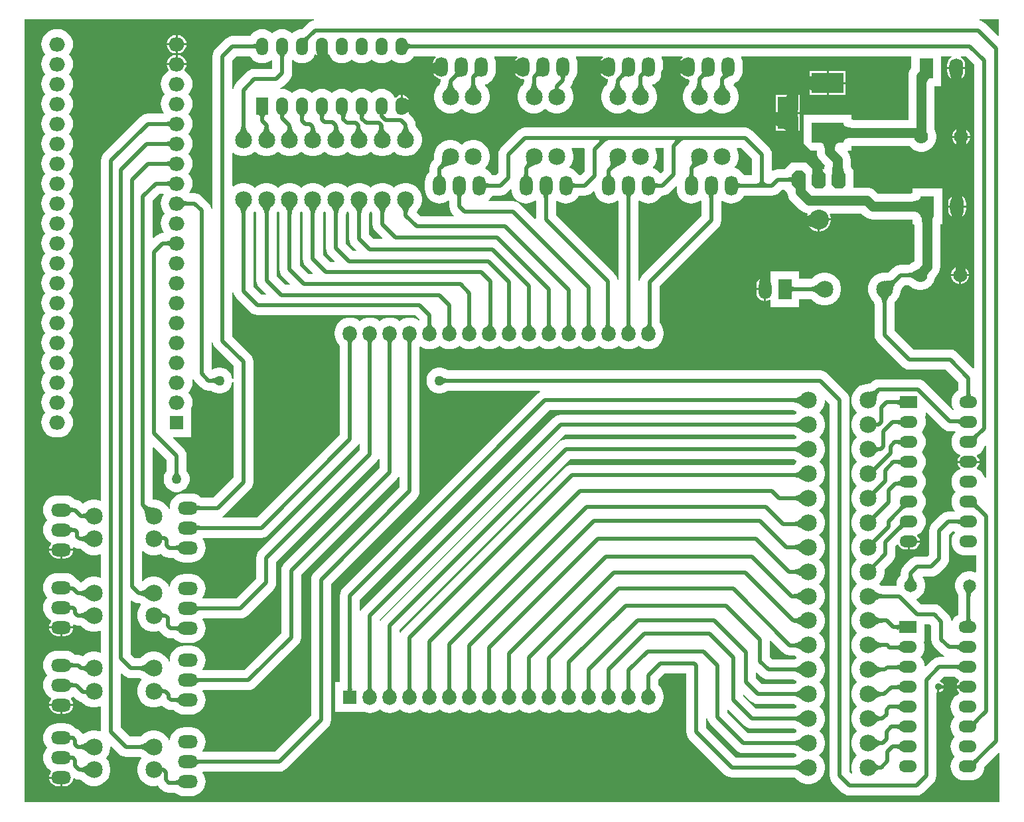
<source format=gbl>
G04*
G04 #@! TF.GenerationSoftware,Altium Limited,Altium Designer,21.3.2 (30)*
G04*
G04 Layer_Physical_Order=2*
G04 Layer_Color=16711680*
%FSLAX25Y25*%
%MOIN*%
G70*
G04*
G04 #@! TF.SameCoordinates,223A028E-27ED-44F5-9DF7-BD247C2F6700*
G04*
G04*
G04 #@! TF.FilePolarity,Positive*
G04*
G01*
G75*
%ADD10C,0.01500*%
%ADD38C,0.05000*%
%ADD39C,0.02000*%
%ADD40O,0.07874X0.07087*%
%ADD41R,0.06890X0.06890*%
%ADD42C,0.08500*%
%ADD43R,0.06890X0.06890*%
%ADD44O,0.07087X0.07874*%
%ADD45R,0.09000X0.06000*%
%ADD46O,0.09000X0.06000*%
%ADD47O,0.06000X0.09000*%
%ADD48R,0.06000X0.09000*%
%ADD49O,0.06600X0.10000*%
G04:AMPARAMS|DCode=50|XSize=70mil|YSize=90mil|CornerRadius=0mil|HoleSize=0mil|Usage=FLASHONLY|Rotation=180.000|XOffset=0mil|YOffset=0mil|HoleType=Round|Shape=Octagon|*
%AMOCTAGOND50*
4,1,8,0.01750,-0.04500,-0.01750,-0.04500,-0.03500,-0.02750,-0.03500,0.02750,-0.01750,0.04500,0.01750,0.04500,0.03500,0.02750,0.03500,-0.02750,0.01750,-0.04500,0.0*
%
%ADD50OCTAGOND50*%

%ADD51C,0.10000*%
%ADD52R,0.07000X0.10000*%
%ADD53O,0.07000X0.10000*%
%ADD54O,0.10000X0.06600*%
%ADD55C,0.07000*%
%ADD56R,0.10000X0.16000*%
%ADD57R,0.16000X0.10000*%
%ADD58C,0.06496*%
%ADD59O,0.06500X0.10000*%
%ADD60R,0.06500X0.10000*%
%ADD61C,0.03500*%
%ADD62C,0.05000*%
G36*
X149877Y397461D02*
X149195Y397371D01*
X147978Y396867D01*
X146934Y396066D01*
X143891Y393023D01*
X142628Y392899D01*
X141308Y392498D01*
X140092Y391848D01*
X139381Y391265D01*
X139000Y390992D01*
X138619Y391265D01*
X137908Y391848D01*
X136692Y392498D01*
X135372Y392899D01*
X134000Y393034D01*
X132628Y392899D01*
X131308Y392498D01*
X130092Y391848D01*
X129381Y391265D01*
X129000Y390992D01*
X128619Y391265D01*
X127908Y391848D01*
X126692Y392498D01*
X125372Y392899D01*
X124000Y393034D01*
X122628Y392899D01*
X121308Y392498D01*
X120092Y391848D01*
X119026Y390974D01*
X118151Y389908D01*
X117957Y389543D01*
X109000D01*
X107695Y389371D01*
X106478Y388867D01*
X105434Y388066D01*
X100434Y383066D01*
X99633Y382022D01*
X99129Y380805D01*
X98957Y379500D01*
Y302688D01*
X98457Y302655D01*
X98371Y303305D01*
X97868Y304522D01*
X97066Y305566D01*
X93566Y309066D01*
X92522Y309868D01*
X91305Y310371D01*
X90000Y310543D01*
X87669D01*
X87455Y310995D01*
X87696Y311289D01*
X88397Y312599D01*
X88828Y314021D01*
X88973Y315500D01*
X88828Y316979D01*
X88397Y318401D01*
X87696Y319711D01*
X87049Y320500D01*
X87696Y321289D01*
X88397Y322599D01*
X88828Y324021D01*
X88973Y325500D01*
X88828Y326979D01*
X88397Y328401D01*
X87696Y329711D01*
X87049Y330500D01*
X87696Y331289D01*
X88397Y332599D01*
X88828Y334021D01*
X88973Y335500D01*
X88828Y336979D01*
X88397Y338401D01*
X87696Y339711D01*
X87049Y340500D01*
X87696Y341289D01*
X88397Y342599D01*
X88828Y344021D01*
X88973Y345500D01*
X88828Y346979D01*
X88397Y348401D01*
X87696Y349711D01*
X87049Y350500D01*
X87696Y351289D01*
X88397Y352599D01*
X88828Y354021D01*
X88973Y355500D01*
X88828Y356979D01*
X88397Y358401D01*
X87696Y359711D01*
X87049Y360500D01*
X87696Y361289D01*
X88397Y362599D01*
X88828Y364021D01*
X88973Y365500D01*
X88828Y366979D01*
X88397Y368401D01*
X87696Y369711D01*
X86753Y370860D01*
X85605Y371802D01*
X85008Y372121D01*
X84903Y372610D01*
X85362Y373209D01*
X85820Y374314D01*
X85910Y375000D01*
X81000D01*
X76090D01*
X76180Y374314D01*
X76638Y373209D01*
X77097Y372610D01*
X76992Y372121D01*
X76395Y371802D01*
X75247Y370860D01*
X74304Y369711D01*
X73603Y368401D01*
X73172Y366979D01*
X73027Y365500D01*
X73172Y364021D01*
X73603Y362599D01*
X74304Y361289D01*
X74951Y360500D01*
X74304Y359711D01*
X73603Y358401D01*
X73172Y356979D01*
X73027Y355500D01*
X73172Y354021D01*
X73603Y352599D01*
X74304Y351289D01*
X74545Y350995D01*
X74331Y350543D01*
X66500D01*
X65195Y350371D01*
X63978Y349868D01*
X62934Y349066D01*
X44434Y330566D01*
X43633Y329522D01*
X43129Y328305D01*
X42957Y327000D01*
Y156448D01*
X42541Y156170D01*
X41906Y156433D01*
X40312Y156750D01*
X38688D01*
X37094Y156433D01*
X35592Y155811D01*
X34241Y154908D01*
X33982Y154650D01*
X33566Y155066D01*
X32522Y155868D01*
X31305Y156371D01*
X30005Y156542D01*
X29887Y156687D01*
X28775Y157599D01*
X27507Y158277D01*
X26131Y158694D01*
X24700Y158835D01*
X21300D01*
X19869Y158694D01*
X18493Y158277D01*
X17225Y157599D01*
X16113Y156687D01*
X15201Y155575D01*
X14523Y154307D01*
X14106Y152931D01*
X13965Y151500D01*
X14106Y150069D01*
X14523Y148693D01*
X15201Y147425D01*
X15960Y146500D01*
X15201Y145575D01*
X14523Y144307D01*
X14106Y142931D01*
X13965Y141500D01*
X14106Y140069D01*
X14523Y138693D01*
X15201Y137425D01*
X16113Y136313D01*
X17225Y135401D01*
X18019Y134976D01*
X18085Y134374D01*
X17544Y133669D01*
X17111Y132623D01*
X17029Y132000D01*
X23000D01*
X28971D01*
X28895Y132582D01*
X28983Y132679D01*
X29322Y132884D01*
X29650Y132633D01*
X30866Y132129D01*
X31843Y132000D01*
X32040Y131968D01*
X32106Y131965D01*
X32172Y131957D01*
X32369D01*
X32416Y131955D01*
X32615Y131935D01*
X32766Y131907D01*
X32874Y131878D01*
X32945Y131852D01*
X32989Y131832D01*
X33015Y131816D01*
X33035Y131801D01*
X33058Y131780D01*
X33087Y131748D01*
X33092Y131741D01*
X33108Y131725D01*
X33217Y131604D01*
X33296Y131536D01*
X33360Y131454D01*
X33443Y131389D01*
X34241Y130592D01*
X35592Y129689D01*
X37094Y129067D01*
X38688Y128750D01*
X40312D01*
X41906Y129067D01*
X42541Y129330D01*
X42957Y129052D01*
Y117599D01*
X42541Y117321D01*
X41906Y117584D01*
X40312Y117901D01*
X38688D01*
X37094Y117584D01*
X35592Y116962D01*
X34241Y116059D01*
X33854Y115673D01*
X33680Y115546D01*
X33390Y115269D01*
X33211Y115120D01*
X33045Y115003D01*
X32990Y114971D01*
X32394Y115566D01*
X31350Y116367D01*
X30774Y116606D01*
X29887Y117687D01*
X28775Y118599D01*
X27507Y119277D01*
X26131Y119694D01*
X24700Y119835D01*
X21300D01*
X19869Y119694D01*
X18493Y119277D01*
X17225Y118599D01*
X16113Y117687D01*
X15201Y116575D01*
X14523Y115307D01*
X14106Y113931D01*
X13965Y112500D01*
X14106Y111069D01*
X14523Y109693D01*
X15201Y108425D01*
X15960Y107500D01*
X15201Y106575D01*
X14523Y105307D01*
X14106Y103931D01*
X13965Y102500D01*
X14106Y101069D01*
X14523Y99693D01*
X15201Y98425D01*
X16113Y97313D01*
X17225Y96401D01*
X18019Y95976D01*
X18085Y95374D01*
X17544Y94669D01*
X17111Y93622D01*
X17029Y93000D01*
X23000D01*
X28971D01*
X28907Y93485D01*
X29279Y93872D01*
X29866Y93629D01*
X31172Y93457D01*
X32111D01*
X32155Y93455D01*
X32321Y93435D01*
X32470Y93405D01*
X32611Y93363D01*
X32750Y93309D01*
X32893Y93239D01*
X33045Y93148D01*
X33211Y93031D01*
X33390Y92882D01*
X33680Y92606D01*
X33854Y92478D01*
X34241Y92092D01*
X35592Y91189D01*
X37094Y90567D01*
X38688Y90250D01*
X40312D01*
X41906Y90567D01*
X42541Y90830D01*
X42957Y90552D01*
Y79948D01*
X42541Y79670D01*
X41906Y79933D01*
X40312Y80250D01*
X38688D01*
X37094Y79933D01*
X35592Y79311D01*
X34241Y78408D01*
X33794Y77962D01*
X32805Y78371D01*
X31500Y78543D01*
X30005D01*
X29887Y78687D01*
X28775Y79599D01*
X27507Y80277D01*
X26131Y80694D01*
X24700Y80835D01*
X21300D01*
X19869Y80694D01*
X18493Y80277D01*
X17225Y79599D01*
X16113Y78687D01*
X15201Y77575D01*
X14523Y76307D01*
X14106Y74931D01*
X13965Y73500D01*
X14106Y72069D01*
X14523Y70693D01*
X15201Y69425D01*
X15960Y68500D01*
X15201Y67575D01*
X14523Y66307D01*
X14106Y64931D01*
X13965Y63500D01*
X14106Y62069D01*
X14523Y60693D01*
X15201Y59425D01*
X16113Y58313D01*
X17225Y57401D01*
X18019Y56976D01*
X18085Y56374D01*
X17544Y55669D01*
X17111Y54623D01*
X17029Y54000D01*
X23000D01*
X28971D01*
X28889Y54623D01*
X28456Y55669D01*
X27915Y56374D01*
X27981Y56976D01*
X28775Y57401D01*
X29155Y57713D01*
X30434Y56434D01*
X31478Y55633D01*
X32695Y55129D01*
X33281Y55051D01*
X34241Y54092D01*
X35592Y53189D01*
X37094Y52567D01*
X38688Y52250D01*
X40312D01*
X41906Y52567D01*
X42541Y52830D01*
X42957Y52552D01*
Y40539D01*
X42457Y40205D01*
X41906Y40433D01*
X40312Y40750D01*
X38688D01*
X37094Y40433D01*
X35592Y39811D01*
X34241Y38908D01*
X33923Y38929D01*
X33566Y39395D01*
X32394Y40566D01*
X31350Y41368D01*
X30152Y41864D01*
X29887Y42187D01*
X28775Y43099D01*
X27507Y43777D01*
X26131Y44194D01*
X24700Y44335D01*
X21300D01*
X19869Y44194D01*
X18493Y43777D01*
X17225Y43099D01*
X16113Y42187D01*
X15201Y41075D01*
X14523Y39807D01*
X14106Y38431D01*
X13965Y37000D01*
X14106Y35569D01*
X14523Y34193D01*
X15201Y32925D01*
X15960Y32000D01*
X15201Y31075D01*
X14523Y29807D01*
X14106Y28431D01*
X13965Y27000D01*
X14106Y25569D01*
X14523Y24193D01*
X15201Y22925D01*
X16113Y21813D01*
X17225Y20901D01*
X18019Y20476D01*
X18085Y19874D01*
X17544Y19169D01*
X17111Y18123D01*
X17029Y17500D01*
X23000D01*
Y17000D01*
X23500D01*
Y12663D01*
X24700D01*
X25822Y12811D01*
X26869Y13244D01*
X27767Y13933D01*
X28456Y14831D01*
X28889Y15878D01*
X28968Y16478D01*
X29430Y16669D01*
X29478Y16633D01*
X30695Y16129D01*
X31649Y16003D01*
X31859Y15968D01*
X31936Y15965D01*
X32000Y15957D01*
X32175D01*
X32236Y15955D01*
X32435Y15933D01*
X32599Y15902D01*
X32734Y15864D01*
X32847Y15822D01*
X32945Y15775D01*
X33038Y15720D01*
X33132Y15652D01*
X33232Y15565D01*
X33456Y15337D01*
X33474Y15322D01*
X33489Y15303D01*
X33663Y15170D01*
X34241Y14592D01*
X35592Y13689D01*
X37094Y13067D01*
X38688Y12750D01*
X40312D01*
X41906Y13067D01*
X43408Y13689D01*
X44759Y14592D01*
X45908Y15741D01*
X46811Y17092D01*
X47433Y18594D01*
X47750Y20188D01*
Y21813D01*
X47433Y23406D01*
X46811Y24908D01*
X45908Y26259D01*
X45417Y26750D01*
X45908Y27241D01*
X46811Y28592D01*
X47433Y30094D01*
X47750Y31688D01*
Y32465D01*
X48212Y32656D01*
X51934Y28934D01*
X52978Y28133D01*
X54195Y27629D01*
X55500Y27457D01*
X62111D01*
X62155Y27455D01*
X62321Y27435D01*
X62470Y27405D01*
X62611Y27363D01*
X62750Y27309D01*
X62893Y27239D01*
X63045Y27148D01*
X63179Y27053D01*
X63212Y27013D01*
X63269Y26436D01*
X63092Y26259D01*
X62189Y24908D01*
X61567Y23406D01*
X61250Y21813D01*
Y20188D01*
X61567Y18594D01*
X62189Y17092D01*
X63092Y15741D01*
X64241Y14592D01*
X65592Y13689D01*
X67094Y13067D01*
X68687Y12750D01*
X70312D01*
X71509Y12988D01*
X71934Y12434D01*
X73434Y10934D01*
X74478Y10132D01*
X75695Y9629D01*
X77000Y9457D01*
X80042D01*
X80070Y9438D01*
X80725Y8901D01*
X81993Y8223D01*
X83369Y7806D01*
X84800Y7665D01*
X88200D01*
X89631Y7806D01*
X91007Y8223D01*
X92275Y8901D01*
X93387Y9813D01*
X94299Y10925D01*
X94977Y12193D01*
X95394Y13569D01*
X95535Y15000D01*
X95394Y16431D01*
X94977Y17807D01*
X94299Y19075D01*
X93947Y19505D01*
X94160Y19957D01*
X132500D01*
X133805Y20129D01*
X135022Y20632D01*
X136066Y21434D01*
X157066Y42434D01*
X157868Y43478D01*
X158371Y44695D01*
X158543Y46000D01*
Y114411D01*
X201566Y157434D01*
X202367Y158478D01*
X202871Y159695D01*
X203043Y161000D01*
Y233508D01*
X203495Y233722D01*
X203789Y233481D01*
X205099Y232781D01*
X206521Y232349D01*
X208000Y232204D01*
X209479Y232349D01*
X210901Y232781D01*
X212211Y233481D01*
X213000Y234128D01*
X213789Y233481D01*
X215099Y232781D01*
X216521Y232349D01*
X218000Y232204D01*
X219479Y232349D01*
X220901Y232781D01*
X222211Y233481D01*
X223000Y234128D01*
X223789Y233481D01*
X225099Y232781D01*
X226521Y232349D01*
X228000Y232204D01*
X229479Y232349D01*
X230901Y232781D01*
X232211Y233481D01*
X233000Y234128D01*
X233789Y233481D01*
X235099Y232781D01*
X236521Y232349D01*
X238000Y232204D01*
X239479Y232349D01*
X240901Y232781D01*
X242211Y233481D01*
X243000Y234128D01*
X243789Y233481D01*
X245099Y232781D01*
X246521Y232349D01*
X248000Y232204D01*
X249479Y232349D01*
X250901Y232781D01*
X252211Y233481D01*
X253000Y234128D01*
X253789Y233481D01*
X255099Y232781D01*
X256521Y232349D01*
X258000Y232204D01*
X259479Y232349D01*
X260901Y232781D01*
X262211Y233481D01*
X263000Y234128D01*
X263789Y233481D01*
X265099Y232781D01*
X266521Y232349D01*
X268000Y232204D01*
X269479Y232349D01*
X270901Y232781D01*
X272211Y233481D01*
X273000Y234128D01*
X273789Y233481D01*
X275099Y232781D01*
X276521Y232349D01*
X278000Y232204D01*
X279479Y232349D01*
X280901Y232781D01*
X282211Y233481D01*
X283000Y234128D01*
X283789Y233481D01*
X285099Y232781D01*
X286521Y232349D01*
X288000Y232204D01*
X289479Y232349D01*
X290901Y232781D01*
X292211Y233481D01*
X293000Y234128D01*
X293789Y233481D01*
X295099Y232781D01*
X296521Y232349D01*
X298000Y232204D01*
X299479Y232349D01*
X300901Y232781D01*
X302211Y233481D01*
X303000Y234128D01*
X303789Y233481D01*
X305099Y232781D01*
X306521Y232349D01*
X308000Y232204D01*
X309479Y232349D01*
X310901Y232781D01*
X312211Y233481D01*
X313000Y234128D01*
X313789Y233481D01*
X315099Y232781D01*
X316521Y232349D01*
X318000Y232204D01*
X319479Y232349D01*
X320901Y232781D01*
X322211Y233481D01*
X323360Y234424D01*
X324302Y235572D01*
X325003Y236883D01*
X325434Y238305D01*
X325580Y239784D01*
Y240571D01*
X325434Y242050D01*
X325003Y243472D01*
X324302Y244782D01*
X323543Y245707D01*
Y263911D01*
X353066Y293434D01*
X353868Y294478D01*
X354371Y295695D01*
X354543Y297000D01*
Y306840D01*
X354995Y307053D01*
X355425Y306701D01*
X356693Y306023D01*
X358069Y305606D01*
X359500Y305465D01*
X360931Y305606D01*
X362307Y306023D01*
X363575Y306701D01*
X364687Y307613D01*
X365599Y308725D01*
X365990Y309457D01*
X380000D01*
X381305Y309629D01*
X382522Y310133D01*
X383566Y310934D01*
X385089Y312457D01*
X386293D01*
X387707Y311043D01*
X387808Y310011D01*
X388180Y308786D01*
X388784Y307657D01*
X389596Y306667D01*
X393882Y302382D01*
X394871Y301569D01*
X396001Y300966D01*
X397226Y300594D01*
X397732Y300544D01*
X398046Y300011D01*
X397769Y299343D01*
X397782Y299345D01*
X398210Y299479D01*
X398579Y299636D01*
X398887Y299817D01*
X399136Y300022D01*
X399326Y300252D01*
X399765Y298000D01*
X403500D01*
X409500D01*
Y298091D01*
X409269Y299250D01*
X408972Y299969D01*
X409306Y300469D01*
X424795D01*
X425882Y299382D01*
X426871Y298569D01*
X428000Y297966D01*
X429226Y297594D01*
X430500Y297469D01*
X449396D01*
X449406Y297467D01*
X450233Y297445D01*
X450500Y297422D01*
Y295000D01*
X451444D01*
X451457Y294808D01*
X451466Y293970D01*
X451469Y293950D01*
Y276362D01*
X450947Y276146D01*
X449719Y275326D01*
X449399Y275005D01*
X449234Y274886D01*
X449061Y274724D01*
X449014Y274686D01*
X448973Y274659D01*
X448932Y274636D01*
X448886Y274616D01*
X448833Y274597D01*
X448004Y274543D01*
X444500D01*
X443195Y274371D01*
X441978Y273868D01*
X440934Y273066D01*
X438746Y270878D01*
X438707Y270842D01*
X438598Y270758D01*
X438516Y270706D01*
X438455Y270676D01*
X438408Y270658D01*
X438363Y270646D01*
X438307Y270637D01*
X438227Y270633D01*
X438113Y270638D01*
X437789Y270682D01*
X437654Y270682D01*
X437313Y270750D01*
X435687D01*
X434094Y270433D01*
X432592Y269811D01*
X431241Y268908D01*
X430092Y267759D01*
X429189Y266408D01*
X428567Y264906D01*
X428250Y263313D01*
Y261687D01*
X428567Y260094D01*
X429189Y258592D01*
X430092Y257241D01*
X430478Y256854D01*
X430606Y256680D01*
X430882Y256390D01*
X431031Y256211D01*
X431148Y256045D01*
X431239Y255893D01*
X431309Y255750D01*
X431363Y255611D01*
X431405Y255470D01*
X431435Y255321D01*
X431455Y255155D01*
X431457Y255111D01*
Y239500D01*
X431629Y238195D01*
X432132Y236978D01*
X432934Y235934D01*
X445434Y223434D01*
X446478Y222633D01*
X447695Y222129D01*
X449000Y221957D01*
X467411D01*
X473695Y215672D01*
Y211643D01*
X473331Y211449D01*
X472265Y210574D01*
X471390Y209508D01*
X470740Y208292D01*
X470340Y206972D01*
X470205Y205600D01*
X470340Y204228D01*
X470740Y202908D01*
X471240Y201974D01*
X470834Y201673D01*
X456940Y215566D01*
X455896Y216368D01*
X454679Y216871D01*
X453374Y217043D01*
X433639D01*
X432334Y216871D01*
X431117Y216368D01*
X430073Y215566D01*
X429895Y215388D01*
X429861Y215357D01*
X429727Y215251D01*
X429598Y215166D01*
X429470Y215096D01*
X429336Y215037D01*
X429189Y214986D01*
X429023Y214944D01*
X428830Y214912D01*
X428607Y214891D01*
X428214Y214883D01*
X427996Y214850D01*
X427426D01*
X425832Y214533D01*
X424331Y213911D01*
X422979Y213008D01*
X421830Y211859D01*
X420927Y210507D01*
X420306Y209006D01*
X419989Y207412D01*
Y205787D01*
X420306Y204193D01*
X420927Y202692D01*
X421830Y201341D01*
X422722Y200449D01*
X421830Y199557D01*
X420927Y198206D01*
X420306Y196704D01*
X419989Y195110D01*
Y193485D01*
X420306Y191892D01*
X420927Y190390D01*
X421830Y189039D01*
X422722Y188147D01*
X421830Y187255D01*
X420927Y185904D01*
X420306Y184403D01*
X419989Y182809D01*
Y181184D01*
X420306Y179590D01*
X420927Y178088D01*
X421830Y176737D01*
X422722Y175845D01*
X421830Y174954D01*
X420927Y173602D01*
X420306Y172101D01*
X419989Y170507D01*
Y168882D01*
X420306Y167288D01*
X420927Y165787D01*
X421830Y164435D01*
X422722Y163544D01*
X421830Y162652D01*
X420927Y161301D01*
X420306Y159799D01*
X419989Y158205D01*
Y156580D01*
X420306Y154986D01*
X420927Y153485D01*
X421830Y152134D01*
X422722Y151242D01*
X421830Y150350D01*
X420927Y148999D01*
X420306Y147497D01*
X419989Y145904D01*
Y144279D01*
X420306Y142685D01*
X420927Y141183D01*
X421830Y139832D01*
X422722Y138940D01*
X421830Y138049D01*
X420927Y136697D01*
X420306Y135196D01*
X419989Y133602D01*
Y131977D01*
X420306Y130383D01*
X420927Y128882D01*
X421830Y127530D01*
X422722Y126639D01*
X421830Y125747D01*
X420927Y124396D01*
X420306Y122894D01*
X419989Y121300D01*
Y119675D01*
X420306Y118081D01*
X420927Y116580D01*
X421830Y115229D01*
X422722Y114337D01*
X421830Y113445D01*
X420927Y112094D01*
X420306Y110592D01*
X419989Y108999D01*
Y107373D01*
X420306Y105780D01*
X420927Y104278D01*
X421830Y102927D01*
X422722Y102035D01*
X421830Y101143D01*
X420927Y99792D01*
X420306Y98291D01*
X419989Y96697D01*
Y95072D01*
X420306Y93478D01*
X420927Y91976D01*
X421830Y90625D01*
X422722Y89733D01*
X421830Y88842D01*
X420927Y87490D01*
X420306Y85989D01*
X419989Y84395D01*
Y82770D01*
X420306Y81176D01*
X420927Y79675D01*
X421830Y78324D01*
X422722Y77432D01*
X421830Y76540D01*
X420927Y75189D01*
X420306Y73687D01*
X419989Y72093D01*
Y70468D01*
X420306Y68875D01*
X420927Y67373D01*
X421830Y66022D01*
X422722Y65130D01*
X421830Y64238D01*
X420927Y62887D01*
X420306Y61386D01*
X419989Y59792D01*
Y58167D01*
X420306Y56573D01*
X420927Y55071D01*
X421830Y53720D01*
X422722Y52828D01*
X421830Y51937D01*
X420927Y50585D01*
X420306Y49084D01*
X419989Y47490D01*
Y45865D01*
X420306Y44271D01*
X420927Y42770D01*
X421830Y41418D01*
X422722Y40527D01*
X421830Y39635D01*
X420927Y38284D01*
X420306Y36782D01*
X419989Y35188D01*
Y33563D01*
X420306Y31969D01*
X420927Y30468D01*
X421830Y29117D01*
X422722Y28225D01*
X421830Y27333D01*
X420927Y25982D01*
X420306Y24480D01*
X419989Y22887D01*
Y21261D01*
X420306Y19668D01*
X420410Y19416D01*
X419994Y19138D01*
X419043Y20089D01*
Y206828D01*
X418871Y208134D01*
X418367Y209350D01*
X417566Y210395D01*
X407895Y220066D01*
X406850Y220867D01*
X405634Y221371D01*
X404328Y221543D01*
X217149D01*
X217144Y221549D01*
X216079Y222260D01*
X214896Y222750D01*
X213640Y223000D01*
X212360D01*
X211104Y222750D01*
X209921Y222260D01*
X208857Y221549D01*
X207951Y220643D01*
X207240Y219579D01*
X206750Y218396D01*
X206500Y217140D01*
Y215860D01*
X206750Y214604D01*
X207240Y213421D01*
X207951Y212356D01*
X208857Y211451D01*
X209921Y210740D01*
X211104Y210250D01*
X212360Y210000D01*
X213640D01*
X214896Y210250D01*
X216079Y210740D01*
X217144Y211451D01*
X217149Y211457D01*
X263454D01*
X263570Y211000D01*
X263565Y210957D01*
X262534Y210166D01*
X164434Y112066D01*
X163633Y111022D01*
X163129Y109805D01*
X162957Y108500D01*
Y64945D01*
X160555D01*
Y50055D01*
X175259D01*
X176521Y49672D01*
X178000Y49527D01*
X179479Y49672D01*
X180901Y50103D01*
X182211Y50804D01*
X183000Y51451D01*
X183789Y50804D01*
X185099Y50103D01*
X186521Y49672D01*
X188000Y49527D01*
X189479Y49672D01*
X190901Y50103D01*
X192211Y50804D01*
X193000Y51451D01*
X193789Y50804D01*
X195099Y50103D01*
X196521Y49672D01*
X198000Y49527D01*
X199479Y49672D01*
X200901Y50103D01*
X202211Y50804D01*
X203000Y51451D01*
X203789Y50804D01*
X205099Y50103D01*
X206521Y49672D01*
X208000Y49527D01*
X209479Y49672D01*
X210901Y50103D01*
X212211Y50804D01*
X213000Y51451D01*
X213789Y50804D01*
X215099Y50103D01*
X216521Y49672D01*
X218000Y49527D01*
X219479Y49672D01*
X220901Y50103D01*
X222211Y50804D01*
X223000Y51451D01*
X223789Y50804D01*
X225099Y50103D01*
X226521Y49672D01*
X228000Y49527D01*
X229479Y49672D01*
X230901Y50103D01*
X232211Y50804D01*
X233000Y51451D01*
X233789Y50804D01*
X235099Y50103D01*
X236521Y49672D01*
X238000Y49527D01*
X239479Y49672D01*
X240901Y50103D01*
X242211Y50804D01*
X243000Y51451D01*
X243789Y50804D01*
X245099Y50103D01*
X246521Y49672D01*
X248000Y49527D01*
X249479Y49672D01*
X250901Y50103D01*
X252211Y50804D01*
X253000Y51451D01*
X253789Y50804D01*
X255099Y50103D01*
X256521Y49672D01*
X258000Y49527D01*
X259479Y49672D01*
X260901Y50103D01*
X262211Y50804D01*
X263000Y51451D01*
X263789Y50804D01*
X265099Y50103D01*
X266521Y49672D01*
X268000Y49527D01*
X269479Y49672D01*
X270901Y50103D01*
X272211Y50804D01*
X273015Y51463D01*
X273789Y50828D01*
X275099Y50128D01*
X276521Y49696D01*
X278000Y49551D01*
X279479Y49696D01*
X280901Y50128D01*
X282211Y50828D01*
X282985Y51463D01*
X283789Y50804D01*
X285099Y50103D01*
X286521Y49672D01*
X288000Y49527D01*
X289479Y49672D01*
X290901Y50103D01*
X292211Y50804D01*
X293000Y51451D01*
X293789Y50804D01*
X295099Y50103D01*
X296521Y49672D01*
X298000Y49527D01*
X299479Y49672D01*
X300901Y50103D01*
X302211Y50804D01*
X303000Y51451D01*
X303789Y50804D01*
X305099Y50103D01*
X306521Y49672D01*
X308000Y49527D01*
X309479Y49672D01*
X310901Y50103D01*
X312211Y50804D01*
X313000Y51451D01*
X313789Y50804D01*
X315099Y50103D01*
X316521Y49672D01*
X318000Y49527D01*
X319479Y49672D01*
X320901Y50103D01*
X322211Y50804D01*
X323360Y51747D01*
X324302Y52895D01*
X325003Y54206D01*
X325434Y55628D01*
X325580Y57106D01*
Y57894D01*
X325434Y59373D01*
X325003Y60794D01*
X324302Y62105D01*
X323360Y63253D01*
X323043Y63513D01*
Y66411D01*
X326089Y69457D01*
X336957D01*
Y40000D01*
X337129Y38695D01*
X337632Y37478D01*
X338434Y36434D01*
X356360Y18508D01*
X357404Y17707D01*
X358621Y17203D01*
X359926Y17031D01*
X390850D01*
X390894Y17029D01*
X391059Y17009D01*
X391209Y16979D01*
X391349Y16937D01*
X391488Y16883D01*
X391631Y16813D01*
X391784Y16722D01*
X391949Y16605D01*
X392129Y16456D01*
X392419Y16180D01*
X392593Y16052D01*
X392980Y15666D01*
X394331Y14763D01*
X395832Y14141D01*
X397426Y13824D01*
X399051D01*
X400645Y14141D01*
X402146Y14763D01*
X403498Y15666D01*
X404647Y16815D01*
X405550Y18166D01*
X406172Y19668D01*
X406489Y21261D01*
Y22887D01*
X406172Y24480D01*
X405550Y25982D01*
X404647Y27333D01*
X403755Y28225D01*
X404647Y29117D01*
X405550Y30468D01*
X406172Y31969D01*
X406489Y33563D01*
Y35188D01*
X406172Y36782D01*
X405550Y38284D01*
X404647Y39635D01*
X403755Y40527D01*
X404647Y41418D01*
X405550Y42770D01*
X406172Y44271D01*
X406489Y45865D01*
Y47490D01*
X406172Y49084D01*
X405550Y50585D01*
X404647Y51937D01*
X403755Y52828D01*
X404647Y53720D01*
X405550Y55071D01*
X406172Y56573D01*
X406489Y58167D01*
Y59792D01*
X406172Y61386D01*
X405550Y62887D01*
X404647Y64238D01*
X403755Y65130D01*
X404647Y66022D01*
X405550Y67373D01*
X406172Y68875D01*
X406489Y70468D01*
Y72093D01*
X406172Y73687D01*
X405550Y75189D01*
X404647Y76540D01*
X403755Y77432D01*
X404647Y78324D01*
X405550Y79675D01*
X406172Y81176D01*
X406489Y82770D01*
Y84395D01*
X406172Y85989D01*
X405550Y87490D01*
X404647Y88842D01*
X403755Y89733D01*
X404647Y90625D01*
X405550Y91976D01*
X406172Y93478D01*
X406489Y95072D01*
Y96697D01*
X406172Y98291D01*
X405550Y99792D01*
X404647Y101143D01*
X403755Y102035D01*
X404647Y102927D01*
X405550Y104278D01*
X406172Y105780D01*
X406489Y107373D01*
Y108999D01*
X406172Y110592D01*
X405550Y112094D01*
X404647Y113445D01*
X403755Y114337D01*
X404647Y115229D01*
X405550Y116580D01*
X406172Y118081D01*
X406489Y119675D01*
Y121300D01*
X406172Y122894D01*
X405550Y124396D01*
X404647Y125747D01*
X403755Y126639D01*
X404647Y127530D01*
X405550Y128882D01*
X406172Y130383D01*
X406489Y131977D01*
Y133602D01*
X406172Y135196D01*
X405550Y136697D01*
X404647Y138049D01*
X403755Y138940D01*
X404647Y139832D01*
X405550Y141183D01*
X406172Y142685D01*
X406489Y144279D01*
Y145904D01*
X406172Y147497D01*
X405550Y148999D01*
X404647Y150350D01*
X403755Y151242D01*
X404647Y152134D01*
X405550Y153485D01*
X406172Y154986D01*
X406489Y156580D01*
Y158205D01*
X406172Y159799D01*
X405550Y161301D01*
X404647Y162652D01*
X403755Y163544D01*
X404647Y164435D01*
X405550Y165787D01*
X406172Y167288D01*
X406489Y168882D01*
Y170507D01*
X406172Y172101D01*
X405550Y173602D01*
X404647Y174954D01*
X403755Y175845D01*
X404647Y176737D01*
X405550Y178088D01*
X406172Y179590D01*
X406489Y181184D01*
Y182809D01*
X406172Y184403D01*
X405550Y185904D01*
X404647Y187255D01*
X403755Y188147D01*
X404647Y189039D01*
X405550Y190390D01*
X406172Y191892D01*
X406489Y193485D01*
Y195110D01*
X406172Y196704D01*
X405550Y198206D01*
X404647Y199557D01*
X403755Y200449D01*
X404647Y201341D01*
X405550Y202692D01*
X406172Y204193D01*
X406489Y205787D01*
Y206555D01*
X406951Y206746D01*
X408957Y204739D01*
Y18000D01*
X409129Y16695D01*
X409632Y15478D01*
X410434Y14434D01*
X415434Y9434D01*
X416478Y8632D01*
X417695Y8129D01*
X419000Y7957D01*
X452500D01*
X453805Y8129D01*
X455022Y8632D01*
X456066Y9434D01*
X461066Y14434D01*
X461868Y15478D01*
X462371Y16695D01*
X462543Y18000D01*
Y59626D01*
X462940Y59930D01*
X463100Y59887D01*
Y62600D01*
X463600D01*
Y63100D01*
X464850D01*
Y63825D01*
X464951Y63735D01*
X465068Y63654D01*
X465201Y63583D01*
X465350Y63521D01*
X465515Y63469D01*
X465696Y63426D01*
X465894Y63393D01*
X466107Y63369D01*
X466242Y63364D01*
X466163Y63661D01*
X465801Y64289D01*
X465288Y64801D01*
X464662Y65163D01*
X464461Y65216D01*
X464331Y65699D01*
X466189Y67557D01*
X471849D01*
X472831Y66751D01*
X473966Y66145D01*
X474117Y65630D01*
X473886Y65453D01*
X473245Y64617D01*
X472842Y63644D01*
X472805Y63369D01*
X473271Y63417D01*
X473508Y63469D01*
X473708Y63536D01*
X473872Y63618D01*
X473999Y63715D01*
X474090Y63826D01*
X474145Y63953D01*
X474163Y64094D01*
Y63100D01*
X478239D01*
Y62100D01*
X474163D01*
Y61106D01*
X474145Y61247D01*
X474090Y61374D01*
X473999Y61485D01*
X473872Y61582D01*
X473708Y61664D01*
X473508Y61731D01*
X473271Y61783D01*
X472999Y61820D01*
X472805Y61834D01*
X472842Y61556D01*
X473245Y60583D01*
X473886Y59747D01*
X474117Y59570D01*
X473966Y59055D01*
X472831Y58448D01*
X471765Y57574D01*
X470890Y56508D01*
X470240Y55292D01*
X469840Y53972D01*
X469705Y52600D01*
X469840Y51228D01*
X470240Y49908D01*
X470890Y48692D01*
X471474Y47981D01*
X471746Y47600D01*
X471474Y47219D01*
X470890Y46508D01*
X470240Y45292D01*
X469840Y43972D01*
X469705Y42600D01*
X469840Y41228D01*
X470240Y39908D01*
X470890Y38692D01*
X471474Y37981D01*
X471746Y37600D01*
X471474Y37219D01*
X470890Y36508D01*
X470240Y35292D01*
X469840Y33972D01*
X469705Y32600D01*
X469840Y31228D01*
X470240Y29908D01*
X470890Y28692D01*
X471474Y27981D01*
X471746Y27600D01*
X471474Y27219D01*
X470890Y26508D01*
X470240Y25292D01*
X469840Y23972D01*
X469705Y22600D01*
X469840Y21228D01*
X470240Y19908D01*
X470890Y18692D01*
X471765Y17626D01*
X472831Y16752D01*
X474047Y16102D01*
X475366Y15701D01*
X476739Y15566D01*
X479739D01*
X481111Y15701D01*
X482430Y16102D01*
X483646Y16752D01*
X484712Y17626D01*
X485587Y18692D01*
X486237Y19908D01*
X486637Y21228D01*
X486762Y22491D01*
X493962Y29692D01*
X494424Y29501D01*
X494455Y4893D01*
X494102Y4539D01*
X4539D01*
Y397961D01*
X149845D01*
X149877Y397461D01*
D02*
G37*
G36*
X493977Y389809D02*
X493515Y389617D01*
X487066Y396066D01*
X486022Y396867D01*
X484805Y397371D01*
X484123Y397461D01*
X484155Y397961D01*
X493967D01*
X493977Y389809D01*
D02*
G37*
G36*
X148115Y388701D02*
X147772Y388344D01*
X147239Y387698D01*
X147048Y387410D01*
X146909Y387144D01*
X146820Y386901D01*
X146783Y386681D01*
X146796Y386484D01*
X146860Y386309D01*
X146975Y386157D01*
X144157Y388975D01*
X144309Y388860D01*
X144483Y388796D01*
X144681Y388783D01*
X144901Y388821D01*
X145144Y388909D01*
X145410Y389048D01*
X145698Y389239D01*
X146010Y389480D01*
X146344Y389772D01*
X146701Y390115D01*
X148115Y388701D01*
D02*
G37*
G36*
X196962Y386309D02*
X197024Y386139D01*
X197127Y385989D01*
X197271Y385860D01*
X197457Y385750D01*
X197683Y385660D01*
X197951Y385590D01*
X198260Y385540D01*
X198611Y385510D01*
X199003Y385500D01*
Y383500D01*
X198611Y383490D01*
X198260Y383460D01*
X197951Y383410D01*
X197683Y383340D01*
X197457Y383250D01*
X197271Y383140D01*
X197127Y383011D01*
X197024Y382861D01*
X196962Y382691D01*
X196941Y382501D01*
Y386499D01*
X196962Y386309D01*
D02*
G37*
G36*
X121059Y382501D02*
X121038Y382691D01*
X120976Y382861D01*
X120873Y383011D01*
X120729Y383140D01*
X120543Y383250D01*
X120317Y383340D01*
X120049Y383410D01*
X119740Y383460D01*
X119389Y383490D01*
X118998Y383500D01*
Y385500D01*
X119389Y385510D01*
X119740Y385540D01*
X120049Y385590D01*
X120317Y385660D01*
X120543Y385750D01*
X120729Y385860D01*
X120873Y385989D01*
X120976Y386139D01*
X121038Y386309D01*
X121059Y386499D01*
Y382501D01*
D02*
G37*
G36*
X154500Y381851D02*
X156774D01*
X156758Y381772D01*
X156744Y381595D01*
X156707Y380035D01*
X156853Y380147D01*
X157030Y380379D01*
X157545Y380227D01*
X158151Y379092D01*
X159026Y378026D01*
X160092Y377151D01*
X161308Y376501D01*
X162628Y376101D01*
X164000Y375966D01*
X165372Y376101D01*
X166692Y376501D01*
X167908Y377151D01*
X168619Y377735D01*
X169000Y378008D01*
X169381Y377735D01*
X170092Y377151D01*
X171308Y376501D01*
X172628Y376101D01*
X174000Y375966D01*
X175372Y376101D01*
X176692Y376501D01*
X177908Y377151D01*
X178619Y377735D01*
X179000Y378008D01*
X179381Y377735D01*
X180092Y377151D01*
X181308Y376501D01*
X182628Y376101D01*
X184000Y375966D01*
X185372Y376101D01*
X186692Y376501D01*
X187908Y377151D01*
X188619Y377735D01*
X189000Y378008D01*
X189381Y377735D01*
X190092Y377151D01*
X191308Y376501D01*
X192628Y376101D01*
X194000Y375966D01*
X195372Y376101D01*
X196692Y376501D01*
X197908Y377151D01*
X198974Y378026D01*
X199848Y379092D01*
X200043Y379457D01*
X211011D01*
X211181Y378957D01*
X210933Y378767D01*
X210244Y377869D01*
X209811Y376822D01*
X209711Y376064D01*
X210088Y376155D01*
X210445Y376286D01*
X210716Y376441D01*
X210899Y376620D01*
X210996Y376822D01*
X211006Y377048D01*
X211363Y374500D01*
X214000D01*
Y373500D01*
X211503D01*
X212039Y369671D01*
X211959Y369897D01*
X211785Y370098D01*
X211516Y370276D01*
X211153Y370431D01*
X210696Y370561D01*
X210145Y370668D01*
X210015Y370685D01*
X210244Y370131D01*
X210933Y369233D01*
X211831Y368544D01*
X212877Y368111D01*
X213591Y368017D01*
X213457Y367000D01*
Y366389D01*
X213455Y366345D01*
X213435Y366179D01*
X213405Y366030D01*
X213363Y365889D01*
X213309Y365750D01*
X213239Y365607D01*
X213148Y365455D01*
X213031Y365289D01*
X212882Y365110D01*
X212606Y364820D01*
X212478Y364646D01*
X212092Y364259D01*
X211189Y362908D01*
X210567Y361406D01*
X210250Y359813D01*
Y358187D01*
X210567Y356594D01*
X211189Y355092D01*
X212092Y353741D01*
X213241Y352592D01*
X214592Y351689D01*
X216094Y351067D01*
X217687Y350750D01*
X219313D01*
X220906Y351067D01*
X222408Y351689D01*
X223759Y352592D01*
X224250Y353083D01*
X224741Y352592D01*
X226092Y351689D01*
X227594Y351067D01*
X229187Y350750D01*
X230813D01*
X232406Y351067D01*
X233908Y351689D01*
X235259Y352592D01*
X236408Y353741D01*
X237311Y355092D01*
X237933Y356594D01*
X238250Y358187D01*
Y359813D01*
X237933Y361406D01*
X237311Y362908D01*
X236408Y364259D01*
X236022Y364646D01*
X235952Y364741D01*
X235988Y365029D01*
X236115Y365313D01*
X236807Y365523D01*
X238075Y366201D01*
X239187Y367113D01*
X240099Y368225D01*
X240777Y369493D01*
X241194Y370869D01*
X241335Y372300D01*
Y375700D01*
X241194Y377131D01*
X240777Y378507D01*
X240498Y379028D01*
X240756Y379457D01*
X252011D01*
X252181Y378957D01*
X251933Y378767D01*
X251244Y377869D01*
X250957Y377176D01*
X251028Y377201D01*
X251607Y377454D01*
X252156Y377746D01*
X252675Y378077D01*
X253164Y378447D01*
Y374500D01*
X255000D01*
Y373500D01*
X253164D01*
Y369553D01*
X252675Y369923D01*
X252156Y370254D01*
X251607Y370546D01*
X251028Y370799D01*
X250957Y370824D01*
X251244Y370131D01*
X251933Y369233D01*
X252831Y368544D01*
X253877Y368111D01*
X255000Y367963D01*
X255081Y367974D01*
X255457Y367644D01*
Y366389D01*
X255455Y366345D01*
X255435Y366179D01*
X255405Y366030D01*
X255363Y365889D01*
X255309Y365750D01*
X255239Y365607D01*
X255148Y365455D01*
X255031Y365289D01*
X254882Y365110D01*
X254606Y364820D01*
X254478Y364646D01*
X254092Y364259D01*
X253189Y362908D01*
X252567Y361406D01*
X252250Y359813D01*
Y358187D01*
X252567Y356594D01*
X253189Y355092D01*
X254092Y353741D01*
X255241Y352592D01*
X256592Y351689D01*
X258094Y351067D01*
X259687Y350750D01*
X261313D01*
X262906Y351067D01*
X264408Y351689D01*
X265759Y352592D01*
X266250Y353083D01*
X266741Y352592D01*
X268092Y351689D01*
X269594Y351067D01*
X271187Y350750D01*
X272813D01*
X274406Y351067D01*
X275908Y351689D01*
X277259Y352592D01*
X278408Y353741D01*
X279311Y355092D01*
X279933Y356594D01*
X280250Y358187D01*
Y359813D01*
X279933Y361406D01*
X279311Y362908D01*
X278659Y363884D01*
X279367Y364807D01*
X279871Y366023D01*
X279994Y366955D01*
X280187Y367113D01*
X281099Y368225D01*
X281777Y369493D01*
X282194Y370869D01*
X282335Y372300D01*
Y375700D01*
X282194Y377131D01*
X281777Y378507D01*
X281499Y379028D01*
X281756Y379457D01*
X295011D01*
X295181Y378957D01*
X294933Y378767D01*
X294244Y377869D01*
X293961Y377185D01*
X294008Y377201D01*
X294596Y377454D01*
X295151Y377746D01*
X295674Y378077D01*
X296164Y378447D01*
Y374500D01*
X298000D01*
Y373500D01*
X296164D01*
Y369553D01*
X295674Y369923D01*
X295151Y370254D01*
X294596Y370546D01*
X294008Y370799D01*
X293961Y370815D01*
X294244Y370131D01*
X294933Y369233D01*
X295831Y368544D01*
X296878Y368111D01*
X297526Y368025D01*
X297457Y367500D01*
Y366389D01*
X297455Y366345D01*
X297435Y366179D01*
X297405Y366030D01*
X297363Y365889D01*
X297309Y365750D01*
X297239Y365607D01*
X297148Y365455D01*
X297031Y365289D01*
X296882Y365110D01*
X296606Y364820D01*
X296478Y364646D01*
X296092Y364259D01*
X295189Y362908D01*
X294567Y361406D01*
X294250Y359813D01*
Y358187D01*
X294567Y356594D01*
X295189Y355092D01*
X296092Y353741D01*
X297241Y352592D01*
X298592Y351689D01*
X300094Y351067D01*
X301687Y350750D01*
X303313D01*
X304906Y351067D01*
X306408Y351689D01*
X307759Y352592D01*
X308250Y353083D01*
X308741Y352592D01*
X310092Y351689D01*
X311594Y351067D01*
X313187Y350750D01*
X314813D01*
X316406Y351067D01*
X317908Y351689D01*
X319259Y352592D01*
X320408Y353741D01*
X321311Y355092D01*
X321933Y356594D01*
X322250Y358187D01*
Y359813D01*
X321933Y361406D01*
X321311Y362908D01*
X320408Y364259D01*
X320022Y364646D01*
X319952Y364741D01*
X319988Y365029D01*
X320115Y365313D01*
X320807Y365523D01*
X322075Y366201D01*
X323187Y367113D01*
X324099Y368225D01*
X324777Y369493D01*
X325194Y370869D01*
X325335Y372300D01*
Y375700D01*
X325194Y377131D01*
X324777Y378507D01*
X324499Y379028D01*
X324756Y379457D01*
X335011D01*
X335181Y378957D01*
X334933Y378767D01*
X334244Y377869D01*
X333961Y377185D01*
X334008Y377201D01*
X334596Y377454D01*
X335151Y377746D01*
X335674Y378077D01*
X336164Y378447D01*
Y374500D01*
X338000D01*
Y373500D01*
X336164D01*
Y369553D01*
X335674Y369923D01*
X335151Y370254D01*
X334596Y370546D01*
X334008Y370799D01*
X333961Y370815D01*
X334244Y370131D01*
X334933Y369233D01*
X335831Y368544D01*
X336877Y368111D01*
X338000Y367963D01*
X338457Y367519D01*
Y366389D01*
X338455Y366345D01*
X338435Y366179D01*
X338405Y366030D01*
X338363Y365889D01*
X338309Y365750D01*
X338239Y365607D01*
X338148Y365455D01*
X338031Y365289D01*
X337882Y365110D01*
X337606Y364820D01*
X337478Y364646D01*
X337092Y364259D01*
X336189Y362908D01*
X335567Y361406D01*
X335250Y359813D01*
Y358187D01*
X335567Y356594D01*
X336189Y355092D01*
X337092Y353741D01*
X338241Y352592D01*
X339592Y351689D01*
X341094Y351067D01*
X342687Y350750D01*
X344313D01*
X345906Y351067D01*
X347408Y351689D01*
X348759Y352592D01*
X349250Y353083D01*
X349741Y352592D01*
X351092Y351689D01*
X352594Y351067D01*
X354187Y350750D01*
X355813D01*
X357406Y351067D01*
X358908Y351689D01*
X360259Y352592D01*
X361408Y353741D01*
X362311Y355092D01*
X362933Y356594D01*
X363250Y358187D01*
Y359813D01*
X362933Y361406D01*
X362311Y362908D01*
X361408Y364259D01*
X361022Y364646D01*
X360894Y364820D01*
X360741Y364981D01*
X360793Y365405D01*
X360889Y365567D01*
X362075Y366201D01*
X363187Y367113D01*
X364099Y368225D01*
X364777Y369493D01*
X365194Y370869D01*
X365335Y372300D01*
Y375700D01*
X365194Y377131D01*
X364777Y378507D01*
X364498Y379028D01*
X364756Y379457D01*
X450063D01*
Y373667D01*
X449569Y373065D01*
X448966Y371936D01*
X448594Y370711D01*
X448468Y369437D01*
Y363731D01*
X448466Y363579D01*
X448468Y363557D01*
Y363535D01*
X448465Y363512D01*
X448468Y363489D01*
Y347531D01*
X421104D01*
X421094Y347533D01*
X420267Y347555D01*
X420000Y347578D01*
Y350000D01*
X416159D01*
X415988Y350023D01*
X415817Y350000D01*
X415569D01*
X415564Y350000D01*
X415563Y350000D01*
X396000D01*
Y332000D01*
X402522D01*
X402538Y331332D01*
X402569Y331134D01*
X402665Y330155D01*
X403037Y328929D01*
X403640Y327800D01*
X404453Y326811D01*
X406459Y324804D01*
X406404Y323053D01*
X405898Y322852D01*
X405750Y323000D01*
X405401D01*
X405465Y322154D01*
X405544Y321796D01*
X405637Y321523D01*
X405745Y321335D01*
X405867Y321231D01*
X406004Y321212D01*
X404000Y320888D01*
Y317500D01*
X403000D01*
Y320726D01*
X400012Y320244D01*
X400064Y320343D01*
X400110Y320530D01*
X400151Y320806D01*
X400217Y321623D01*
X400251Y322999D01*
X397250Y326000D01*
X389750D01*
X386293Y322543D01*
X383000D01*
X381695Y322371D01*
X380543Y321894D01*
X380043Y322085D01*
Y330000D01*
X380043Y330000D01*
X379871Y331305D01*
X379367Y332522D01*
X378566Y333566D01*
X370066Y342066D01*
X369022Y342867D01*
X367805Y343371D01*
X366500Y343543D01*
X296672D01*
X296672Y343543D01*
X296672Y343543D01*
X256000D01*
X256000Y343543D01*
X254695Y343371D01*
X253478Y342867D01*
X252434Y342066D01*
X243934Y333566D01*
X243132Y332522D01*
X242629Y331305D01*
X242457Y330000D01*
Y320589D01*
X241411Y319543D01*
X239490D01*
X239099Y320275D01*
X238187Y321387D01*
X237075Y322299D01*
X236162Y322787D01*
X236070Y323403D01*
X236408Y323741D01*
X237311Y325092D01*
X237933Y326594D01*
X238250Y328187D01*
Y329813D01*
X237933Y331406D01*
X237311Y332908D01*
X236408Y334259D01*
X235259Y335408D01*
X233908Y336311D01*
X232406Y336933D01*
X230813Y337250D01*
X229187D01*
X227594Y336933D01*
X226092Y336311D01*
X224741Y335408D01*
X224250Y334917D01*
X223759Y335408D01*
X222408Y336311D01*
X220906Y336933D01*
X219313Y337250D01*
X217687D01*
X216094Y336933D01*
X214592Y336311D01*
X213241Y335408D01*
X212092Y334259D01*
X211189Y332908D01*
X210567Y331406D01*
X210250Y329813D01*
Y328513D01*
X210240Y328382D01*
X210250Y328202D01*
Y328187D01*
X210251Y328182D01*
X210260Y328018D01*
X210256Y327844D01*
X210240Y327702D01*
X210216Y327586D01*
X210186Y327486D01*
X210148Y327392D01*
X210098Y327297D01*
X210030Y327192D01*
X209937Y327072D01*
X209904Y327036D01*
X209434Y326566D01*
X208632Y325522D01*
X208129Y324305D01*
X207957Y323000D01*
Y321505D01*
X207813Y321387D01*
X206901Y320275D01*
X206223Y319007D01*
X205806Y317631D01*
X205665Y316200D01*
Y312800D01*
X205806Y311369D01*
X206223Y309993D01*
X206901Y308725D01*
X207813Y307613D01*
X208925Y306701D01*
X210193Y306023D01*
X211569Y305606D01*
X213000Y305465D01*
X214431Y305606D01*
X215807Y306023D01*
X217075Y306701D01*
X217505Y307053D01*
X217957Y306840D01*
Y304000D01*
X218129Y302695D01*
X218633Y301478D01*
X219434Y300434D01*
X220363Y299505D01*
X220171Y299043D01*
X203589D01*
X201449Y301183D01*
X201469Y301211D01*
X201618Y301390D01*
X201894Y301680D01*
X202022Y301854D01*
X202408Y302241D01*
X203311Y303592D01*
X203933Y305094D01*
X204250Y306687D01*
Y308313D01*
X203933Y309906D01*
X203311Y311408D01*
X202408Y312759D01*
X201259Y313908D01*
X199908Y314811D01*
X198406Y315433D01*
X196812Y315750D01*
X195187D01*
X193594Y315433D01*
X192092Y314811D01*
X190741Y313908D01*
X190179Y313346D01*
X189616Y313908D01*
X188265Y314811D01*
X186764Y315433D01*
X185170Y315750D01*
X183545D01*
X181951Y315433D01*
X180449Y314811D01*
X179098Y313908D01*
X178536Y313346D01*
X177973Y313908D01*
X176622Y314811D01*
X175121Y315433D01*
X173527Y315750D01*
X171902D01*
X170308Y315433D01*
X168806Y314811D01*
X167455Y313908D01*
X166893Y313346D01*
X166331Y313908D01*
X164979Y314811D01*
X163478Y315433D01*
X161884Y315750D01*
X160259D01*
X158665Y315433D01*
X157164Y314811D01*
X155812Y313908D01*
X155250Y313346D01*
X154688Y313908D01*
X153336Y314811D01*
X151835Y315433D01*
X150241Y315750D01*
X148616D01*
X147022Y315433D01*
X145521Y314811D01*
X144169Y313908D01*
X143607Y313346D01*
X143045Y313908D01*
X141693Y314811D01*
X140192Y315433D01*
X138598Y315750D01*
X136973D01*
X135379Y315433D01*
X133878Y314811D01*
X132527Y313908D01*
X131964Y313346D01*
X131402Y313908D01*
X130051Y314811D01*
X128549Y315433D01*
X126955Y315750D01*
X125330D01*
X123736Y315433D01*
X122235Y314811D01*
X120884Y313908D01*
X120321Y313346D01*
X119759Y313908D01*
X118408Y314811D01*
X116906Y315433D01*
X115313Y315750D01*
X113687D01*
X112094Y315433D01*
X110592Y314811D01*
X109543Y314110D01*
X109043Y314377D01*
Y330623D01*
X109543Y330890D01*
X110592Y330189D01*
X112094Y329567D01*
X113687Y329250D01*
X115313D01*
X116906Y329567D01*
X118408Y330189D01*
X119759Y331092D01*
X120321Y331654D01*
X120884Y331092D01*
X122235Y330189D01*
X123736Y329567D01*
X125330Y329250D01*
X126955D01*
X128549Y329567D01*
X130051Y330189D01*
X131402Y331092D01*
X131964Y331654D01*
X132527Y331092D01*
X133878Y330189D01*
X135379Y329567D01*
X136973Y329250D01*
X138598D01*
X140192Y329567D01*
X141693Y330189D01*
X143045Y331092D01*
X143607Y331654D01*
X144169Y331092D01*
X145521Y330189D01*
X147022Y329567D01*
X148616Y329250D01*
X150241D01*
X151835Y329567D01*
X153336Y330189D01*
X154688Y331092D01*
X155250Y331654D01*
X155812Y331092D01*
X157164Y330189D01*
X158665Y329567D01*
X160259Y329250D01*
X161884D01*
X163478Y329567D01*
X164979Y330189D01*
X166331Y331092D01*
X166893Y331654D01*
X167455Y331092D01*
X168806Y330189D01*
X170308Y329567D01*
X171902Y329250D01*
X173527D01*
X175121Y329567D01*
X176622Y330189D01*
X177973Y331092D01*
X178536Y331654D01*
X179098Y331092D01*
X180449Y330189D01*
X181951Y329567D01*
X183545Y329250D01*
X185170D01*
X186764Y329567D01*
X188265Y330189D01*
X189616Y331092D01*
X190179Y331654D01*
X190741Y331092D01*
X192092Y330189D01*
X193594Y329567D01*
X195187Y329250D01*
X196812D01*
X198406Y329567D01*
X199908Y330189D01*
X201259Y331092D01*
X202408Y332241D01*
X203311Y333592D01*
X203933Y335094D01*
X204250Y336687D01*
Y338313D01*
X203933Y339906D01*
X203311Y341408D01*
X202408Y342759D01*
X201830Y343337D01*
X201697Y343511D01*
X201678Y343526D01*
X201663Y343544D01*
X201435Y343767D01*
X201348Y343868D01*
X201280Y343962D01*
X201225Y344054D01*
X201178Y344153D01*
X201136Y344266D01*
X201098Y344401D01*
X201067Y344565D01*
X201045Y344764D01*
X201043Y344825D01*
Y345000D01*
X201035Y345064D01*
X201032Y345141D01*
X200997Y345351D01*
X200871Y346305D01*
X200367Y347522D01*
X199566Y348566D01*
X197344Y350788D01*
X197494Y350983D01*
X197714Y351513D01*
X197528Y351461D01*
X196987Y351267D01*
X196498Y351042D01*
X196058Y350788D01*
X195668Y350503D01*
Y354000D01*
X194000D01*
Y354500D01*
X193500D01*
Y359969D01*
X192956Y359897D01*
X191983Y359494D01*
X191147Y358853D01*
X190970Y358621D01*
X190455Y358772D01*
X189848Y359908D01*
X188974Y360974D01*
X187908Y361848D01*
X186692Y362498D01*
X185372Y362899D01*
X184000Y363034D01*
X182628Y362899D01*
X181308Y362498D01*
X180092Y361848D01*
X179381Y361265D01*
X179000Y360993D01*
X178619Y361265D01*
X177908Y361848D01*
X176692Y362498D01*
X175372Y362899D01*
X174000Y363034D01*
X172628Y362899D01*
X171308Y362498D01*
X170092Y361848D01*
X169381Y361265D01*
X169000Y360993D01*
X168619Y361265D01*
X167908Y361848D01*
X166692Y362498D01*
X165372Y362899D01*
X164000Y363034D01*
X162628Y362899D01*
X161308Y362498D01*
X160092Y361848D01*
X159381Y361265D01*
X159000Y360993D01*
X158619Y361265D01*
X157908Y361848D01*
X156692Y362498D01*
X155372Y362899D01*
X154000Y363034D01*
X152628Y362899D01*
X151308Y362498D01*
X150092Y361848D01*
X149381Y361265D01*
X149000Y360993D01*
X148619Y361265D01*
X147908Y361848D01*
X146692Y362498D01*
X145372Y362899D01*
X144000Y363034D01*
X142628Y362899D01*
X141308Y362498D01*
X140092Y361848D01*
X139381Y361265D01*
X139000Y360993D01*
X138619Y361265D01*
X137908Y361848D01*
X136692Y362498D01*
X135372Y362899D01*
X134000Y363034D01*
X133190Y362954D01*
X133068Y363444D01*
X133522Y363632D01*
X134566Y364434D01*
X137566Y367434D01*
X138367Y368478D01*
X138871Y369695D01*
X139043Y371000D01*
Y377428D01*
X139495Y377642D01*
X140092Y377151D01*
X141308Y376501D01*
X142628Y376101D01*
X144000Y375966D01*
X145372Y376101D01*
X146692Y376501D01*
X147908Y377151D01*
X148974Y378026D01*
X149848Y379092D01*
X150455Y380227D01*
X150970Y380379D01*
X151147Y380147D01*
X151493Y379882D01*
X151394Y381343D01*
X151314Y381637D01*
X151226Y381851D01*
X153500D01*
Y384500D01*
X154500D01*
Y381851D01*
D02*
G37*
G36*
X135804Y380759D02*
X135635Y380681D01*
X135486Y380551D01*
X135357Y380368D01*
X135248Y380134D01*
X135159Y379848D01*
X135089Y379509D01*
X135040Y379118D01*
X135010Y378676D01*
X135000Y378181D01*
X133000D01*
X132990Y378676D01*
X132911Y379509D01*
X132841Y379848D01*
X132752Y380134D01*
X132643Y380368D01*
X132514Y380551D01*
X132365Y380681D01*
X132196Y380759D01*
X132008Y380785D01*
X135992D01*
X135804Y380759D01*
D02*
G37*
G36*
X481457Y375239D02*
Y222829D01*
X480995Y222637D01*
X473066Y230566D01*
X472022Y231367D01*
X470805Y231871D01*
X469500Y232043D01*
X451089D01*
X441543Y241589D01*
Y255111D01*
X441545Y255155D01*
X441565Y255321D01*
X441595Y255470D01*
X441637Y255611D01*
X441691Y255750D01*
X441761Y255893D01*
X441852Y256045D01*
X441969Y256211D01*
X442118Y256390D01*
X442394Y256680D01*
X442522Y256854D01*
X442908Y257241D01*
X443811Y258592D01*
X444433Y260094D01*
X444584Y260853D01*
X444666Y261106D01*
X444752Y261574D01*
X444832Y261911D01*
X444922Y262215D01*
X445019Y262486D01*
X445123Y262727D01*
X445232Y262940D01*
X445345Y263130D01*
X445463Y263300D01*
X445587Y263453D01*
X445604Y263472D01*
X446589Y264457D01*
X448065D01*
X448714Y264432D01*
X448749Y264425D01*
X448827Y264405D01*
X448886Y264384D01*
X448932Y264364D01*
X448973Y264341D01*
X449014Y264314D01*
X449061Y264276D01*
X449234Y264114D01*
X449399Y263995D01*
X449719Y263674D01*
X450947Y262854D01*
X452312Y262288D01*
X453761Y262000D01*
X455239D01*
X456688Y262288D01*
X458053Y262854D01*
X459281Y263674D01*
X460326Y264719D01*
X461146Y265947D01*
X461712Y267312D01*
X461887Y268191D01*
X462618Y268923D01*
X463431Y269913D01*
X464034Y271042D01*
X464406Y272267D01*
X464532Y273541D01*
Y293950D01*
X464534Y293970D01*
X464543Y294841D01*
X464551Y295000D01*
X465500D01*
Y298837D01*
X465522Y299006D01*
X465522Y299009D01*
X465522Y299012D01*
X465500Y299183D01*
Y313000D01*
X454937D01*
X454936Y313000D01*
X454931Y313000D01*
X454683D01*
X454512Y313022D01*
X454341Y313000D01*
X450500D01*
Y310578D01*
X450233Y310555D01*
X449406Y310533D01*
X449396Y310531D01*
X433205D01*
X432118Y311618D01*
X431129Y312431D01*
X429999Y313034D01*
X428774Y313406D01*
X427500Y313531D01*
X421000D01*
Y319874D01*
X421009Y319917D01*
X421001Y320081D01*
X421023Y320244D01*
X421000Y320415D01*
Y322250D01*
X419832Y323418D01*
X419805Y323518D01*
X419719Y323958D01*
X419649Y324464D01*
X419547Y325938D01*
X419534Y326794D01*
X419531Y326812D01*
Y327500D01*
X419406Y328774D01*
X419034Y329999D01*
X418431Y331129D01*
X418087Y331548D01*
X418300Y332000D01*
X420000D01*
Y334422D01*
X420267Y334445D01*
X421094Y334467D01*
X421104Y334469D01*
X449008D01*
X449174Y334219D01*
X450219Y333174D01*
X451447Y332354D01*
X452812Y331788D01*
X454261Y331500D01*
X455739D01*
X457188Y331788D01*
X458553Y332354D01*
X459781Y333174D01*
X460826Y334219D01*
X461646Y335447D01*
X462212Y336812D01*
X462500Y338261D01*
Y339739D01*
X462212Y341188D01*
X461646Y342553D01*
X461531Y342725D01*
Y363395D01*
X461533Y363406D01*
X461555Y364231D01*
X461579Y364500D01*
X465063D01*
Y379457D01*
X470258D01*
X470357Y378957D01*
X470294Y378931D01*
X469354Y378209D01*
X468633Y377269D01*
X468179Y376175D01*
X468024Y375000D01*
Y374000D01*
X477102D01*
Y375000D01*
X476947Y376175D01*
X476494Y377269D01*
X475773Y378209D01*
X474833Y378931D01*
X474770Y378957D01*
X474869Y379457D01*
X477240D01*
X481457Y375239D01*
D02*
G37*
G36*
X316296Y369496D02*
X316225Y369593D01*
X316135Y369654D01*
X316024Y369676D01*
X315895Y369662D01*
X315746Y369610D01*
X315577Y369521D01*
X315389Y369395D01*
X315181Y369232D01*
X314954Y369031D01*
X314707Y368793D01*
X313344Y370258D01*
X313658Y370581D01*
X314363Y371417D01*
X314519Y371653D01*
X314636Y371866D01*
X314713Y372058D01*
X314751Y372227D01*
X314749Y372375D01*
X314708Y372501D01*
X316296Y369496D01*
D02*
G37*
G36*
X263637Y369314D02*
X263528Y369472D01*
X263392Y369576D01*
X263230Y369626D01*
X263043Y369621D01*
X262829Y369562D01*
X262589Y369449D01*
X262322Y369281D01*
X262030Y369060D01*
X261712Y368783D01*
X261367Y368453D01*
X260344Y370258D01*
X260689Y370618D01*
X261241Y371281D01*
X261447Y371586D01*
X261607Y371872D01*
X261720Y372139D01*
X261787Y372388D01*
X261807Y372619D01*
X261781Y372831D01*
X261708Y373025D01*
X263637Y369314D01*
D02*
G37*
G36*
X232899Y369211D02*
X232784Y369337D01*
X232645Y369415D01*
X232484Y369445D01*
X232299Y369426D01*
X232091Y369358D01*
X231860Y369242D01*
X231607Y369078D01*
X231330Y368865D01*
X231030Y368603D01*
X230707Y368293D01*
X229457Y369872D01*
X229788Y370215D01*
X230313Y370841D01*
X230506Y371124D01*
X230654Y371386D01*
X230757Y371628D01*
X230813Y371850D01*
X230824Y372051D01*
X230789Y372232D01*
X230708Y372393D01*
X232899Y369211D01*
D02*
G37*
G36*
X307000Y369180D02*
X306874Y369321D01*
X306723Y369409D01*
X306548Y369445D01*
X306348Y369428D01*
X306125Y369359D01*
X305877Y369238D01*
X305605Y369064D01*
X305308Y368837D01*
X304987Y368559D01*
X304642Y368228D01*
X303457Y369872D01*
X303798Y370226D01*
X304335Y370875D01*
X304532Y371170D01*
X304680Y371445D01*
X304782Y371701D01*
X304835Y371936D01*
X304840Y372152D01*
X304798Y372348D01*
X304708Y372524D01*
X307000Y369180D01*
D02*
G37*
G36*
X347386Y369069D02*
X347243Y369192D01*
X347077Y369265D01*
X346889Y369287D01*
X346679Y369259D01*
X346446Y369181D01*
X346191Y369052D01*
X345914Y368873D01*
X345614Y368644D01*
X345292Y368364D01*
X344948Y368033D01*
X343594Y369508D01*
X343929Y369858D01*
X344452Y370493D01*
X344640Y370779D01*
X344778Y371043D01*
X344868Y371287D01*
X344908Y371510D01*
X344899Y371711D01*
X344840Y371891D01*
X344733Y372050D01*
X347386Y369069D01*
D02*
G37*
G36*
X223386D02*
X223243Y369192D01*
X223077Y369265D01*
X222889Y369287D01*
X222679Y369259D01*
X222446Y369181D01*
X222191Y369052D01*
X221914Y368873D01*
X221614Y368644D01*
X221292Y368364D01*
X220948Y368033D01*
X219594Y369508D01*
X219929Y369858D01*
X220452Y370493D01*
X220640Y370779D01*
X220778Y371043D01*
X220868Y371287D01*
X220908Y371510D01*
X220899Y371711D01*
X220840Y371891D01*
X220733Y372050D01*
X223386Y369069D01*
D02*
G37*
G36*
X358645Y369060D02*
X358373Y369021D01*
X358103Y368960D01*
X357835Y368876D01*
X357568Y368768D01*
X357303Y368638D01*
X357039Y368484D01*
X356777Y368308D01*
X356516Y368108D01*
X356257Y367885D01*
X355999Y367640D01*
X354293Y368762D01*
X354598Y369081D01*
X355056Y369646D01*
X355208Y369893D01*
X355310Y370115D01*
X355360Y370313D01*
X355359Y370487D01*
X355308Y370638D01*
X355205Y370764D01*
X355052Y370866D01*
X358645Y369060D01*
D02*
G37*
G36*
X276536Y369452D02*
X276424Y369388D01*
X276324Y369281D01*
X276238Y369130D01*
X276166Y368937D01*
X276106Y368701D01*
X276060Y368423D01*
X276027Y368101D01*
X276000Y367328D01*
X274000D01*
X273993Y367736D01*
X273940Y368423D01*
X273894Y368701D01*
X273834Y368937D01*
X273762Y369130D01*
X273676Y369281D01*
X273576Y369388D01*
X273464Y369452D01*
X273338Y369474D01*
X276662D01*
X276536Y369452D01*
D02*
G37*
G36*
X459525Y368462D02*
X459100Y368312D01*
X458725Y368062D01*
X458400Y367712D01*
X458125Y367262D01*
X457900Y366712D01*
X457725Y366062D01*
X457600Y365312D01*
X457525Y364462D01*
X457500Y363512D01*
X452500D01*
X452516Y364462D01*
X452642Y366062D01*
X452752Y366712D01*
X452894Y367262D01*
X453067Y367712D01*
X453272Y368062D01*
X453508Y368312D01*
X453776Y368462D01*
X454075Y368512D01*
X460000D01*
X459525Y368462D01*
D02*
G37*
G36*
X118151Y379092D02*
X119026Y378026D01*
X120092Y377151D01*
X121308Y376501D01*
X122628Y376101D01*
X124000Y375966D01*
X125372Y376101D01*
X126692Y376501D01*
X127908Y377151D01*
X128505Y377642D01*
X128957Y377428D01*
Y373089D01*
X128911Y373043D01*
X120000D01*
X118695Y372871D01*
X117478Y372368D01*
X116434Y371566D01*
X110934Y366066D01*
X110133Y365022D01*
X109629Y363805D01*
X109543Y363155D01*
X109043Y363188D01*
Y377411D01*
X111089Y379457D01*
X117957D01*
X118151Y379092D01*
D02*
G37*
G36*
X356020Y366025D02*
X356079Y365532D01*
X356178Y365051D01*
X356316Y364583D01*
X356494Y364127D01*
X356711Y363684D01*
X356968Y363253D01*
X357264Y362834D01*
X357600Y362428D01*
X357975Y362035D01*
X352025D01*
X352400Y362428D01*
X352736Y362834D01*
X353032Y363253D01*
X353289Y363684D01*
X353506Y364127D01*
X353684Y364583D01*
X353822Y365051D01*
X353921Y365532D01*
X353980Y366025D01*
X354000Y366531D01*
X356000D01*
X356020Y366025D01*
D02*
G37*
G36*
X344520D02*
X344579Y365532D01*
X344678Y365051D01*
X344816Y364583D01*
X344994Y364127D01*
X345211Y363684D01*
X345468Y363253D01*
X345764Y362834D01*
X346100Y362428D01*
X346475Y362035D01*
X340525D01*
X340900Y362428D01*
X341236Y362834D01*
X341532Y363253D01*
X341789Y363684D01*
X342006Y364127D01*
X342184Y364583D01*
X342322Y365051D01*
X342421Y365532D01*
X342480Y366025D01*
X342500Y366531D01*
X344500D01*
X344520Y366025D01*
D02*
G37*
G36*
X315020D02*
X315079Y365532D01*
X315178Y365051D01*
X315316Y364583D01*
X315494Y364127D01*
X315711Y363684D01*
X315968Y363253D01*
X316264Y362834D01*
X316600Y362428D01*
X316975Y362035D01*
X311025D01*
X311400Y362428D01*
X311736Y362834D01*
X312032Y363253D01*
X312289Y363684D01*
X312506Y364127D01*
X312684Y364583D01*
X312822Y365051D01*
X312921Y365532D01*
X312980Y366025D01*
X313000Y366531D01*
X315000D01*
X315020Y366025D01*
D02*
G37*
G36*
X303520D02*
X303579Y365532D01*
X303678Y365051D01*
X303816Y364583D01*
X303994Y364127D01*
X304211Y363684D01*
X304468Y363253D01*
X304764Y362834D01*
X305100Y362428D01*
X305475Y362035D01*
X299525D01*
X299900Y362428D01*
X300236Y362834D01*
X300532Y363253D01*
X300789Y363684D01*
X301006Y364127D01*
X301184Y364583D01*
X301322Y365051D01*
X301421Y365532D01*
X301480Y366025D01*
X301500Y366531D01*
X303500D01*
X303520Y366025D01*
D02*
G37*
G36*
X261520D02*
X261579Y365532D01*
X261678Y365051D01*
X261816Y364583D01*
X261994Y364127D01*
X262211Y363684D01*
X262468Y363253D01*
X262764Y362834D01*
X263100Y362428D01*
X263475Y362035D01*
X257525D01*
X257900Y362428D01*
X258236Y362834D01*
X258532Y363253D01*
X258789Y363684D01*
X259006Y364127D01*
X259184Y364583D01*
X259322Y365051D01*
X259421Y365532D01*
X259480Y366025D01*
X259500Y366531D01*
X261500D01*
X261520Y366025D01*
D02*
G37*
G36*
X231020D02*
X231079Y365532D01*
X231178Y365051D01*
X231316Y364583D01*
X231494Y364127D01*
X231711Y363684D01*
X231968Y363253D01*
X232264Y362834D01*
X232600Y362428D01*
X232975Y362035D01*
X227025D01*
X227400Y362428D01*
X227736Y362834D01*
X228032Y363253D01*
X228289Y363684D01*
X228506Y364127D01*
X228684Y364583D01*
X228822Y365051D01*
X228921Y365532D01*
X228980Y366025D01*
X229000Y366531D01*
X231000D01*
X231020Y366025D01*
D02*
G37*
G36*
X219520D02*
X219579Y365532D01*
X219678Y365051D01*
X219816Y364583D01*
X219994Y364127D01*
X220211Y363684D01*
X220468Y363253D01*
X220764Y362834D01*
X221100Y362428D01*
X221475Y362035D01*
X215525D01*
X215900Y362428D01*
X216236Y362834D01*
X216532Y363253D01*
X216789Y363684D01*
X217006Y364127D01*
X217184Y364583D01*
X217322Y365051D01*
X217421Y365532D01*
X217480Y366025D01*
X217500Y366531D01*
X219500D01*
X219520Y366025D01*
D02*
G37*
G36*
X135398Y350404D02*
X135315Y350346D01*
X135241Y350250D01*
X135177Y350115D01*
X135123Y349942D01*
X135079Y349731D01*
X135044Y349481D01*
X135005Y348865D01*
X135000Y348500D01*
X133000D01*
X132995Y348865D01*
X132921Y349731D01*
X132877Y349942D01*
X132823Y350115D01*
X132759Y350250D01*
X132685Y350346D01*
X132602Y350404D01*
X132508Y350423D01*
X135492D01*
X135398Y350404D01*
D02*
G37*
G36*
X175663Y350618D02*
X175524Y350544D01*
X175401Y350421D01*
X175295Y350249D01*
X175205Y350027D01*
X175131Y349756D01*
X175074Y349436D01*
X175033Y349067D01*
X175000Y348181D01*
X173000D01*
X172992Y348649D01*
X172926Y349436D01*
X172869Y349756D01*
X172795Y350027D01*
X172705Y350249D01*
X172599Y350421D01*
X172476Y350544D01*
X172337Y350618D01*
X172182Y350642D01*
X175818D01*
X175663Y350618D01*
D02*
G37*
G36*
X155804Y350759D02*
X155635Y350681D01*
X155486Y350551D01*
X155357Y350368D01*
X155248Y350134D01*
X155159Y349848D01*
X155089Y349509D01*
X155040Y349118D01*
X155010Y348676D01*
X155000Y348181D01*
X153000D01*
X152990Y348676D01*
X152911Y349509D01*
X152841Y349848D01*
X152752Y350134D01*
X152643Y350368D01*
X152514Y350551D01*
X152365Y350681D01*
X152196Y350759D01*
X152008Y350785D01*
X155992D01*
X155804Y350759D01*
D02*
G37*
G36*
X145804D02*
X145635Y350681D01*
X145486Y350551D01*
X145357Y350368D01*
X145248Y350134D01*
X145159Y349848D01*
X145089Y349509D01*
X145040Y349118D01*
X145010Y348676D01*
X145000Y348181D01*
X143000D01*
X142990Y348676D01*
X142911Y349509D01*
X142841Y349848D01*
X142752Y350134D01*
X142643Y350368D01*
X142514Y350551D01*
X142365Y350681D01*
X142196Y350759D01*
X142008Y350785D01*
X145992D01*
X145804Y350759D01*
D02*
G37*
G36*
X166358Y351144D02*
X166233Y350937D01*
X166124Y350710D01*
X166028Y350465D01*
X165948Y350199D01*
X165882Y349915D01*
X165831Y349611D01*
X165795Y349288D01*
X165765Y348583D01*
X163765Y348021D01*
X163755Y348501D01*
X163676Y349292D01*
X163606Y349603D01*
X163517Y349857D01*
X163407Y350055D01*
X163278Y350197D01*
X163129Y350282D01*
X162960Y350310D01*
X162771Y350283D01*
X166497Y351332D01*
X166358Y351144D01*
D02*
G37*
G36*
X125810Y349992D02*
X125640Y349932D01*
X125490Y349832D01*
X125360Y349692D01*
X125250Y349512D01*
X125160Y349292D01*
X125090Y349032D01*
X125040Y348732D01*
X125010Y348392D01*
X125000Y348012D01*
X123000D01*
X122990Y348392D01*
X122960Y348732D01*
X122910Y349032D01*
X122840Y349292D01*
X122750Y349512D01*
X122640Y349692D01*
X122510Y349832D01*
X122360Y349932D01*
X122190Y349992D01*
X122000Y350012D01*
X126000D01*
X125810Y349992D01*
D02*
G37*
G36*
X77689Y343508D02*
X77664Y343696D01*
X77590Y343865D01*
X77466Y344014D01*
X77294Y344143D01*
X77071Y344252D01*
X76800Y344341D01*
X76479Y344411D01*
X76108Y344460D01*
X75689Y344490D01*
X75219Y344500D01*
Y346500D01*
X75689Y346510D01*
X76479Y346589D01*
X76800Y346659D01*
X77071Y346748D01*
X77294Y346857D01*
X77466Y346986D01*
X77590Y347135D01*
X77664Y347304D01*
X77689Y347492D01*
Y343508D01*
D02*
G37*
G36*
X150439Y343633D02*
X150470Y343229D01*
X150521Y342860D01*
X150594Y342524D01*
X150686Y342223D01*
X150800Y341957D01*
X150934Y341724D01*
X151089Y341526D01*
X151264Y341363D01*
X151460Y341233D01*
X147397D01*
X147593Y341363D01*
X147768Y341526D01*
X147923Y341724D01*
X148057Y341957D01*
X148171Y342223D01*
X148264Y342524D01*
X148336Y342860D01*
X148387Y343229D01*
X148418Y343633D01*
X148428Y344072D01*
X150428D01*
X150439Y343633D01*
D02*
G37*
G36*
X162088Y344244D02*
X162137Y343758D01*
X162218Y343298D01*
X162332Y342866D01*
X162479Y342460D01*
X162659Y342082D01*
X162871Y341730D01*
X163115Y341406D01*
X163393Y341108D01*
X163702Y340838D01*
X158440D01*
X158750Y341108D01*
X159028Y341406D01*
X159272Y341730D01*
X159484Y342082D01*
X159664Y342460D01*
X159810Y342866D01*
X159925Y343298D01*
X160006Y343758D01*
X160055Y344244D01*
X160071Y344757D01*
X162071D01*
X162088Y344244D01*
D02*
G37*
G36*
X138766Y344239D02*
X138815Y343754D01*
X138897Y343298D01*
X139011Y342868D01*
X139158Y342466D01*
X139338Y342091D01*
X139550Y341743D01*
X139795Y341423D01*
X140073Y341130D01*
X140383Y340864D01*
X135133Y340820D01*
X135440Y341092D01*
X135715Y341391D01*
X135958Y341717D01*
X136168Y342069D01*
X136346Y342449D01*
X136491Y342855D01*
X136604Y343289D01*
X136685Y343749D01*
X136734Y344236D01*
X136750Y344750D01*
X138750D01*
X138766Y344239D01*
D02*
G37*
G36*
X127160Y344337D02*
X127212Y343842D01*
X127297Y343372D01*
X127418Y342926D01*
X127573Y342505D01*
X127762Y342108D01*
X127985Y341736D01*
X128243Y341388D01*
X128535Y341065D01*
X128862Y340767D01*
X123424D01*
X123751Y341065D01*
X124043Y341388D01*
X124301Y341736D01*
X124524Y342108D01*
X124713Y342505D01*
X124868Y342926D01*
X124988Y343372D01*
X125074Y343842D01*
X125126Y344337D01*
X125143Y344857D01*
X127143D01*
X127160Y344337D01*
D02*
G37*
G36*
X197018Y344474D02*
X197074Y343968D01*
X197166Y343483D01*
X197295Y343018D01*
X197461Y342574D01*
X197664Y342150D01*
X197903Y341746D01*
X198180Y341363D01*
X198493Y341001D01*
X198844Y340658D01*
X193156D01*
X193507Y341001D01*
X193820Y341363D01*
X194097Y341746D01*
X194336Y342150D01*
X194539Y342574D01*
X194705Y343018D01*
X194834Y343483D01*
X194926Y343968D01*
X194982Y344474D01*
X195000Y345000D01*
X197000D01*
X197018Y344474D01*
D02*
G37*
G36*
X173318Y344251D02*
X173369Y343781D01*
X173455Y343340D01*
X173575Y342928D01*
X173730Y342546D01*
X173919Y342192D01*
X174143Y341868D01*
X174401Y341573D01*
X174693Y341307D01*
X175020Y341070D01*
X169760Y340555D01*
X170053Y340865D01*
X170314Y341200D01*
X170545Y341558D01*
X170746Y341941D01*
X170915Y342349D01*
X171054Y342780D01*
X171162Y343236D01*
X171239Y343717D01*
X171285Y344221D01*
X171300Y344750D01*
X173300D01*
X173318Y344251D01*
D02*
G37*
G36*
X115520Y344525D02*
X115579Y344032D01*
X115678Y343551D01*
X115816Y343083D01*
X115994Y342627D01*
X116211Y342184D01*
X116468Y341753D01*
X116764Y341334D01*
X117100Y340929D01*
X117475Y340535D01*
X111525D01*
X111900Y340929D01*
X112236Y341334D01*
X112532Y341753D01*
X112789Y342184D01*
X113006Y342627D01*
X113184Y343083D01*
X113322Y343551D01*
X113421Y344032D01*
X113480Y344525D01*
X113500Y345031D01*
X115500D01*
X115520Y344525D01*
D02*
G37*
G36*
X184818Y344255D02*
X184871Y343789D01*
X184958Y343353D01*
X185081Y342947D01*
X185239Y342571D01*
X185433Y342225D01*
X185661Y341908D01*
X185924Y341621D01*
X186223Y341364D01*
X186557Y341137D01*
X181288Y340440D01*
X181576Y340767D01*
X181833Y341118D01*
X182059Y341491D01*
X182256Y341887D01*
X182422Y342307D01*
X182558Y342749D01*
X182664Y343215D01*
X182740Y343704D01*
X182785Y344215D01*
X182800Y344750D01*
X184800D01*
X184818Y344255D01*
D02*
G37*
G36*
X336914Y337500D02*
X336520Y337486D01*
X336138Y337443D01*
X335767Y337373D01*
X335408Y337274D01*
X335061Y337146D01*
X334725Y336991D01*
X334401Y336807D01*
X334089Y336595D01*
X333789Y336354D01*
X333500Y336086D01*
X330672D01*
X330920Y336354D01*
X331101Y336595D01*
X331213Y336807D01*
X331257Y336991D01*
X331232Y337146D01*
X331139Y337274D01*
X330978Y337373D01*
X330749Y337443D01*
X330452Y337486D01*
X330086Y337500D01*
X334500Y339500D01*
X336914Y337500D01*
D02*
G37*
G36*
X299086D02*
X298692Y337486D01*
X298309Y337443D01*
X297938Y337373D01*
X297580Y337274D01*
X297232Y337146D01*
X296897Y336991D01*
X296573Y336807D01*
X296261Y336595D01*
X295960Y336354D01*
X295672Y336086D01*
X292843D01*
X293092Y336354D01*
X293272Y336595D01*
X293384Y336807D01*
X293428Y336991D01*
X293404Y337146D01*
X293311Y337274D01*
X293150Y337373D01*
X292921Y337443D01*
X292623Y337486D01*
X292257Y337500D01*
X296672Y339500D01*
X299086Y337500D01*
D02*
G37*
G36*
X416038Y345515D02*
X416188Y345092D01*
X416438Y344719D01*
X416788Y344396D01*
X417238Y344122D01*
X417788Y343898D01*
X418438Y343724D01*
X419188Y343600D01*
X420038Y343525D01*
X420988Y343500D01*
Y338500D01*
X420038Y338475D01*
X419188Y338401D01*
X418438Y338276D01*
X417788Y338102D01*
X417238Y337878D01*
X416788Y337604D01*
X416438Y337281D01*
X416188Y336908D01*
X416038Y336485D01*
X415988Y336012D01*
Y345988D01*
X416038Y345515D01*
D02*
G37*
G36*
X77689Y333508D02*
X77664Y333696D01*
X77590Y333865D01*
X77466Y334014D01*
X77294Y334143D01*
X77071Y334252D01*
X76800Y334341D01*
X76479Y334411D01*
X76108Y334460D01*
X75689Y334490D01*
X75219Y334500D01*
Y336500D01*
X75689Y336510D01*
X76479Y336589D01*
X76800Y336659D01*
X77071Y336748D01*
X77294Y336857D01*
X77466Y336986D01*
X77590Y337135D01*
X77664Y337304D01*
X77689Y337492D01*
Y333508D01*
D02*
G37*
G36*
X413258Y335966D02*
X412904Y335829D01*
X412592Y335599D01*
X412321Y335279D01*
X412092Y334866D01*
X411904Y334362D01*
X411759Y333766D01*
X411654Y333079D01*
X411592Y332300D01*
X411571Y331429D01*
X406571D01*
X406550Y332300D01*
X406488Y333079D01*
X406384Y333766D01*
X406238Y334362D01*
X406050Y334866D01*
X405821Y335279D01*
X405550Y335599D01*
X405238Y335829D01*
X404884Y335966D01*
X404488Y336012D01*
X413654D01*
X413258Y335966D01*
D02*
G37*
G36*
X77689Y323508D02*
X77664Y323696D01*
X77590Y323865D01*
X77466Y324014D01*
X77294Y324143D01*
X77071Y324252D01*
X76800Y324341D01*
X76479Y324411D01*
X76108Y324460D01*
X75689Y324490D01*
X75219Y324500D01*
Y326500D01*
X75689Y326510D01*
X76479Y326589D01*
X76800Y326659D01*
X77071Y326748D01*
X77294Y326857D01*
X77466Y326986D01*
X77590Y327135D01*
X77664Y327304D01*
X77689Y327492D01*
Y323508D01*
D02*
G37*
G36*
X218811Y324761D02*
X218253Y324704D01*
X217717Y324616D01*
X217202Y324496D01*
X216709Y324346D01*
X216237Y324164D01*
X215787Y323952D01*
X215359Y323708D01*
X214952Y323433D01*
X214568Y323127D01*
X214204Y322790D01*
X212668Y324083D01*
X213018Y324461D01*
X213324Y324855D01*
X213590Y325267D01*
X213812Y325694D01*
X213993Y326138D01*
X214132Y326598D01*
X214229Y327075D01*
X214284Y327568D01*
X214298Y328078D01*
X214268Y328604D01*
X218811Y324761D01*
D02*
G37*
G36*
X344073Y324789D02*
X343699Y324721D01*
X343322Y324617D01*
X342942Y324479D01*
X342559Y324306D01*
X342174Y324098D01*
X341786Y323855D01*
X341395Y323577D01*
X341002Y323265D01*
X340207Y322534D01*
X338793Y323948D01*
X339099Y324277D01*
X339356Y324602D01*
X339566Y324926D01*
X339727Y325247D01*
X339841Y325565D01*
X339907Y325880D01*
X339924Y326194D01*
X339894Y326504D01*
X339816Y326813D01*
X339689Y327118D01*
X344073Y324789D01*
D02*
G37*
G36*
X261073D02*
X260699Y324721D01*
X260322Y324617D01*
X259942Y324479D01*
X259559Y324306D01*
X259174Y324098D01*
X258786Y323855D01*
X258396Y323577D01*
X258002Y323265D01*
X257207Y322534D01*
X255793Y323948D01*
X256099Y324277D01*
X256356Y324602D01*
X256566Y324926D01*
X256727Y325247D01*
X256841Y325565D01*
X256907Y325880D01*
X256924Y326194D01*
X256894Y326504D01*
X256816Y326813D01*
X256689Y327118D01*
X261073Y324789D01*
D02*
G37*
G36*
X304074Y325052D02*
X303550Y324833D01*
X302102Y324109D01*
X301662Y323846D01*
X300843Y323284D01*
X300465Y322987D01*
X299772Y322358D01*
X297683Y323097D01*
X298047Y323493D01*
X298352Y323891D01*
X298597Y324293D01*
X298783Y324698D01*
X298910Y325106D01*
X298977Y325517D01*
X298985Y325931D01*
X298934Y326349D01*
X298823Y326770D01*
X298653Y327194D01*
X304074Y325052D01*
D02*
G37*
G36*
X325457Y322089D02*
X324157Y320789D01*
X323657Y320813D01*
X323187Y321387D01*
X322075Y322299D01*
X320807Y322977D01*
X320380Y323106D01*
X320259Y323591D01*
X320408Y323741D01*
X321311Y325092D01*
X321933Y326594D01*
X322250Y328187D01*
Y329813D01*
X321933Y331406D01*
X321311Y332908D01*
X321239Y333016D01*
X321475Y333457D01*
X325457D01*
Y322089D01*
D02*
G37*
G36*
X415515Y325767D02*
X415634Y324048D01*
X415738Y323294D01*
X415872Y322610D01*
X416036Y321996D01*
X416229Y321453D01*
X416452Y320980D01*
X416705Y320577D01*
X416988Y320244D01*
X410012D01*
X410105Y320387D01*
X410188Y320620D01*
X410261Y320943D01*
X410324Y321356D01*
X410422Y322454D01*
X410495Y324777D01*
X410500Y325732D01*
X415500Y326732D01*
X415515Y325767D01*
D02*
G37*
G36*
X369957Y327911D02*
Y319543D01*
X365990D01*
X365599Y320275D01*
X364687Y321387D01*
X363575Y322299D01*
X362307Y322977D01*
X361551Y323206D01*
X361384Y323676D01*
X361425Y323767D01*
X362311Y325092D01*
X362933Y326594D01*
X363250Y328187D01*
Y329813D01*
X362933Y331406D01*
X362311Y332908D01*
X362239Y333016D01*
X362475Y333457D01*
X364411D01*
X369957Y327911D01*
D02*
G37*
G36*
X285990Y333081D02*
X285957Y332828D01*
Y321589D01*
X283911Y319543D01*
X282990D01*
X282599Y320275D01*
X281687Y321387D01*
X280575Y322299D01*
X279307Y322977D01*
X278551Y323206D01*
X278383Y323676D01*
X278426Y323767D01*
X279311Y325092D01*
X279933Y326594D01*
X280250Y328187D01*
Y329813D01*
X279933Y331406D01*
X279311Y332908D01*
X279239Y333016D01*
X279475Y333457D01*
X285660D01*
X285990Y333081D01*
D02*
G37*
G36*
X340510Y320852D02*
X340589Y320042D01*
X340659Y319714D01*
X340748Y319435D01*
X340857Y319208D01*
X340986Y319030D01*
X341135Y318904D01*
X341304Y318828D01*
X341492Y318803D01*
X337508D01*
X337696Y318828D01*
X337865Y318904D01*
X338014Y319030D01*
X338143Y319208D01*
X338252Y319435D01*
X338341Y319714D01*
X338411Y320042D01*
X338460Y320422D01*
X338490Y320852D01*
X338500Y321333D01*
X340500D01*
X340510Y320852D01*
D02*
G37*
G36*
X299010D02*
X299089Y320042D01*
X299159Y319714D01*
X299248Y319435D01*
X299357Y319208D01*
X299486Y319030D01*
X299635Y318904D01*
X299804Y318828D01*
X299992Y318803D01*
X296008D01*
X296196Y318828D01*
X296365Y318904D01*
X296514Y319030D01*
X296643Y319208D01*
X296752Y319435D01*
X296841Y319714D01*
X296911Y320042D01*
X296960Y320422D01*
X296990Y320852D01*
X297000Y321333D01*
X299000D01*
X299010Y320852D01*
D02*
G37*
G36*
X257510D02*
X257589Y320042D01*
X257659Y319714D01*
X257748Y319435D01*
X257857Y319208D01*
X257986Y319030D01*
X258135Y318904D01*
X258304Y318828D01*
X258492Y318803D01*
X254508D01*
X254696Y318828D01*
X254865Y318904D01*
X255014Y319030D01*
X255143Y319208D01*
X255252Y319435D01*
X255341Y319714D01*
X255411Y320042D01*
X255460Y320422D01*
X255490Y320852D01*
X255500Y321333D01*
X257500D01*
X257510Y320852D01*
D02*
G37*
G36*
X214010D02*
X214089Y320042D01*
X214159Y319714D01*
X214248Y319435D01*
X214357Y319208D01*
X214486Y319030D01*
X214635Y318904D01*
X214804Y318828D01*
X214992Y318803D01*
X211008D01*
X211196Y318828D01*
X211365Y318904D01*
X211514Y319030D01*
X211643Y319208D01*
X211752Y319435D01*
X211841Y319714D01*
X211911Y320042D01*
X211960Y320422D01*
X211990Y320852D01*
X212000Y321333D01*
X214000D01*
X214010Y320852D01*
D02*
G37*
G36*
X390024Y318702D02*
X390480Y318777D01*
X390913Y318877D01*
X391266Y318992D01*
X391540Y319123D01*
X391733Y319269D01*
Y315731D01*
X391540Y315877D01*
X391266Y316008D01*
X390913Y316123D01*
X390480Y316223D01*
X390024Y316298D01*
Y315500D01*
X390004Y315690D01*
X389944Y315860D01*
X389843Y316010D01*
X389702Y316140D01*
X389521Y316250D01*
X389300Y316340D01*
X389107Y316391D01*
X388703Y316431D01*
X387120Y316492D01*
X386209Y316500D01*
Y318500D01*
X387120Y318508D01*
X389245Y318645D01*
X389300Y318660D01*
X389521Y318750D01*
X389702Y318860D01*
X389843Y318990D01*
X389944Y319140D01*
X390004Y319310D01*
X390024Y319500D01*
Y318702D01*
D02*
G37*
G36*
X77689Y313508D02*
X77664Y313696D01*
X77590Y313865D01*
X77466Y314014D01*
X77294Y314143D01*
X77071Y314252D01*
X76800Y314341D01*
X76479Y314411D01*
X76108Y314460D01*
X75689Y314490D01*
X75219Y314500D01*
Y316500D01*
X75689Y316510D01*
X76479Y316589D01*
X76800Y316659D01*
X77071Y316748D01*
X77294Y316857D01*
X77466Y316986D01*
X77590Y317135D01*
X77664Y317304D01*
X77689Y317492D01*
Y313508D01*
D02*
G37*
G36*
X376020Y317120D02*
X376080Y316780D01*
X376180Y316480D01*
X376320Y316220D01*
X376500Y316000D01*
X376720Y315820D01*
X376980Y315680D01*
X377280Y315580D01*
X377620Y315520D01*
X378000Y315500D01*
X375000Y313500D01*
X372000Y315500D01*
X372380Y315520D01*
X372720Y315580D01*
X373020Y315680D01*
X373280Y315820D01*
X373500Y316000D01*
X373680Y316220D01*
X373820Y316480D01*
X373920Y316780D01*
X373980Y317120D01*
X374000Y317500D01*
X376000D01*
X376020Y317120D01*
D02*
G37*
G36*
X362783Y316309D02*
X362844Y316139D01*
X362946Y315989D01*
X363089Y315860D01*
X363273Y315750D01*
X363497Y315660D01*
X363763Y315590D01*
X364069Y315540D01*
X364416Y315510D01*
X364804Y315500D01*
Y313500D01*
X364416Y313490D01*
X364069Y313460D01*
X363763Y313410D01*
X363497Y313340D01*
X363273Y313250D01*
X363089Y313140D01*
X362946Y313011D01*
X362844Y312861D01*
X362783Y312691D01*
X362762Y312501D01*
Y316499D01*
X362783Y316309D01*
D02*
G37*
G36*
X321283D02*
X321344Y316139D01*
X321446Y315989D01*
X321589Y315860D01*
X321773Y315750D01*
X321997Y315660D01*
X322263Y315590D01*
X322569Y315540D01*
X322916Y315510D01*
X323304Y315500D01*
Y313500D01*
X322916Y313490D01*
X322569Y313460D01*
X322263Y313410D01*
X321997Y313340D01*
X321773Y313250D01*
X321589Y313140D01*
X321446Y313011D01*
X321344Y312861D01*
X321283Y312691D01*
X321262Y312501D01*
Y316499D01*
X321283Y316309D01*
D02*
G37*
G36*
X279783D02*
X279844Y316139D01*
X279946Y315989D01*
X280089Y315860D01*
X280273Y315750D01*
X280497Y315660D01*
X280763Y315590D01*
X281069Y315540D01*
X281416Y315510D01*
X281804Y315500D01*
Y313500D01*
X281416Y313490D01*
X281069Y313460D01*
X280763Y313410D01*
X280497Y313340D01*
X280273Y313250D01*
X280089Y313140D01*
X279946Y313011D01*
X279844Y312861D01*
X279783Y312691D01*
X279762Y312501D01*
Y316499D01*
X279783Y316309D01*
D02*
G37*
G36*
X236283D02*
X236344Y316139D01*
X236446Y315989D01*
X236589Y315860D01*
X236773Y315750D01*
X236997Y315660D01*
X237263Y315590D01*
X237569Y315540D01*
X237916Y315510D01*
X238304Y315500D01*
Y313500D01*
X237916Y313490D01*
X237569Y313460D01*
X237263Y313410D01*
X236997Y313340D01*
X236773Y313250D01*
X236589Y313140D01*
X236446Y313011D01*
X236344Y312861D01*
X236283Y312691D01*
X236262Y312501D01*
Y316499D01*
X236283Y316309D01*
D02*
G37*
G36*
X351304Y310172D02*
X351135Y310096D01*
X350986Y309969D01*
X350857Y309792D01*
X350748Y309565D01*
X350659Y309286D01*
X350589Y308958D01*
X350540Y308578D01*
X350510Y308148D01*
X350500Y307667D01*
X348500D01*
X348490Y308148D01*
X348411Y308958D01*
X348341Y309286D01*
X348252Y309565D01*
X348143Y309792D01*
X348014Y309969D01*
X347865Y310096D01*
X347696Y310172D01*
X347508Y310197D01*
X351492D01*
X351304Y310172D01*
D02*
G37*
G36*
X309804D02*
X309635Y310096D01*
X309486Y309969D01*
X309357Y309792D01*
X309248Y309565D01*
X309159Y309286D01*
X309089Y308958D01*
X309040Y308578D01*
X309010Y308148D01*
X309000Y307667D01*
X307000D01*
X306990Y308148D01*
X306911Y308958D01*
X306841Y309286D01*
X306752Y309565D01*
X306643Y309792D01*
X306514Y309969D01*
X306365Y310096D01*
X306196Y310172D01*
X306008Y310197D01*
X309992D01*
X309804Y310172D01*
D02*
G37*
G36*
X268304D02*
X268135Y310096D01*
X267986Y309969D01*
X267857Y309792D01*
X267748Y309565D01*
X267659Y309286D01*
X267589Y308958D01*
X267540Y308578D01*
X267510Y308148D01*
X267500Y307667D01*
X265500D01*
X265490Y308148D01*
X265411Y308958D01*
X265341Y309286D01*
X265252Y309565D01*
X265143Y309792D01*
X265014Y309969D01*
X264865Y310096D01*
X264696Y310172D01*
X264508Y310197D01*
X268492D01*
X268304Y310172D01*
D02*
G37*
G36*
X224804D02*
X224635Y310096D01*
X224486Y309969D01*
X224357Y309792D01*
X224248Y309565D01*
X224159Y309286D01*
X224089Y308958D01*
X224040Y308578D01*
X224010Y308148D01*
X224000Y307667D01*
X222000D01*
X221990Y308148D01*
X221911Y308958D01*
X221841Y309286D01*
X221752Y309565D01*
X221643Y309792D01*
X221514Y309969D01*
X221365Y310096D01*
X221196Y310172D01*
X221008Y310197D01*
X224992D01*
X224804Y310172D01*
D02*
G37*
G36*
X332165Y313879D02*
Y312800D01*
X332306Y311369D01*
X332723Y309993D01*
X333401Y308725D01*
X334313Y307613D01*
X335425Y306701D01*
X336693Y306023D01*
X338069Y305606D01*
X339500Y305465D01*
X340931Y305606D01*
X342307Y306023D01*
X343575Y306701D01*
X344005Y307053D01*
X344457Y306840D01*
Y299089D01*
X314934Y269566D01*
X314132Y268522D01*
X313629Y267305D01*
X313543Y266655D01*
X313043Y266688D01*
Y306840D01*
X313495Y307053D01*
X313925Y306701D01*
X315193Y306023D01*
X316569Y305606D01*
X318000Y305465D01*
X319431Y305606D01*
X320807Y306023D01*
X322075Y306701D01*
X323187Y307613D01*
X324099Y308725D01*
X324490Y309457D01*
X325000D01*
X326305Y309629D01*
X327522Y310133D01*
X328566Y310934D01*
X331703Y314071D01*
X332165Y313879D01*
D02*
G37*
G36*
X290791Y311520D02*
X290806Y311369D01*
X291223Y309993D01*
X291901Y308725D01*
X292813Y307613D01*
X293925Y306701D01*
X295193Y306023D01*
X296569Y305606D01*
X298000Y305465D01*
X299431Y305606D01*
X300807Y306023D01*
X302075Y306701D01*
X302505Y307053D01*
X302957Y306840D01*
Y267188D01*
X302457Y267155D01*
X302371Y267805D01*
X301868Y269022D01*
X301066Y270066D01*
X271543Y299589D01*
Y306840D01*
X271995Y307053D01*
X272425Y306701D01*
X273693Y306023D01*
X275069Y305606D01*
X276500Y305465D01*
X277931Y305606D01*
X279307Y306023D01*
X280575Y306701D01*
X281687Y307613D01*
X282599Y308725D01*
X282990Y309457D01*
X286000D01*
X287305Y309629D01*
X288522Y310133D01*
X289566Y310934D01*
X290320Y311688D01*
X290791Y311520D01*
D02*
G37*
G36*
X84336Y307304D02*
X84410Y307135D01*
X84534Y306986D01*
X84706Y306857D01*
X84929Y306748D01*
X85200Y306659D01*
X85521Y306589D01*
X85892Y306540D01*
X86311Y306510D01*
X86781Y306500D01*
Y304500D01*
X86311Y304490D01*
X85521Y304411D01*
X85200Y304341D01*
X84929Y304252D01*
X84706Y304143D01*
X84534Y304014D01*
X84410Y303865D01*
X84336Y303696D01*
X84311Y303508D01*
Y307492D01*
X84336Y307304D01*
D02*
G37*
G36*
X198600Y304071D02*
X198264Y303666D01*
X197968Y303247D01*
X197711Y302816D01*
X197494Y302373D01*
X197316Y301917D01*
X197178Y301449D01*
X197079Y300968D01*
X197020Y300475D01*
X197000Y299969D01*
X195000D01*
X194980Y300475D01*
X194921Y300968D01*
X194822Y301449D01*
X194684Y301917D01*
X194506Y302373D01*
X194289Y302816D01*
X194032Y303247D01*
X193736Y303666D01*
X193400Y304071D01*
X193025Y304465D01*
X198975D01*
X198600Y304071D01*
D02*
G37*
G36*
X186957D02*
X186621Y303666D01*
X186325Y303247D01*
X186068Y302816D01*
X185851Y302373D01*
X185673Y301917D01*
X185535Y301449D01*
X185436Y300968D01*
X185377Y300475D01*
X185357Y299969D01*
X183357D01*
X183337Y300475D01*
X183278Y300968D01*
X183179Y301449D01*
X183041Y301917D01*
X182863Y302373D01*
X182646Y302816D01*
X182389Y303247D01*
X182093Y303666D01*
X181757Y304071D01*
X181382Y304465D01*
X187332D01*
X186957Y304071D01*
D02*
G37*
G36*
X175314D02*
X174978Y303666D01*
X174682Y303247D01*
X174425Y302816D01*
X174208Y302373D01*
X174030Y301917D01*
X173892Y301449D01*
X173793Y300968D01*
X173734Y300475D01*
X173714Y299969D01*
X171714D01*
X171695Y300475D01*
X171635Y300968D01*
X171537Y301449D01*
X171398Y301917D01*
X171221Y302373D01*
X171003Y302816D01*
X170747Y303247D01*
X170450Y303666D01*
X170115Y304071D01*
X169739Y304465D01*
X175689D01*
X175314Y304071D01*
D02*
G37*
G36*
X163671D02*
X163335Y303666D01*
X163039Y303247D01*
X162782Y302816D01*
X162565Y302373D01*
X162387Y301917D01*
X162249Y301449D01*
X162150Y300968D01*
X162091Y300475D01*
X162071Y299969D01*
X160071D01*
X160052Y300475D01*
X159992Y300968D01*
X159894Y301449D01*
X159755Y301917D01*
X159578Y302373D01*
X159360Y302816D01*
X159104Y303247D01*
X158807Y303666D01*
X158472Y304071D01*
X158096Y304465D01*
X164046D01*
X163671Y304071D01*
D02*
G37*
G36*
X152028D02*
X151693Y303666D01*
X151396Y303247D01*
X151140Y302816D01*
X150922Y302373D01*
X150745Y301917D01*
X150606Y301449D01*
X150507Y300968D01*
X150448Y300475D01*
X150428Y299969D01*
X148428D01*
X148409Y300475D01*
X148349Y300968D01*
X148251Y301449D01*
X148113Y301917D01*
X147935Y302373D01*
X147718Y302816D01*
X147461Y303247D01*
X147165Y303666D01*
X146829Y304071D01*
X146453Y304465D01*
X152403D01*
X152028Y304071D01*
D02*
G37*
G36*
X140385D02*
X140050Y303666D01*
X139753Y303247D01*
X139497Y302816D01*
X139279Y302373D01*
X139102Y301917D01*
X138963Y301449D01*
X138865Y300968D01*
X138805Y300475D01*
X138786Y299969D01*
X136786D01*
X136766Y300475D01*
X136707Y300968D01*
X136608Y301449D01*
X136470Y301917D01*
X136292Y302373D01*
X136075Y302816D01*
X135818Y303247D01*
X135522Y303666D01*
X135186Y304071D01*
X134811Y304465D01*
X140761D01*
X140385Y304071D01*
D02*
G37*
G36*
X128743D02*
X128407Y303666D01*
X128111Y303247D01*
X127854Y302816D01*
X127637Y302373D01*
X127459Y301917D01*
X127321Y301449D01*
X127222Y300968D01*
X127163Y300475D01*
X127143Y299969D01*
X125143D01*
X125123Y300475D01*
X125064Y300968D01*
X124965Y301449D01*
X124827Y301917D01*
X124649Y302373D01*
X124432Y302816D01*
X124175Y303247D01*
X123879Y303666D01*
X123543Y304071D01*
X123168Y304465D01*
X129118D01*
X128743Y304071D01*
D02*
G37*
G36*
X117100D02*
X116764Y303666D01*
X116468Y303247D01*
X116211Y302816D01*
X115994Y302373D01*
X115816Y301917D01*
X115678Y301449D01*
X115579Y300968D01*
X115520Y300475D01*
X115500Y299969D01*
X113500D01*
X113480Y300475D01*
X113421Y300968D01*
X113322Y301449D01*
X113184Y301917D01*
X113006Y302373D01*
X112789Y302816D01*
X112532Y303247D01*
X112236Y303666D01*
X111900Y304071D01*
X111525Y304465D01*
X117475D01*
X117100Y304071D01*
D02*
G37*
G36*
X249207Y312368D02*
X249306Y311369D01*
X249723Y309993D01*
X250401Y308725D01*
X251313Y307613D01*
X252425Y306701D01*
X253693Y306023D01*
X255069Y305606D01*
X256500Y305465D01*
X257931Y305606D01*
X259307Y306023D01*
X260575Y306701D01*
X261005Y307053D01*
X261457Y306840D01*
Y297882D01*
X260957Y297675D01*
X253566Y305066D01*
X252522Y305868D01*
X251305Y306371D01*
X250000Y306543D01*
X237671D01*
X237492Y307043D01*
X238187Y307613D01*
X239099Y308725D01*
X239490Y309457D01*
X243500D01*
X244805Y309629D01*
X246022Y310133D01*
X247066Y310934D01*
X248687Y312554D01*
X249207Y312368D01*
D02*
G37*
G36*
X454512Y299012D02*
X461488D01*
X461300Y298962D01*
X461132Y298812D01*
X460984Y298562D01*
X460856Y298212D01*
X460747Y297762D01*
X460658Y297212D01*
X460589Y296562D01*
X460510Y294962D01*
X460500Y294012D01*
X455500D01*
X455490Y294962D01*
X455342Y297212D01*
X455253Y297762D01*
X455144Y298212D01*
X455016Y298562D01*
X454868Y298812D01*
X454700Y298962D01*
X454512Y299012D01*
X454462Y299485D01*
X454312Y299908D01*
X454062Y300281D01*
X453712Y300604D01*
X453262Y300878D01*
X452712Y301102D01*
X452062Y301276D01*
X451312Y301400D01*
X450462Y301475D01*
X449512Y301500D01*
Y306500D01*
X450462Y306525D01*
X451312Y306599D01*
X452062Y306724D01*
X452712Y306898D01*
X453262Y307122D01*
X453712Y307396D01*
X454062Y307719D01*
X454312Y308092D01*
X454462Y308515D01*
X454512Y308988D01*
Y299012D01*
D02*
G37*
G36*
X74545Y310005D02*
X74304Y309711D01*
X73603Y308401D01*
X73172Y306979D01*
X73027Y305500D01*
X73172Y304021D01*
X73603Y302599D01*
X74304Y301289D01*
X74951Y300500D01*
X74304Y299711D01*
X73603Y298401D01*
X73172Y296979D01*
X73027Y295500D01*
X73172Y294021D01*
X73603Y292599D01*
X74304Y291289D01*
X74545Y290995D01*
X74331Y290543D01*
X74000D01*
X72695Y290371D01*
X71478Y289867D01*
X70434Y289066D01*
X69505Y288137D01*
X69043Y288329D01*
Y306911D01*
X72589Y310457D01*
X74331D01*
X74545Y310005D01*
D02*
G37*
G36*
X178871Y301231D02*
X178888Y301211D01*
X179005Y301045D01*
X179096Y300893D01*
X179166Y300750D01*
X179220Y300611D01*
X179262Y300470D01*
X179292Y300321D01*
X179312Y300155D01*
X179314Y300111D01*
Y295143D01*
X179486Y293838D01*
X179990Y292621D01*
X180791Y291577D01*
X184363Y288005D01*
X184171Y287543D01*
X180017D01*
X177757Y289803D01*
Y300111D01*
X177759Y300155D01*
X177779Y300321D01*
X177810Y300470D01*
X177851Y300611D01*
X177905Y300750D01*
X177975Y300893D01*
X178067Y301045D01*
X178183Y301211D01*
X178200Y301231D01*
X178513Y301323D01*
X178558D01*
X178871Y301231D01*
D02*
G37*
G36*
X77689Y283508D02*
X77664Y283696D01*
X77590Y283865D01*
X77466Y284014D01*
X77294Y284143D01*
X77071Y284252D01*
X76800Y284341D01*
X76479Y284411D01*
X76108Y284460D01*
X75689Y284490D01*
X75219Y284500D01*
Y286500D01*
X75689Y286510D01*
X76479Y286589D01*
X76800Y286659D01*
X77071Y286748D01*
X77294Y286857D01*
X77466Y286986D01*
X77590Y287135D01*
X77664Y287304D01*
X77689Y287492D01*
Y283508D01*
D02*
G37*
G36*
X167228Y301231D02*
X167245Y301211D01*
X167362Y301045D01*
X167453Y300893D01*
X167523Y300750D01*
X167577Y300611D01*
X167619Y300470D01*
X167649Y300321D01*
X167669Y300155D01*
X167671Y300111D01*
Y287714D01*
X167843Y286409D01*
X168347Y285193D01*
X169148Y284148D01*
X171291Y282005D01*
X171100Y281543D01*
X169589D01*
X166114Y285017D01*
Y300111D01*
X166116Y300155D01*
X166136Y300321D01*
X166167Y300470D01*
X166208Y300611D01*
X166262Y300750D01*
X166333Y300893D01*
X166424Y301045D01*
X166541Y301211D01*
X166557Y301231D01*
X166870Y301323D01*
X166915D01*
X167228Y301231D01*
D02*
G37*
G36*
X155585D02*
X155602Y301211D01*
X155719Y301045D01*
X155810Y300893D01*
X155880Y300750D01*
X155934Y300611D01*
X155976Y300470D01*
X156007Y300321D01*
X156026Y300155D01*
X156028Y300111D01*
Y282929D01*
X156200Y281623D01*
X156704Y280407D01*
X157505Y279363D01*
X160363Y276505D01*
X160171Y276043D01*
X158089D01*
X154472Y279660D01*
Y300111D01*
X154473Y300155D01*
X154493Y300321D01*
X154524Y300470D01*
X154566Y300611D01*
X154620Y300750D01*
X154690Y300893D01*
X154781Y301045D01*
X154898Y301211D01*
X154915Y301231D01*
X155228Y301323D01*
X155272D01*
X155585Y301231D01*
D02*
G37*
G36*
X143942D02*
X143959Y301211D01*
X144076Y301045D01*
X144167Y300893D01*
X144237Y300750D01*
X144292Y300611D01*
X144333Y300470D01*
X144364Y300321D01*
X144384Y300155D01*
X144385Y300111D01*
Y277572D01*
X144557Y276266D01*
X145061Y275050D01*
X145862Y274005D01*
X149363Y270505D01*
X149171Y270043D01*
X147089D01*
X142829Y274303D01*
Y300111D01*
X142831Y300155D01*
X142850Y300321D01*
X142881Y300470D01*
X142923Y300611D01*
X142977Y300750D01*
X143047Y300893D01*
X143138Y301045D01*
X143255Y301211D01*
X143272Y301231D01*
X143585Y301323D01*
X143630D01*
X143942Y301231D01*
D02*
G37*
G36*
X452001Y270905D02*
X452266Y270992D01*
X452539Y271123D01*
X452733Y271269D01*
Y267731D01*
X452539Y267877D01*
X452266Y268008D01*
X452001Y268095D01*
Y267050D01*
X451708Y267325D01*
X451400Y267572D01*
X451075Y267790D01*
X450734Y267978D01*
X450376Y268138D01*
X450003Y268268D01*
X449613Y268370D01*
X449207Y268442D01*
X449081Y268455D01*
X448120Y268492D01*
X447209Y268500D01*
Y270500D01*
X448120Y270508D01*
X449384Y270590D01*
X449613Y270631D01*
X450003Y270732D01*
X450376Y270863D01*
X450734Y271022D01*
X451075Y271211D01*
X451400Y271428D01*
X451708Y271674D01*
X452001Y271950D01*
Y270905D01*
D02*
G37*
G36*
X442863Y266449D02*
X442535Y266096D01*
X442231Y265719D01*
X441953Y265318D01*
X441699Y264893D01*
X441470Y264443D01*
X441265Y263970D01*
X441086Y263472D01*
X440932Y262950D01*
X440802Y262405D01*
X440698Y261835D01*
X437249Y266684D01*
X437754Y266615D01*
X438247Y266594D01*
X438725Y266619D01*
X439190Y266691D01*
X439641Y266811D01*
X440079Y266977D01*
X440504Y267190D01*
X440914Y267449D01*
X441311Y267756D01*
X441695Y268109D01*
X442863Y266449D01*
D02*
G37*
G36*
X132300Y301231D02*
X132317Y301211D01*
X132433Y301045D01*
X132525Y300893D01*
X132595Y300750D01*
X132649Y300611D01*
X132690Y300470D01*
X132721Y300321D01*
X132741Y300155D01*
X132743Y300111D01*
Y272214D01*
X132914Y270909D01*
X133418Y269693D01*
X134220Y268648D01*
X137863Y265005D01*
X137671Y264543D01*
X135589D01*
X131186Y268946D01*
Y300111D01*
X131188Y300155D01*
X131208Y300321D01*
X131238Y300470D01*
X131280Y300611D01*
X131334Y300750D01*
X131404Y300893D01*
X131495Y301045D01*
X131612Y301211D01*
X131629Y301231D01*
X131942Y301323D01*
X131987D01*
X132300Y301231D01*
D02*
G37*
G36*
X120657D02*
X120674Y301211D01*
X120791Y301045D01*
X120882Y300893D01*
X120952Y300750D01*
X121006Y300611D01*
X121047Y300470D01*
X121078Y300321D01*
X121098Y300155D01*
X121100Y300111D01*
Y266857D01*
X121272Y265552D01*
X121775Y264336D01*
X122577Y263291D01*
X125863Y260005D01*
X125672Y259543D01*
X123589D01*
X119543Y263589D01*
Y300111D01*
X119545Y300155D01*
X119565Y300321D01*
X119596Y300470D01*
X119637Y300611D01*
X119691Y300750D01*
X119761Y300893D01*
X119852Y301045D01*
X119969Y301211D01*
X119986Y301231D01*
X120299Y301323D01*
X120344D01*
X120657Y301231D01*
D02*
G37*
G36*
X439100Y259071D02*
X438764Y258666D01*
X438468Y258247D01*
X438211Y257816D01*
X437994Y257373D01*
X437816Y256917D01*
X437678Y256449D01*
X437579Y255968D01*
X437520Y255475D01*
X437500Y254969D01*
X435500D01*
X435480Y255475D01*
X435421Y255968D01*
X435322Y256449D01*
X435184Y256917D01*
X435006Y257373D01*
X434789Y257816D01*
X434532Y258247D01*
X434236Y258666D01*
X433900Y259071D01*
X433525Y259465D01*
X439475D01*
X439100Y259071D01*
D02*
G37*
G36*
X109629Y260195D02*
X110133Y258978D01*
X110934Y257934D01*
X117934Y250934D01*
X118978Y250132D01*
X120195Y249629D01*
X121500Y249457D01*
X200911D01*
X202957Y247411D01*
Y246846D01*
X202505Y246632D01*
X202211Y246873D01*
X200901Y247574D01*
X199479Y248005D01*
X198000Y248151D01*
X196521Y248005D01*
X195099Y247574D01*
X193789Y246873D01*
X193000Y246226D01*
X192211Y246873D01*
X190901Y247574D01*
X189479Y248005D01*
X188000Y248151D01*
X186521Y248005D01*
X185099Y247574D01*
X183789Y246873D01*
X183000Y246226D01*
X182211Y246873D01*
X180901Y247574D01*
X179479Y248005D01*
X178000Y248151D01*
X176521Y248005D01*
X175099Y247574D01*
X173789Y246873D01*
X173000Y246226D01*
X172211Y246873D01*
X170901Y247574D01*
X169479Y248005D01*
X168000Y248151D01*
X166521Y248005D01*
X165099Y247574D01*
X163789Y246873D01*
X162640Y245931D01*
X161698Y244782D01*
X160997Y243472D01*
X160566Y242050D01*
X160420Y240571D01*
Y239784D01*
X160566Y238305D01*
X160997Y236883D01*
X161698Y235572D01*
X162640Y234424D01*
X162957Y234164D01*
Y189089D01*
X121411Y147543D01*
X103905D01*
X103806Y148043D01*
X104022Y148133D01*
X105066Y148934D01*
X118066Y161934D01*
X118868Y162978D01*
X119371Y164195D01*
X119543Y165500D01*
Y226000D01*
X119371Y227305D01*
X118868Y228522D01*
X118066Y229566D01*
X109043Y238589D01*
Y260812D01*
X109543Y260845D01*
X109629Y260195D01*
D02*
G37*
G36*
X319500Y245773D02*
X319510Y245292D01*
X319589Y244470D01*
X319659Y244130D01*
X319748Y243837D01*
X319857Y243591D01*
X319986Y243392D01*
X320135Y243240D01*
X320304Y243136D01*
X320492Y243078D01*
X316506Y243763D01*
X316695Y243755D01*
X316864Y243800D01*
X317013Y243899D01*
X317142Y244050D01*
X317251Y244254D01*
X317341Y244511D01*
X317410Y244822D01*
X317460Y245185D01*
X317490Y245601D01*
X317500Y246070D01*
X319500Y245773D01*
D02*
G37*
G36*
X239500D02*
X239510Y245292D01*
X239589Y244470D01*
X239659Y244130D01*
X239748Y243837D01*
X239857Y243591D01*
X239986Y243392D01*
X240135Y243240D01*
X240304Y243136D01*
X240492Y243078D01*
X236506Y243763D01*
X236695Y243755D01*
X236864Y243800D01*
X237013Y243899D01*
X237142Y244050D01*
X237251Y244254D01*
X237341Y244511D01*
X237410Y244822D01*
X237460Y245185D01*
X237490Y245601D01*
X237500Y246070D01*
X239500Y245773D01*
D02*
G37*
G36*
X309010Y245489D02*
X309089Y244698D01*
X309159Y244377D01*
X309248Y244106D01*
X309357Y243884D01*
X309486Y243711D01*
X309635Y243587D01*
X309804Y243513D01*
X309992Y243489D01*
X306008D01*
X306196Y243513D01*
X306365Y243587D01*
X306514Y243711D01*
X306643Y243884D01*
X306752Y244106D01*
X306841Y244377D01*
X306911Y244698D01*
X306960Y245069D01*
X306990Y245489D01*
X307000Y245958D01*
X309000D01*
X309010Y245489D01*
D02*
G37*
G36*
X289010D02*
X289089Y244698D01*
X289159Y244377D01*
X289248Y244106D01*
X289357Y243884D01*
X289486Y243711D01*
X289635Y243587D01*
X289804Y243513D01*
X289992Y243489D01*
X286008D01*
X286196Y243513D01*
X286365Y243587D01*
X286514Y243711D01*
X286643Y243884D01*
X286752Y244106D01*
X286841Y244377D01*
X286911Y244698D01*
X286960Y245069D01*
X286990Y245489D01*
X287000Y245958D01*
X289000D01*
X289010Y245489D01*
D02*
G37*
G36*
X279010D02*
X279089Y244698D01*
X279159Y244377D01*
X279248Y244106D01*
X279357Y243884D01*
X279486Y243711D01*
X279635Y243587D01*
X279804Y243513D01*
X279992Y243489D01*
X276008D01*
X276196Y243513D01*
X276365Y243587D01*
X276514Y243711D01*
X276643Y243884D01*
X276752Y244106D01*
X276841Y244377D01*
X276911Y244698D01*
X276960Y245069D01*
X276990Y245489D01*
X277000Y245958D01*
X279000D01*
X279010Y245489D01*
D02*
G37*
G36*
X269010D02*
X269089Y244698D01*
X269159Y244377D01*
X269248Y244106D01*
X269357Y243884D01*
X269486Y243711D01*
X269635Y243587D01*
X269804Y243513D01*
X269992Y243489D01*
X266008D01*
X266196Y243513D01*
X266365Y243587D01*
X266514Y243711D01*
X266643Y243884D01*
X266752Y244106D01*
X266841Y244377D01*
X266911Y244698D01*
X266960Y245069D01*
X266990Y245489D01*
X267000Y245958D01*
X269000D01*
X269010Y245489D01*
D02*
G37*
G36*
X259010D02*
X259089Y244698D01*
X259159Y244377D01*
X259248Y244106D01*
X259357Y243884D01*
X259486Y243711D01*
X259635Y243587D01*
X259804Y243513D01*
X259992Y243489D01*
X256008D01*
X256196Y243513D01*
X256365Y243587D01*
X256514Y243711D01*
X256643Y243884D01*
X256752Y244106D01*
X256841Y244377D01*
X256911Y244698D01*
X256960Y245069D01*
X256990Y245489D01*
X257000Y245958D01*
X259000D01*
X259010Y245489D01*
D02*
G37*
G36*
X249010D02*
X249089Y244698D01*
X249159Y244377D01*
X249248Y244106D01*
X249357Y243884D01*
X249486Y243711D01*
X249635Y243587D01*
X249804Y243513D01*
X249992Y243489D01*
X246008D01*
X246196Y243513D01*
X246365Y243587D01*
X246514Y243711D01*
X246643Y243884D01*
X246752Y244106D01*
X246841Y244377D01*
X246911Y244698D01*
X246960Y245069D01*
X246990Y245489D01*
X247000Y245958D01*
X249000D01*
X249010Y245489D01*
D02*
G37*
G36*
X229010D02*
X229089Y244698D01*
X229159Y244377D01*
X229248Y244106D01*
X229357Y243884D01*
X229486Y243711D01*
X229635Y243587D01*
X229804Y243513D01*
X229992Y243489D01*
X226008D01*
X226196Y243513D01*
X226365Y243587D01*
X226514Y243711D01*
X226643Y243884D01*
X226752Y244106D01*
X226841Y244377D01*
X226911Y244698D01*
X226960Y245069D01*
X226990Y245489D01*
X227000Y245958D01*
X229000D01*
X229010Y245489D01*
D02*
G37*
G36*
X219010D02*
X219089Y244698D01*
X219159Y244377D01*
X219248Y244106D01*
X219357Y243884D01*
X219486Y243711D01*
X219635Y243587D01*
X219804Y243513D01*
X219992Y243489D01*
X216008D01*
X216196Y243513D01*
X216365Y243587D01*
X216514Y243711D01*
X216643Y243884D01*
X216752Y244106D01*
X216841Y244377D01*
X216911Y244698D01*
X216960Y245069D01*
X216990Y245489D01*
X217000Y245958D01*
X219000D01*
X219010Y245489D01*
D02*
G37*
G36*
X209010D02*
X209089Y244698D01*
X209159Y244377D01*
X209248Y244106D01*
X209357Y243884D01*
X209486Y243711D01*
X209635Y243587D01*
X209804Y243513D01*
X209992Y243489D01*
X206008D01*
X206196Y243513D01*
X206365Y243587D01*
X206514Y243711D01*
X206643Y243884D01*
X206752Y244106D01*
X206841Y244377D01*
X206911Y244698D01*
X206960Y245069D01*
X206990Y245489D01*
X207000Y245958D01*
X209000D01*
X209010Y245489D01*
D02*
G37*
G36*
X298510Y245601D02*
X298589Y244822D01*
X298659Y244511D01*
X298749Y244254D01*
X298858Y244050D01*
X298987Y243899D01*
X299136Y243800D01*
X299305Y243755D01*
X299494Y243763D01*
X295508Y243078D01*
X295696Y243136D01*
X295865Y243240D01*
X296014Y243392D01*
X296143Y243591D01*
X296252Y243837D01*
X296341Y244130D01*
X296411Y244470D01*
X296460Y244858D01*
X296490Y245292D01*
X296500Y245773D01*
X298500Y246070D01*
X298510Y245601D01*
D02*
G37*
G36*
X199804Y236841D02*
X199635Y236767D01*
X199486Y236644D01*
X199357Y236471D01*
X199248Y236248D01*
X199159Y235977D01*
X199089Y235656D01*
X199040Y235285D01*
X199010Y234866D01*
X199000Y234397D01*
X197000D01*
X196990Y234866D01*
X196911Y235656D01*
X196841Y235977D01*
X196752Y236248D01*
X196643Y236471D01*
X196514Y236644D01*
X196365Y236767D01*
X196196Y236841D01*
X196008Y236866D01*
X199992D01*
X199804Y236841D01*
D02*
G37*
G36*
X189804D02*
X189635Y236767D01*
X189486Y236644D01*
X189357Y236471D01*
X189248Y236248D01*
X189159Y235977D01*
X189089Y235656D01*
X189040Y235285D01*
X189010Y234866D01*
X189000Y234397D01*
X187000D01*
X186990Y234866D01*
X186911Y235656D01*
X186841Y235977D01*
X186752Y236248D01*
X186643Y236471D01*
X186514Y236644D01*
X186365Y236767D01*
X186196Y236841D01*
X186008Y236866D01*
X189992D01*
X189804Y236841D01*
D02*
G37*
G36*
X179804D02*
X179635Y236767D01*
X179486Y236644D01*
X179357Y236471D01*
X179248Y236248D01*
X179159Y235977D01*
X179089Y235656D01*
X179040Y235285D01*
X179010Y234866D01*
X179000Y234397D01*
X177000D01*
X176990Y234866D01*
X176911Y235656D01*
X176841Y235977D01*
X176752Y236248D01*
X176643Y236471D01*
X176514Y236644D01*
X176365Y236767D01*
X176196Y236841D01*
X176008Y236866D01*
X179992D01*
X179804Y236841D01*
D02*
G37*
G36*
X169804D02*
X169635Y236767D01*
X169486Y236644D01*
X169357Y236471D01*
X169248Y236248D01*
X169159Y235977D01*
X169089Y235656D01*
X169040Y235285D01*
X169010Y234866D01*
X169000Y234397D01*
X167000D01*
X166990Y234866D01*
X166911Y235656D01*
X166841Y235977D01*
X166752Y236248D01*
X166643Y236471D01*
X166514Y236644D01*
X166365Y236767D01*
X166196Y236841D01*
X166008Y236866D01*
X169992D01*
X169804Y236841D01*
D02*
G37*
G36*
X99129Y235195D02*
X99633Y233978D01*
X100434Y232934D01*
X109457Y223911D01*
Y217406D01*
X108957Y217357D01*
X108750Y218396D01*
X108260Y219579D01*
X107549Y220643D01*
X106643Y221549D01*
X105579Y222260D01*
X104396Y222750D01*
X103140Y223000D01*
X101860D01*
X100604Y222750D01*
X99421Y222260D01*
X98997Y221977D01*
X98543Y222275D01*
Y235812D01*
X99043Y235845D01*
X99129Y235195D01*
D02*
G37*
G36*
X214943Y218108D02*
X215121Y217980D01*
X215320Y217867D01*
X215539Y217770D01*
X215779Y217688D01*
X216040Y217620D01*
X216322Y217567D01*
X216624Y217530D01*
X216948Y217508D01*
X217291Y217500D01*
Y215500D01*
X216948Y215493D01*
X216322Y215433D01*
X216040Y215380D01*
X215779Y215313D01*
X215539Y215230D01*
X215320Y215132D01*
X215121Y215020D01*
X214943Y214893D01*
X214785Y214750D01*
Y218250D01*
X214943Y218108D01*
D02*
G37*
G36*
X100715Y214750D02*
X100557Y214893D01*
X100379Y215020D01*
X100180Y215132D01*
X99961Y215230D01*
X99721Y215313D01*
X99460Y215380D01*
X99178Y215433D01*
X98876Y215470D01*
X98553Y215493D01*
X98209Y215500D01*
Y217500D01*
X98553Y217508D01*
X99178Y217567D01*
X99460Y217620D01*
X99721Y217688D01*
X99961Y217770D01*
X100180Y217867D01*
X100379Y217980D01*
X100557Y218108D01*
X100715Y218250D01*
Y214750D01*
D02*
G37*
G36*
X479748Y210211D02*
X479778Y209860D01*
X479828Y209551D01*
X479898Y209283D01*
X479988Y209057D01*
X480098Y208871D01*
X480228Y208727D01*
X480378Y208624D01*
X480548Y208562D01*
X480737Y208541D01*
X476740D01*
X476930Y208562D01*
X477099Y208624D01*
X477249Y208727D01*
X477379Y208871D01*
X477489Y209057D01*
X477579Y209283D01*
X477649Y209551D01*
X477699Y209860D01*
X477729Y210211D01*
X477739Y210602D01*
X479739D01*
X479748Y210211D01*
D02*
G37*
G36*
X434271Y211217D02*
X433925Y210844D01*
X433617Y210453D01*
X433346Y210043D01*
X433112Y209614D01*
X432915Y209168D01*
X432755Y208702D01*
X432633Y208219D01*
X432548Y207717D01*
X432499Y207196D01*
X432488Y206658D01*
X428297Y210849D01*
X428835Y210860D01*
X429356Y210909D01*
X429858Y210994D01*
X430341Y211116D01*
X430806Y211276D01*
X431253Y211473D01*
X431682Y211707D01*
X432092Y211978D01*
X432483Y212286D01*
X432857Y212632D01*
X434271Y211217D01*
D02*
G37*
G36*
X395203Y203625D02*
X394810Y204000D01*
X394404Y204336D01*
X393986Y204632D01*
X393555Y204889D01*
X393112Y205106D01*
X392656Y205284D01*
X392188Y205422D01*
X391707Y205521D01*
X391214Y205580D01*
X390708Y205600D01*
Y207600D01*
X391214Y207619D01*
X391707Y207679D01*
X392188Y207777D01*
X392656Y207916D01*
X393112Y208093D01*
X393555Y208311D01*
X393986Y208567D01*
X394404Y208864D01*
X394810Y209199D01*
X395203Y209575D01*
Y203625D01*
D02*
G37*
G36*
X444263Y203600D02*
X444242Y203790D01*
X444182Y203960D01*
X444081Y204110D01*
X443941Y204240D01*
X443760Y204350D01*
X443538Y204440D01*
X443277Y204510D01*
X442975Y204560D01*
X442633Y204590D01*
X442251Y204600D01*
Y206600D01*
X442633Y206610D01*
X442975Y206640D01*
X443277Y206690D01*
X443538Y206760D01*
X443760Y206850D01*
X443941Y206960D01*
X444081Y207090D01*
X444182Y207240D01*
X444242Y207410D01*
X444263Y207600D01*
Y203600D01*
D02*
G37*
G36*
X474716Y194006D02*
X474726Y194195D01*
X474679Y194364D01*
X474577Y194513D01*
X474418Y194642D01*
X474205Y194751D01*
X473935Y194841D01*
X473609Y194911D01*
X473228Y194960D01*
X472791Y194990D01*
X472298Y195000D01*
X472599Y197000D01*
X473109Y197010D01*
X473981Y197089D01*
X474341Y197159D01*
X474653Y197248D01*
X474914Y197357D01*
X475125Y197485D01*
X475287Y197634D01*
X475399Y197802D01*
X475461Y197991D01*
X474716Y194006D01*
D02*
G37*
G36*
X445024Y193608D02*
X444998Y193796D01*
X444920Y193965D01*
X444789Y194114D01*
X444607Y194243D01*
X444373Y194352D01*
X444086Y194441D01*
X443748Y194511D01*
X443357Y194560D01*
X442914Y194590D01*
X442419Y194600D01*
Y196600D01*
X442914Y196610D01*
X443748Y196689D01*
X444086Y196759D01*
X444373Y196848D01*
X444607Y196957D01*
X444789Y197086D01*
X444920Y197235D01*
X444998Y197404D01*
X445024Y197592D01*
Y193608D01*
D02*
G37*
G36*
X395203Y191323D02*
X394810Y191698D01*
X394404Y192034D01*
X393986Y192330D01*
X393555Y192587D01*
X393112Y192804D01*
X392656Y192982D01*
X392188Y193120D01*
X391707Y193219D01*
X391214Y193278D01*
X390708Y193298D01*
Y195298D01*
X391214Y195318D01*
X391707Y195377D01*
X392188Y195476D01*
X392656Y195614D01*
X393112Y195792D01*
X393555Y196009D01*
X393986Y196266D01*
X394404Y196562D01*
X394810Y196898D01*
X395203Y197273D01*
Y191323D01*
D02*
G37*
G36*
X484126Y188711D02*
X483786Y188358D01*
X483267Y187726D01*
X483088Y187449D01*
X482962Y187196D01*
X482889Y186969D01*
X482870Y186767D01*
X482904Y186590D01*
X482992Y186438D01*
X483133Y186312D01*
X479774Y188591D01*
X479951Y188501D01*
X480149Y188461D01*
X480368Y188469D01*
X480607Y188526D01*
X480867Y188631D01*
X481147Y188785D01*
X481448Y188988D01*
X481769Y189239D01*
X482111Y189539D01*
X482474Y189888D01*
X484126Y188711D01*
D02*
G37*
G36*
X445024Y183608D02*
X444998Y183796D01*
X444920Y183965D01*
X444789Y184114D01*
X444607Y184243D01*
X444373Y184352D01*
X444086Y184441D01*
X443748Y184511D01*
X443357Y184560D01*
X442914Y184590D01*
X442419Y184600D01*
Y186600D01*
X442914Y186610D01*
X443748Y186689D01*
X444086Y186759D01*
X444373Y186848D01*
X444607Y186957D01*
X444789Y187086D01*
X444920Y187235D01*
X444998Y187404D01*
X445024Y187592D01*
Y183608D01*
D02*
G37*
G36*
X432194Y183609D02*
X432314Y183481D01*
X432468Y183367D01*
X432655Y183269D01*
X432877Y183185D01*
X433133Y183117D01*
X433423Y183064D01*
X433747Y183027D01*
X434104Y183004D01*
X434496Y182996D01*
Y180996D01*
X434104Y180989D01*
X433423Y180928D01*
X433133Y180875D01*
X432877Y180807D01*
X432655Y180724D01*
X432468Y180625D01*
X432314Y180512D01*
X432194Y180383D01*
X432108Y180239D01*
Y183753D01*
X432194Y183609D01*
D02*
G37*
G36*
X395203Y179021D02*
X394810Y179396D01*
X394404Y179732D01*
X393986Y180028D01*
X393555Y180285D01*
X393112Y180502D01*
X392656Y180680D01*
X392188Y180818D01*
X391707Y180917D01*
X391214Y180976D01*
X390708Y180996D01*
Y182996D01*
X391214Y183016D01*
X391707Y183075D01*
X392188Y183174D01*
X392656Y183312D01*
X393112Y183490D01*
X393555Y183707D01*
X393986Y183964D01*
X394404Y184260D01*
X394810Y184596D01*
X395203Y184971D01*
Y179021D01*
D02*
G37*
G36*
X390894Y176951D02*
X391059Y176932D01*
X391209Y176901D01*
X391349Y176859D01*
X391488Y176805D01*
X391631Y176735D01*
X391784Y176644D01*
X391949Y176527D01*
X392129Y176379D01*
X392343Y176174D01*
X392419Y175942D01*
X392418Y175542D01*
X391830Y174954D01*
X391647Y174679D01*
X391556Y174588D01*
X391356Y174327D01*
X391277Y174242D01*
X391216Y174187D01*
X391169Y174152D01*
X391126Y174128D01*
X391079Y174106D01*
X391013Y174084D01*
X390917Y174063D01*
X390780Y174045D01*
X390727Y174043D01*
X279500D01*
X279500Y174043D01*
X278195Y173871D01*
X276978Y173368D01*
X275934Y172566D01*
X194434Y91066D01*
X193632Y90022D01*
X193543Y89806D01*
X193043Y89905D01*
Y91411D01*
X278585Y176953D01*
X390850D01*
X390894Y176951D01*
D02*
G37*
G36*
X445024Y173608D02*
X444998Y173796D01*
X444920Y173965D01*
X444789Y174114D01*
X444607Y174243D01*
X444373Y174352D01*
X444086Y174441D01*
X443748Y174511D01*
X443357Y174560D01*
X442914Y174590D01*
X442419Y174600D01*
Y176600D01*
X442914Y176610D01*
X443748Y176689D01*
X444086Y176759D01*
X444373Y176848D01*
X444607Y176957D01*
X444789Y177086D01*
X444920Y177235D01*
X444998Y177404D01*
X445024Y177592D01*
Y173608D01*
D02*
G37*
G36*
X82007Y170948D02*
X82068Y170322D01*
X82120Y170040D01*
X82187Y169779D01*
X82270Y169539D01*
X82367Y169320D01*
X82480Y169121D01*
X82608Y168943D01*
X82750Y168785D01*
X79250D01*
X79392Y168943D01*
X79520Y169121D01*
X79633Y169320D01*
X79730Y169539D01*
X79813Y169779D01*
X79880Y170040D01*
X79932Y170322D01*
X79970Y170624D01*
X79993Y170948D01*
X80000Y171291D01*
X82000D01*
X82007Y170948D01*
D02*
G37*
G36*
X465808Y192434D02*
X466853Y191632D01*
X468069Y191129D01*
X469374Y190957D01*
X471946D01*
X472245Y190598D01*
X471974Y190219D01*
X471390Y189508D01*
X470740Y188292D01*
X470340Y186972D01*
X470205Y185600D01*
X470340Y184228D01*
X470740Y182908D01*
X471390Y181692D01*
X472265Y180626D01*
X473331Y179752D01*
X474466Y179145D01*
X474617Y178630D01*
X474386Y178453D01*
X473745Y177617D01*
X473342Y176644D01*
X473270Y176100D01*
X484207D01*
X484136Y176644D01*
X483733Y177617D01*
X483091Y178453D01*
X482860Y178630D01*
X483011Y179145D01*
X484146Y179752D01*
X485212Y180626D01*
X486087Y181692D01*
X486737Y182908D01*
X486957Y183633D01*
X487457Y183559D01*
Y167641D01*
X486957Y167567D01*
X486737Y168292D01*
X486087Y169508D01*
X485212Y170574D01*
X484146Y171449D01*
X483011Y172055D01*
X482860Y172570D01*
X483091Y172747D01*
X483733Y173583D01*
X484136Y174556D01*
X484207Y175100D01*
X473270D01*
X473342Y174556D01*
X473745Y173583D01*
X474386Y172747D01*
X474617Y172570D01*
X474466Y172055D01*
X473331Y171449D01*
X472265Y170574D01*
X471390Y169508D01*
X470740Y168292D01*
X470340Y166972D01*
X470205Y165600D01*
X470340Y164228D01*
X470740Y162908D01*
X471390Y161692D01*
X471974Y160981D01*
X472246Y160600D01*
X471974Y160219D01*
X471390Y159508D01*
X470740Y158292D01*
X470340Y156972D01*
X470205Y155600D01*
X470340Y154228D01*
X470740Y152908D01*
X471390Y151692D01*
X471880Y151095D01*
X471666Y150643D01*
X468600D01*
X467295Y150471D01*
X466078Y149968D01*
X465034Y149166D01*
X460434Y144566D01*
X459632Y143522D01*
X459129Y142305D01*
X458957Y141000D01*
Y129089D01*
X457911Y128043D01*
X453000D01*
X451695Y127871D01*
X450478Y127367D01*
X449434Y126566D01*
X446170Y123302D01*
X445369Y122258D01*
X444865Y121042D01*
X444693Y119736D01*
Y119009D01*
X444683Y118902D01*
X444667Y118810D01*
X444653Y118749D01*
X444641Y118716D01*
X444636Y118704D01*
X444518Y118577D01*
X444403Y118417D01*
X444106Y118120D01*
X443313Y116933D01*
X442767Y115614D01*
X442488Y114214D01*
Y113229D01*
X435627D01*
X435583Y113231D01*
X435418Y113251D01*
X435268Y113281D01*
X435128Y113323D01*
X434989Y113377D01*
X434846Y113447D01*
X434693Y113538D01*
X434528Y113655D01*
X434348Y113804D01*
X434134Y114008D01*
X434058Y114240D01*
X434059Y114641D01*
X434647Y115229D01*
X435550Y116580D01*
X436171Y118081D01*
X436489Y119675D01*
Y120222D01*
X436522Y120435D01*
X436531Y120836D01*
X436553Y121068D01*
X436587Y121267D01*
X436631Y121440D01*
X436683Y121590D01*
X436742Y121727D01*
X436812Y121855D01*
X436896Y121983D01*
X436999Y122114D01*
X437029Y122146D01*
X440566Y125683D01*
X441367Y126728D01*
X441871Y127944D01*
X442043Y129249D01*
Y133273D01*
X442954Y134184D01*
X443544Y134066D01*
X443745Y133583D01*
X444386Y132747D01*
X445221Y132106D01*
X446194Y131703D01*
X447239Y131565D01*
X448239D01*
Y135600D01*
X448739D01*
Y136100D01*
X454207D01*
X454136Y136644D01*
X453733Y137617D01*
X453091Y138453D01*
X452860Y138630D01*
X453011Y139145D01*
X454146Y139752D01*
X455212Y140626D01*
X456087Y141692D01*
X456737Y142908D01*
X457137Y144228D01*
X457272Y145600D01*
X457137Y146972D01*
X456737Y148292D01*
X456087Y149508D01*
X455504Y150219D01*
X455231Y150600D01*
X455504Y150981D01*
X456087Y151692D01*
X456737Y152908D01*
X457137Y154228D01*
X457272Y155600D01*
X457137Y156972D01*
X456737Y158292D01*
X456087Y159508D01*
X455504Y160219D01*
X455231Y160600D01*
X455504Y160981D01*
X456087Y161692D01*
X456737Y162908D01*
X457137Y164228D01*
X457272Y165600D01*
X457137Y166972D01*
X456737Y168292D01*
X456087Y169508D01*
X455504Y170219D01*
X455231Y170600D01*
X455504Y170981D01*
X456087Y171692D01*
X456737Y172908D01*
X457137Y174228D01*
X457272Y175600D01*
X457137Y176972D01*
X456737Y178292D01*
X456087Y179508D01*
X455504Y180219D01*
X455231Y180600D01*
X455504Y180981D01*
X456087Y181692D01*
X456737Y182908D01*
X457137Y184228D01*
X457272Y185600D01*
X457137Y186972D01*
X456737Y188292D01*
X456087Y189508D01*
X455504Y190219D01*
X455231Y190600D01*
X455504Y190981D01*
X456087Y191692D01*
X456737Y192908D01*
X457137Y194228D01*
X457272Y195600D01*
X457137Y196972D01*
X456795Y198100D01*
X457082Y198600D01*
X457239D01*
Y200350D01*
X457700Y200541D01*
X465808Y192434D01*
D02*
G37*
G36*
X395730Y166263D02*
X395255Y166594D01*
X394302Y167149D01*
X393824Y167375D01*
X393345Y167566D01*
X392866Y167722D01*
X392386Y167844D01*
X391905Y167930D01*
X391423Y167983D01*
X390941Y168000D01*
X390599Y170000D01*
X391121Y170021D01*
X391618Y170085D01*
X392092Y170192D01*
X392543Y170341D01*
X392971Y170533D01*
X393375Y170768D01*
X393756Y171045D01*
X394113Y171365D01*
X394447Y171728D01*
X394758Y172134D01*
X395730Y166263D01*
D02*
G37*
G36*
X445571Y163103D02*
X445383Y163242D01*
X445176Y163367D01*
X444949Y163476D01*
X444703Y163572D01*
X444438Y163652D01*
X444153Y163718D01*
X443850Y163769D01*
X443526Y163805D01*
X442822Y163835D01*
X442259Y165835D01*
X442739Y165845D01*
X443530Y165924D01*
X443841Y165994D01*
X444096Y166083D01*
X444294Y166193D01*
X444435Y166322D01*
X444520Y166471D01*
X444549Y166640D01*
X444521Y166829D01*
X445571Y163103D01*
D02*
G37*
G36*
X89934Y216434D02*
X93434Y212934D01*
X94478Y212133D01*
X95695Y211629D01*
X97000Y211457D01*
X98351D01*
X98356Y211451D01*
X99421Y210740D01*
X100604Y210250D01*
X101860Y210000D01*
X103140D01*
X104396Y210250D01*
X105579Y210740D01*
X106643Y211451D01*
X107549Y212356D01*
X108260Y213421D01*
X108750Y214604D01*
X108957Y215643D01*
X109457Y215594D01*
Y167589D01*
X99411Y157543D01*
X93505D01*
X93387Y157687D01*
X92275Y158599D01*
X91007Y159277D01*
X89631Y159694D01*
X88200Y159835D01*
X84800D01*
X83369Y159694D01*
X81993Y159277D01*
X80725Y158599D01*
X79613Y157687D01*
X78701Y156575D01*
X78023Y155307D01*
X77606Y153931D01*
X77465Y152500D01*
X77512Y152023D01*
X77021Y151900D01*
X76811Y152408D01*
X75908Y153759D01*
X74759Y154908D01*
X73408Y155811D01*
X71906Y156433D01*
X70312Y156750D01*
X69766D01*
X69553Y156783D01*
X69152Y156793D01*
X69043Y156803D01*
Y182843D01*
X69505Y183034D01*
X75957Y176583D01*
Y171149D01*
X75951Y171143D01*
X75240Y170079D01*
X74750Y168896D01*
X74500Y167640D01*
Y166360D01*
X74750Y165104D01*
X75240Y163921D01*
X75951Y162856D01*
X76856Y161951D01*
X77921Y161240D01*
X79104Y160750D01*
X80360Y160500D01*
X81640D01*
X82896Y160750D01*
X84079Y161240D01*
X85144Y161951D01*
X86049Y162856D01*
X86760Y163921D01*
X87250Y165104D01*
X87500Y166360D01*
Y167640D01*
X87250Y168896D01*
X86760Y170079D01*
X86049Y171143D01*
X86043Y171149D01*
Y178672D01*
X85871Y179977D01*
X85368Y181193D01*
X84566Y182238D01*
X79211Y187593D01*
X79402Y188055D01*
X88445D01*
Y202759D01*
X88828Y204021D01*
X88973Y205500D01*
X88828Y206979D01*
X88397Y208401D01*
X87696Y209711D01*
X87049Y210500D01*
X87696Y211289D01*
X88397Y212599D01*
X88828Y214021D01*
X88973Y215500D01*
X88828Y216979D01*
X88790Y217103D01*
X89242Y217336D01*
X89934Y216434D01*
D02*
G37*
G36*
X395203Y154418D02*
X394810Y154793D01*
X394404Y155129D01*
X393986Y155425D01*
X393555Y155682D01*
X393112Y155899D01*
X392656Y156077D01*
X392188Y156215D01*
X391707Y156314D01*
X391214Y156373D01*
X390708Y156393D01*
Y158393D01*
X391214Y158413D01*
X391707Y158472D01*
X392188Y158571D01*
X392656Y158709D01*
X393112Y158887D01*
X393555Y159104D01*
X393986Y159361D01*
X394404Y159657D01*
X394810Y159993D01*
X395203Y160368D01*
Y154418D01*
D02*
G37*
G36*
X448098Y152610D02*
X447906Y152684D01*
X447695Y152712D01*
X447465Y152692D01*
X447216Y152625D01*
X446947Y152511D01*
X446660Y152350D01*
X446353Y152141D01*
X446028Y151886D01*
X445683Y151583D01*
X445319Y151233D01*
X443530Y152272D01*
X443866Y152623D01*
X444376Y153245D01*
X444548Y153516D01*
X444666Y153761D01*
X444730Y153979D01*
X444738Y154170D01*
X444692Y154335D01*
X444592Y154473D01*
X444436Y154585D01*
X448098Y152610D01*
D02*
G37*
G36*
X483099Y155291D02*
X483035Y155116D01*
X483021Y154919D01*
X483059Y154699D01*
X483148Y154456D01*
X483287Y154190D01*
X483477Y153902D01*
X483718Y153591D01*
X484010Y153256D01*
X484353Y152900D01*
X482939Y151485D01*
X482582Y151828D01*
X481937Y152361D01*
X481648Y152552D01*
X481383Y152691D01*
X481140Y152779D01*
X480919Y152817D01*
X480722Y152804D01*
X480548Y152740D01*
X480396Y152625D01*
X483214Y155443D01*
X483099Y155291D01*
D02*
G37*
G36*
X90828Y154304D02*
X90904Y154135D01*
X91031Y153986D01*
X91208Y153857D01*
X91435Y153748D01*
X91714Y153659D01*
X92042Y153589D01*
X92422Y153540D01*
X92852Y153510D01*
X93333Y153500D01*
Y151500D01*
X92852Y151490D01*
X92042Y151411D01*
X91714Y151341D01*
X91435Y151252D01*
X91208Y151143D01*
X91031Y151014D01*
X90904Y150865D01*
X90828Y150696D01*
X90803Y150508D01*
Y154492D01*
X90828Y154304D01*
D02*
G37*
G36*
X27331Y153301D02*
X27407Y153133D01*
X27534Y152984D01*
X27710Y152856D01*
X27938Y152747D01*
X28216Y152658D01*
X28544Y152589D01*
X28923Y152540D01*
X29353Y152510D01*
X29833Y152500D01*
Y150500D01*
X29353Y150490D01*
X28544Y150411D01*
X28216Y150342D01*
X27938Y150253D01*
X27710Y150144D01*
X27534Y150016D01*
X27407Y149867D01*
X27331Y149699D01*
X27306Y149512D01*
Y153489D01*
X27331Y153301D01*
D02*
G37*
G36*
X65254Y154189D02*
X65644Y153882D01*
X66054Y153612D01*
X66483Y153378D01*
X66931Y153182D01*
X67398Y153022D01*
X67884Y152899D01*
X68389Y152812D01*
X68914Y152763D01*
X69458Y152750D01*
X65250Y148542D01*
X65237Y149086D01*
X65188Y149610D01*
X65101Y150116D01*
X64978Y150602D01*
X64819Y151069D01*
X64622Y151517D01*
X64389Y151946D01*
X64118Y152356D01*
X63811Y152746D01*
X63468Y153118D01*
X64882Y154532D01*
X65254Y154189D01*
D02*
G37*
G36*
X35734Y146531D02*
X35615Y146715D01*
X35462Y146880D01*
X35275Y147025D01*
X35053Y147151D01*
X34797Y147258D01*
X34506Y147345D01*
X34181Y147413D01*
X33822Y147461D01*
X33428Y147490D01*
X33000Y147500D01*
Y149500D01*
X33428Y149510D01*
X34181Y149587D01*
X34506Y149655D01*
X34797Y149742D01*
X35053Y149849D01*
X35275Y149975D01*
X35462Y150120D01*
X35615Y150285D01*
X35734Y150469D01*
Y146531D01*
D02*
G37*
G36*
X475024Y143608D02*
X474998Y143796D01*
X474920Y143965D01*
X474789Y144114D01*
X474607Y144243D01*
X474373Y144352D01*
X474086Y144441D01*
X473748Y144511D01*
X473357Y144560D01*
X472914Y144590D01*
X472419Y144600D01*
Y146600D01*
X472914Y146610D01*
X473748Y146689D01*
X474086Y146759D01*
X474373Y146848D01*
X474607Y146957D01*
X474789Y147086D01*
X474920Y147235D01*
X474998Y147404D01*
X475024Y147592D01*
Y143608D01*
D02*
G37*
G36*
X447081Y142625D02*
X446930Y142740D01*
X446755Y142804D01*
X446558Y142817D01*
X446338Y142780D01*
X446095Y142691D01*
X445829Y142552D01*
X445540Y142361D01*
X445229Y142120D01*
X444895Y141828D01*
X444538Y141485D01*
X443124Y142900D01*
X443467Y143256D01*
X444000Y143902D01*
X444190Y144190D01*
X444330Y144456D01*
X444418Y144699D01*
X444456Y144919D01*
X444443Y145116D01*
X444379Y145291D01*
X444264Y145443D01*
X447081Y142625D01*
D02*
G37*
G36*
X395647Y141723D02*
X395183Y142060D01*
X394718Y142363D01*
X394249Y142629D01*
X393778Y142860D01*
X393305Y143056D01*
X392828Y143216D01*
X392350Y143340D01*
X391868Y143429D01*
X391384Y143482D01*
X390898Y143500D01*
X390608Y145500D01*
X391127Y145521D01*
X391625Y145585D01*
X392100Y145690D01*
X392554Y145838D01*
X392986Y146029D01*
X393396Y146261D01*
X393784Y146536D01*
X394151Y146854D01*
X394496Y147213D01*
X394819Y147615D01*
X395647Y141723D01*
D02*
G37*
G36*
X90828Y144304D02*
X90904Y144135D01*
X91031Y143986D01*
X91208Y143857D01*
X91435Y143748D01*
X91714Y143659D01*
X92042Y143589D01*
X92422Y143540D01*
X92852Y143510D01*
X93333Y143500D01*
Y141500D01*
X92852Y141490D01*
X92042Y141411D01*
X91714Y141341D01*
X91435Y141252D01*
X91208Y141143D01*
X91031Y141014D01*
X90904Y140865D01*
X90828Y140696D01*
X90803Y140508D01*
Y144492D01*
X90828Y144304D01*
D02*
G37*
G36*
X27466Y143163D02*
X27538Y143024D01*
X27657Y142901D01*
X27824Y142795D01*
X28039Y142705D01*
X28301Y142631D01*
X28612Y142574D01*
X28969Y142533D01*
X29375Y142508D01*
X29828Y142500D01*
Y140500D01*
X29375Y140492D01*
X28612Y140426D01*
X28301Y140369D01*
X28039Y140295D01*
X27824Y140205D01*
X27657Y140099D01*
X27538Y139976D01*
X27466Y139837D01*
X27442Y139681D01*
Y143319D01*
X27466Y143163D01*
D02*
G37*
G36*
X36213Y134306D02*
X35922Y134628D01*
X35607Y134916D01*
X35266Y135170D01*
X34900Y135390D01*
X34508Y135577D01*
X34092Y135729D01*
X33650Y135848D01*
X33182Y135932D01*
X32690Y135983D01*
X32172Y136000D01*
Y138000D01*
X32690Y138017D01*
X33182Y138068D01*
X33650Y138152D01*
X34092Y138271D01*
X34508Y138423D01*
X34900Y138610D01*
X35266Y138830D01*
X35607Y139084D01*
X35922Y139372D01*
X36213Y139694D01*
Y134306D01*
D02*
G37*
G36*
X82197Y130508D02*
X82172Y130696D01*
X82096Y130865D01*
X81969Y131014D01*
X81792Y131143D01*
X81565Y131252D01*
X81286Y131341D01*
X80958Y131411D01*
X80578Y131460D01*
X80148Y131490D01*
X79667Y131500D01*
Y133500D01*
X80148Y133510D01*
X80958Y133589D01*
X81286Y133659D01*
X81565Y133748D01*
X81792Y133857D01*
X81969Y133986D01*
X82096Y134135D01*
X82172Y134304D01*
X82197Y134492D01*
Y130508D01*
D02*
G37*
G36*
X395203Y129814D02*
X394810Y130190D01*
X394404Y130525D01*
X393986Y130822D01*
X393555Y131078D01*
X393112Y131296D01*
X392656Y131473D01*
X392188Y131612D01*
X391707Y131710D01*
X391214Y131770D01*
X390708Y131789D01*
Y133789D01*
X391214Y133809D01*
X391707Y133868D01*
X392188Y133967D01*
X392656Y134105D01*
X393112Y134283D01*
X393555Y134500D01*
X393986Y134757D01*
X394404Y135053D01*
X394810Y135389D01*
X395203Y135764D01*
Y129814D01*
D02*
G37*
G36*
X172957Y184595D02*
Y181589D01*
X122434Y131066D01*
X121633Y130022D01*
X121129Y128805D01*
X120957Y127500D01*
Y117089D01*
X110911Y107043D01*
X94160D01*
X93947Y107495D01*
X94299Y107925D01*
X94977Y109193D01*
X95394Y110569D01*
X95535Y112000D01*
X95394Y113431D01*
X94977Y114807D01*
X94299Y116075D01*
X93387Y117187D01*
X92275Y118099D01*
X91007Y118777D01*
X89631Y119194D01*
X88200Y119335D01*
X84800D01*
X83369Y119194D01*
X81993Y118777D01*
X80725Y118099D01*
X79613Y117187D01*
X78701Y116075D01*
X78023Y114807D01*
X77606Y113431D01*
X77567Y113040D01*
X77057Y112965D01*
X76811Y113559D01*
X75908Y114910D01*
X74759Y116059D01*
X73408Y116962D01*
X71906Y117584D01*
X70312Y117901D01*
X68687D01*
X67094Y117584D01*
X65592Y116962D01*
X64241Y116059D01*
X64043Y115862D01*
X63543Y116069D01*
Y130636D01*
X64005Y130828D01*
X64241Y130592D01*
X65592Y129689D01*
X67094Y129067D01*
X68687Y128750D01*
X70312D01*
X71906Y129067D01*
X73014Y129526D01*
X73606Y128934D01*
X74650Y128132D01*
X75866Y127629D01*
X77172Y127457D01*
X79495D01*
X79613Y127313D01*
X80725Y126401D01*
X81993Y125723D01*
X83369Y125306D01*
X84800Y125165D01*
X88200D01*
X89631Y125306D01*
X91007Y125723D01*
X92275Y126401D01*
X93387Y127313D01*
X94299Y128425D01*
X94977Y129693D01*
X95394Y131069D01*
X95535Y132500D01*
X95394Y133931D01*
X94977Y135307D01*
X94299Y136575D01*
X93947Y137005D01*
X94160Y137457D01*
X123500D01*
X124805Y137629D01*
X126022Y138133D01*
X127066Y138934D01*
X171566Y183434D01*
X172368Y184478D01*
X172457Y184694D01*
X172957Y184595D01*
D02*
G37*
G36*
X471880Y140105D02*
X471390Y139508D01*
X470740Y138292D01*
X470340Y136972D01*
X470205Y135600D01*
X470340Y134228D01*
X470740Y132908D01*
X471390Y131692D01*
X472265Y130626D01*
X473331Y129752D01*
X474547Y129102D01*
X475866Y128701D01*
X477239Y128566D01*
X480239D01*
X481611Y128701D01*
X482055Y128836D01*
X482457Y128538D01*
Y120473D01*
X482041Y120195D01*
X481378Y120469D01*
X479978Y120748D01*
X478550D01*
X477150Y120469D01*
X475831Y119923D01*
X474643Y119130D01*
X473634Y118120D01*
X472841Y116933D01*
X472294Y115614D01*
X472016Y114214D01*
Y112786D01*
X472294Y111386D01*
X472841Y110067D01*
X473212Y109511D01*
X473331Y109278D01*
X473463Y109087D01*
X473510Y109007D01*
X473552Y108926D01*
X473588Y108839D01*
X473621Y108744D01*
X473651Y108636D01*
X473676Y108513D01*
X473697Y108372D01*
X473708Y108236D01*
Y98917D01*
X472831Y98448D01*
X471765Y97574D01*
X470890Y96508D01*
X470509Y95794D01*
X469992Y95888D01*
X469871Y96805D01*
X469368Y98022D01*
X468566Y99066D01*
X465066Y102566D01*
X464022Y103367D01*
X462805Y103871D01*
X461500Y104043D01*
X455089D01*
X452700Y106432D01*
X452797Y106923D01*
X453169Y107077D01*
X454357Y107870D01*
X455366Y108880D01*
X456159Y110067D01*
X456706Y111386D01*
X456984Y112786D01*
Y114214D01*
X456706Y115614D01*
X456159Y116933D01*
X455770Y117516D01*
X456006Y117957D01*
X460000D01*
X461305Y118129D01*
X462522Y118632D01*
X463566Y119434D01*
X467566Y123434D01*
X468367Y124478D01*
X468871Y125695D01*
X469043Y127000D01*
Y138911D01*
X470689Y140557D01*
X471666D01*
X471880Y140105D01*
D02*
G37*
G36*
X395203Y117513D02*
X394810Y117888D01*
X394404Y118224D01*
X393986Y118520D01*
X393555Y118777D01*
X393112Y118994D01*
X392656Y119172D01*
X392188Y119310D01*
X391707Y119409D01*
X391214Y119468D01*
X390708Y119488D01*
Y121488D01*
X391214Y121507D01*
X391707Y121567D01*
X392188Y121666D01*
X392656Y121804D01*
X393112Y121981D01*
X393555Y122199D01*
X393986Y122455D01*
X394404Y122752D01*
X394810Y123087D01*
X395203Y123463D01*
Y117513D01*
D02*
G37*
G36*
X450749Y118773D02*
X450787Y118375D01*
X450851Y117995D01*
X450940Y117632D01*
X451055Y117286D01*
X451195Y116958D01*
X451360Y116647D01*
X451551Y116354D01*
X451768Y116078D01*
X452010Y115820D01*
X447463D01*
X447705Y116078D01*
X447921Y116354D01*
X448112Y116647D01*
X448278Y116958D01*
X448418Y117286D01*
X448532Y117632D01*
X448622Y117995D01*
X448685Y118375D01*
X448724Y118773D01*
X448736Y119189D01*
X450736D01*
X450749Y118773D01*
D02*
G37*
G36*
X481143Y110851D02*
X480878Y110641D01*
X480642Y110408D01*
X480433Y110152D01*
X480252Y109871D01*
X480099Y109567D01*
X479974Y109239D01*
X479876Y108888D01*
X479807Y108512D01*
X479765Y108113D01*
X479751Y107690D01*
X477751Y108027D01*
X477740Y108433D01*
X477707Y108827D01*
X477652Y109210D01*
X477575Y109581D01*
X477477Y109941D01*
X477356Y110289D01*
X477213Y110626D01*
X477048Y110951D01*
X476861Y111266D01*
X476653Y111568D01*
X481143Y110851D01*
D02*
G37*
G36*
X66465Y106676D02*
X66071Y107052D01*
X65666Y107387D01*
X65247Y107684D01*
X64816Y107940D01*
X64373Y108158D01*
X63917Y108335D01*
X63449Y108474D01*
X62968Y108572D01*
X62475Y108632D01*
X61969Y108651D01*
Y110651D01*
X62475Y110671D01*
X62968Y110730D01*
X63449Y110829D01*
X63917Y110967D01*
X64373Y111145D01*
X64816Y111362D01*
X65247Y111619D01*
X65666Y111915D01*
X66071Y112251D01*
X66465Y112626D01*
Y106676D01*
D02*
G37*
G36*
X36465D02*
X36072Y107052D01*
X35666Y107387D01*
X35247Y107684D01*
X34816Y107940D01*
X34373Y108158D01*
X33917Y108335D01*
X33449Y108474D01*
X32968Y108572D01*
X32475Y108632D01*
X31969Y108651D01*
Y110651D01*
X32475Y110671D01*
X32968Y110730D01*
X33449Y110829D01*
X33917Y110967D01*
X34373Y111145D01*
X34816Y111362D01*
X35247Y111619D01*
X35666Y111915D01*
X36072Y112251D01*
X36465Y112626D01*
Y106676D01*
D02*
G37*
G36*
X431667Y110786D02*
X432073Y110450D01*
X432491Y110154D01*
X432922Y109897D01*
X433365Y109680D01*
X433821Y109502D01*
X434290Y109364D01*
X434770Y109265D01*
X435263Y109206D01*
X435769Y109186D01*
Y107186D01*
X435263Y107166D01*
X434770Y107107D01*
X434290Y107008D01*
X433821Y106870D01*
X433365Y106692D01*
X432922Y106475D01*
X432491Y106218D01*
X432073Y105922D01*
X431667Y105586D01*
X431274Y105211D01*
Y111161D01*
X431667Y110786D01*
D02*
G37*
G36*
X395203Y105211D02*
X394810Y105586D01*
X394404Y105922D01*
X393986Y106218D01*
X393555Y106475D01*
X393112Y106692D01*
X392656Y106870D01*
X392188Y107008D01*
X391707Y107107D01*
X391214Y107166D01*
X390708Y107186D01*
Y109186D01*
X391214Y109206D01*
X391707Y109265D01*
X392188Y109364D01*
X392656Y109502D01*
X393112Y109680D01*
X393555Y109897D01*
X393986Y110154D01*
X394404Y110450D01*
X394810Y110786D01*
X395203Y111161D01*
Y105211D01*
D02*
G37*
G36*
X390894Y201555D02*
X391059Y201535D01*
X391209Y201504D01*
X391349Y201463D01*
X391488Y201409D01*
X391631Y201338D01*
X391784Y201247D01*
X391949Y201130D01*
X392129Y200982D01*
X392343Y200777D01*
X392384Y200702D01*
X392416Y200449D01*
X392384Y200195D01*
X392343Y200120D01*
X392129Y199916D01*
X391949Y199767D01*
X391784Y199650D01*
X391631Y199559D01*
X391488Y199489D01*
X391349Y199435D01*
X391209Y199393D01*
X391059Y199363D01*
X390894Y199343D01*
X390850Y199341D01*
X273798D01*
X272493Y199169D01*
X271276Y198665D01*
X270232Y197864D01*
X174434Y102066D01*
X173633Y101022D01*
X173543Y100806D01*
X173043Y100905D01*
Y106411D01*
X268189Y201556D01*
X390850D01*
X390894Y201555D01*
D02*
G37*
G36*
X90828Y103804D02*
X90904Y103635D01*
X91031Y103486D01*
X91208Y103357D01*
X91435Y103248D01*
X91714Y103159D01*
X92042Y103089D01*
X92422Y103040D01*
X92852Y103010D01*
X93333Y103000D01*
Y101000D01*
X92852Y100990D01*
X92042Y100911D01*
X91714Y100841D01*
X91435Y100752D01*
X91208Y100643D01*
X91031Y100514D01*
X90904Y100365D01*
X90828Y100196D01*
X90803Y100008D01*
Y103992D01*
X90828Y103804D01*
D02*
G37*
G36*
X73561Y99809D02*
X73634Y99744D01*
X73737Y99687D01*
X73872Y99637D01*
X74037Y99595D01*
X74234Y99561D01*
X74461Y99534D01*
X75008Y99504D01*
X75328Y99500D01*
Y97500D01*
X75008Y97496D01*
X74234Y97439D01*
X74037Y97405D01*
X73872Y97363D01*
X73737Y97313D01*
X73634Y97256D01*
X73561Y97191D01*
X73519Y97119D01*
Y99881D01*
X73561Y99809D01*
D02*
G37*
G36*
X390894Y189253D02*
X391059Y189233D01*
X391209Y189202D01*
X391349Y189161D01*
X391488Y189107D01*
X391631Y189037D01*
X391784Y188946D01*
X391949Y188829D01*
X392129Y188680D01*
X392343Y188475D01*
X392384Y188400D01*
X392416Y188147D01*
X392384Y187894D01*
X392343Y187819D01*
X392129Y187614D01*
X391949Y187465D01*
X391784Y187348D01*
X391631Y187257D01*
X391488Y187187D01*
X391349Y187133D01*
X391209Y187092D01*
X391059Y187061D01*
X390894Y187041D01*
X390850Y187039D01*
X276496D01*
X275191Y186867D01*
X273975Y186364D01*
X272930Y185562D01*
X184434Y97066D01*
X183633Y96022D01*
X183543Y95806D01*
X183043Y95905D01*
Y96411D01*
X275887Y189255D01*
X390850D01*
X390894Y189253D01*
D02*
G37*
G36*
X36465Y95525D02*
X36072Y95900D01*
X35666Y96236D01*
X35247Y96532D01*
X34816Y96789D01*
X34373Y97006D01*
X33917Y97184D01*
X33449Y97322D01*
X32968Y97421D01*
X32475Y97480D01*
X31969Y97500D01*
Y99500D01*
X32475Y99520D01*
X32968Y99579D01*
X33449Y99678D01*
X33917Y99816D01*
X34373Y99994D01*
X34816Y100211D01*
X35247Y100468D01*
X35666Y100764D01*
X36072Y101100D01*
X36465Y101475D01*
Y95525D01*
D02*
G37*
G36*
X479751Y97601D02*
X479761Y97192D01*
X479791Y96825D01*
X479841Y96500D01*
X479911Y96217D01*
X480000Y95976D01*
X480110Y95778D01*
X480239Y95621D01*
X480389Y95507D01*
X480558Y95434D01*
X480748Y95404D01*
X476751Y95591D01*
X476941Y95602D01*
X477111Y95656D01*
X477261Y95752D01*
X477391Y95890D01*
X477501Y96070D01*
X477591Y96292D01*
X477661Y96557D01*
X477711Y96863D01*
X477741Y97212D01*
X477751Y97602D01*
X479751Y97601D01*
D02*
G37*
G36*
X395180Y92933D02*
X394797Y93304D01*
X394399Y93635D01*
X393987Y93928D01*
X393561Y94182D01*
X393121Y94397D01*
X392666Y94572D01*
X392198Y94709D01*
X391715Y94806D01*
X391219Y94865D01*
X390708Y94884D01*
Y96884D01*
X391219Y96904D01*
X391715Y96962D01*
X392198Y97060D01*
X392666Y97197D01*
X393121Y97372D01*
X393561Y97587D01*
X393987Y97840D01*
X394399Y98133D01*
X394797Y98465D01*
X395180Y98836D01*
Y92933D01*
D02*
G37*
G36*
X431667Y98484D02*
X432073Y98148D01*
X432491Y97852D01*
X432922Y97595D01*
X433365Y97378D01*
X433821Y97200D01*
X434290Y97062D01*
X434770Y96963D01*
X435263Y96904D01*
X435769Y96884D01*
Y94884D01*
X435263Y94864D01*
X434770Y94805D01*
X434290Y94707D01*
X433821Y94568D01*
X433365Y94390D01*
X432922Y94173D01*
X432491Y93916D01*
X432073Y93620D01*
X431667Y93285D01*
X431274Y92909D01*
Y98859D01*
X431667Y98484D01*
D02*
G37*
G36*
X443763Y90600D02*
X443742Y90790D01*
X443682Y90960D01*
X443581Y91110D01*
X443441Y91240D01*
X443260Y91350D01*
X443038Y91440D01*
X442777Y91510D01*
X442475Y91560D01*
X442133Y91590D01*
X441751Y91600D01*
Y93600D01*
X442133Y93610D01*
X442475Y93640D01*
X442777Y93690D01*
X443038Y93760D01*
X443260Y93850D01*
X443441Y93960D01*
X443581Y94090D01*
X443682Y94240D01*
X443742Y94410D01*
X443763Y94600D01*
Y90600D01*
D02*
G37*
G36*
X82197Y90008D02*
X82172Y90196D01*
X82096Y90365D01*
X81969Y90514D01*
X81792Y90643D01*
X81565Y90752D01*
X81286Y90841D01*
X80958Y90911D01*
X80578Y90960D01*
X80148Y90990D01*
X79667Y91000D01*
Y93000D01*
X80148Y93010D01*
X80958Y93089D01*
X81286Y93159D01*
X81565Y93248D01*
X81792Y93357D01*
X81969Y93486D01*
X82096Y93635D01*
X82172Y93804D01*
X82197Y93992D01*
Y90008D01*
D02*
G37*
G36*
X182957Y177095D02*
Y172589D01*
X134934Y124566D01*
X134133Y123522D01*
X133629Y122305D01*
X133457Y121000D01*
Y89589D01*
X114911Y71043D01*
X94160D01*
X93947Y71495D01*
X94299Y71925D01*
X94977Y73193D01*
X95394Y74569D01*
X95535Y76000D01*
X95394Y77431D01*
X94977Y78807D01*
X94299Y80075D01*
X93387Y81187D01*
X92275Y82099D01*
X91007Y82777D01*
X89631Y83194D01*
X88200Y83335D01*
X84800D01*
X83369Y83194D01*
X81993Y82777D01*
X80725Y82099D01*
X79613Y81187D01*
X78701Y80075D01*
X78023Y78807D01*
X77606Y77431D01*
X77465Y76000D01*
X77512Y75523D01*
X77021Y75400D01*
X76811Y75908D01*
X75908Y77259D01*
X74759Y78408D01*
X73408Y79311D01*
X71906Y79933D01*
X70312Y80250D01*
X68687D01*
X67094Y79933D01*
X65592Y79311D01*
X64241Y78408D01*
X63854Y78022D01*
X63680Y77894D01*
X63390Y77618D01*
X63211Y77469D01*
X63045Y77352D01*
X62893Y77261D01*
X62750Y77191D01*
X62611Y77137D01*
X62470Y77095D01*
X62321Y77065D01*
X62155Y77045D01*
X62111Y77043D01*
X60089D01*
X58043Y79089D01*
Y105639D01*
X58543Y105885D01*
X59327Y105284D01*
X60544Y104780D01*
X61849Y104608D01*
X62111D01*
X62155Y104606D01*
X62321Y104587D01*
X62470Y104556D01*
X62611Y104514D01*
X62750Y104460D01*
X62893Y104390D01*
X62970Y104344D01*
X63066Y104063D01*
X63092Y103759D01*
X62189Y102408D01*
X61567Y100906D01*
X61250Y99313D01*
Y97688D01*
X61567Y96094D01*
X62189Y94592D01*
X63092Y93241D01*
X64241Y92092D01*
X65592Y91189D01*
X67094Y90567D01*
X68687Y90250D01*
X70312D01*
X71906Y90567D01*
X72317Y90737D01*
X72934Y89934D01*
X74434Y88434D01*
X75478Y87633D01*
X76695Y87129D01*
X78000Y86957D01*
X79495D01*
X79613Y86813D01*
X80725Y85901D01*
X81993Y85223D01*
X83369Y84806D01*
X84800Y84665D01*
X88200D01*
X89631Y84806D01*
X91007Y85223D01*
X92275Y85901D01*
X93387Y86813D01*
X94299Y87925D01*
X94977Y89193D01*
X95394Y90569D01*
X95535Y92000D01*
X95394Y93431D01*
X94977Y94807D01*
X94299Y96075D01*
X93947Y96505D01*
X94160Y96957D01*
X113000D01*
X114305Y97129D01*
X115522Y97632D01*
X116566Y98434D01*
X129566Y111434D01*
X130368Y112478D01*
X130871Y113695D01*
X131043Y115000D01*
Y125411D01*
X181566Y175934D01*
X182368Y176978D01*
X182457Y177194D01*
X182957Y177095D01*
D02*
G37*
G36*
X474524Y80608D02*
X474498Y80796D01*
X474420Y80965D01*
X474289Y81114D01*
X474107Y81243D01*
X473873Y81352D01*
X473586Y81441D01*
X473248Y81511D01*
X472857Y81560D01*
X472414Y81590D01*
X471919Y81600D01*
Y83600D01*
X472414Y83610D01*
X473248Y83689D01*
X473586Y83759D01*
X473873Y83848D01*
X474107Y83957D01*
X474289Y84086D01*
X474420Y84235D01*
X474498Y84404D01*
X474524Y84592D01*
Y80608D01*
D02*
G37*
G36*
X431667Y86182D02*
X432073Y85847D01*
X432491Y85550D01*
X432922Y85294D01*
X433365Y85076D01*
X433821Y84899D01*
X434290Y84760D01*
X434770Y84662D01*
X435263Y84602D01*
X435769Y84583D01*
Y82583D01*
X435263Y82563D01*
X434770Y82504D01*
X434290Y82405D01*
X433821Y82267D01*
X433365Y82089D01*
X432922Y81872D01*
X432491Y81615D01*
X432073Y81319D01*
X431667Y80983D01*
X431274Y80608D01*
Y86558D01*
X431667Y86182D01*
D02*
G37*
G36*
X395262Y80549D02*
X394859Y80920D01*
X394444Y81252D01*
X394019Y81544D01*
X393582Y81798D01*
X393135Y82012D01*
X392676Y82188D01*
X392206Y82324D01*
X391724Y82422D01*
X391232Y82481D01*
X390729Y82500D01*
X390689Y84500D01*
X391197Y84520D01*
X391691Y84580D01*
X392171Y84680D01*
X392637Y84820D01*
X393090Y85000D01*
X393529Y85219D01*
X393954Y85479D01*
X394365Y85779D01*
X394763Y86118D01*
X395146Y86498D01*
X395262Y80549D01*
D02*
G37*
G36*
X444703Y80420D02*
X444661Y80608D01*
X444568Y80777D01*
X444424Y80926D01*
X444229Y81054D01*
X443982Y81163D01*
X443685Y81252D01*
X443337Y81322D01*
X442938Y81371D01*
X442487Y81401D01*
X441986Y81411D01*
X441862Y83411D01*
X442353Y83421D01*
X443176Y83500D01*
X443506Y83570D01*
X443784Y83659D01*
X444008Y83768D01*
X444178Y83897D01*
X444295Y84046D01*
X444359Y84215D01*
X444369Y84403D01*
X444703Y80420D01*
D02*
G37*
G36*
X385434Y79934D02*
X386478Y79132D01*
X387695Y78629D01*
X389000Y78457D01*
X390873D01*
X390915Y78455D01*
X391085Y78435D01*
X391240Y78404D01*
X391390Y78360D01*
X391539Y78303D01*
X391694Y78229D01*
X391859Y78133D01*
X392038Y78010D01*
X392230Y77856D01*
X392339Y77756D01*
X392376Y77690D01*
X392403Y77371D01*
X392390Y77224D01*
X392341Y77101D01*
X392129Y76898D01*
X391949Y76750D01*
X391784Y76633D01*
X391631Y76542D01*
X391488Y76472D01*
X391349Y76418D01*
X391209Y76376D01*
X391059Y76346D01*
X390894Y76326D01*
X390850Y76324D01*
X380308D01*
X379043Y77589D01*
Y85672D01*
X379505Y85863D01*
X385434Y79934D01*
D02*
G37*
G36*
X459957Y93411D02*
Y86500D01*
X460129Y85195D01*
X460633Y83978D01*
X461434Y82934D01*
X465334Y79034D01*
X466378Y78233D01*
X466594Y78143D01*
X466495Y77643D01*
X464100D01*
X462795Y77471D01*
X461578Y76968D01*
X460534Y76166D01*
X457247Y72879D01*
X456727Y73066D01*
X456637Y73972D01*
X456237Y75292D01*
X455587Y76508D01*
X455004Y77219D01*
X454731Y77600D01*
X455004Y77981D01*
X455587Y78692D01*
X456237Y79908D01*
X456637Y81228D01*
X456772Y82600D01*
X456637Y83972D01*
X456295Y85100D01*
X456582Y85600D01*
X456739D01*
Y93957D01*
X459411D01*
X459957Y93411D01*
D02*
G37*
G36*
X27328Y75304D02*
X27404Y75135D01*
X27531Y74986D01*
X27708Y74857D01*
X27935Y74748D01*
X28214Y74659D01*
X28542Y74589D01*
X28922Y74540D01*
X29352Y74510D01*
X29833Y74500D01*
Y72500D01*
X29352Y72490D01*
X28542Y72411D01*
X28214Y72341D01*
X27935Y72252D01*
X27708Y72143D01*
X27531Y72014D01*
X27404Y71865D01*
X27328Y71696D01*
X27303Y71508D01*
Y75492D01*
X27328Y75304D01*
D02*
G37*
G36*
X474524Y70608D02*
X474498Y70796D01*
X474420Y70965D01*
X474289Y71114D01*
X474107Y71243D01*
X473873Y71352D01*
X473586Y71441D01*
X473248Y71511D01*
X472857Y71560D01*
X472414Y71590D01*
X471919Y71600D01*
Y73600D01*
X472414Y73610D01*
X473248Y73689D01*
X473586Y73759D01*
X473873Y73848D01*
X474107Y73957D01*
X474289Y74086D01*
X474420Y74235D01*
X474498Y74404D01*
X474524Y74592D01*
Y70608D01*
D02*
G37*
G36*
X444606Y70508D02*
X444572Y70696D01*
X444487Y70865D01*
X444350Y71014D01*
X444161Y71143D01*
X443921Y71252D01*
X443630Y71341D01*
X443287Y71411D01*
X442893Y71460D01*
X442447Y71490D01*
X441950Y71500D01*
X441889Y73500D01*
X442381Y73510D01*
X443208Y73589D01*
X443542Y73659D01*
X443824Y73748D01*
X444053Y73857D01*
X444229Y73986D01*
X444353Y74135D01*
X444423Y74304D01*
X444442Y74492D01*
X444606Y70508D01*
D02*
G37*
G36*
X35734Y70031D02*
X35615Y70215D01*
X35462Y70380D01*
X35275Y70525D01*
X35053Y70651D01*
X34797Y70758D01*
X34506Y70845D01*
X34181Y70913D01*
X33822Y70961D01*
X33428Y70990D01*
X33000Y71000D01*
Y73000D01*
X33428Y73010D01*
X34181Y73087D01*
X34506Y73155D01*
X34797Y73242D01*
X35053Y73349D01*
X35275Y73475D01*
X35462Y73620D01*
X35615Y73785D01*
X35734Y73969D01*
Y70031D01*
D02*
G37*
G36*
X66465Y69025D02*
X66071Y69400D01*
X65666Y69736D01*
X65247Y70032D01*
X64816Y70289D01*
X64373Y70506D01*
X63917Y70684D01*
X63449Y70822D01*
X62968Y70921D01*
X62475Y70980D01*
X61969Y71000D01*
Y73000D01*
X62475Y73020D01*
X62968Y73079D01*
X63449Y73178D01*
X63917Y73316D01*
X64373Y73494D01*
X64816Y73711D01*
X65247Y73968D01*
X65666Y74264D01*
X66071Y74600D01*
X66465Y74975D01*
Y69025D01*
D02*
G37*
G36*
X431667Y73881D02*
X432073Y73545D01*
X432491Y73249D01*
X432922Y72992D01*
X433365Y72775D01*
X433821Y72597D01*
X434290Y72459D01*
X434770Y72360D01*
X435263Y72301D01*
X435769Y72281D01*
Y70281D01*
X435263Y70261D01*
X434770Y70202D01*
X434290Y70103D01*
X433821Y69965D01*
X433365Y69787D01*
X432922Y69570D01*
X432491Y69313D01*
X432073Y69017D01*
X431667Y68681D01*
X431274Y68306D01*
Y74256D01*
X431667Y73881D01*
D02*
G37*
G36*
X395203Y68306D02*
X394810Y68681D01*
X394404Y69017D01*
X393986Y69313D01*
X393555Y69570D01*
X393112Y69787D01*
X392656Y69965D01*
X392188Y70103D01*
X391707Y70202D01*
X391214Y70261D01*
X390708Y70281D01*
Y72281D01*
X391214Y72301D01*
X391707Y72360D01*
X392188Y72459D01*
X392656Y72597D01*
X393112Y72775D01*
X393555Y72992D01*
X393986Y73249D01*
X394404Y73545D01*
X394810Y73881D01*
X395203Y74256D01*
Y68306D01*
D02*
G37*
G36*
X374653Y67715D02*
X375697Y66913D01*
X376914Y66410D01*
X378219Y66238D01*
X390850D01*
X390894Y66236D01*
X391059Y66216D01*
X391209Y66185D01*
X391349Y66144D01*
X391488Y66090D01*
X391631Y66020D01*
X391784Y65929D01*
X391949Y65812D01*
X392129Y65663D01*
X392343Y65458D01*
X392384Y65383D01*
X392416Y65130D01*
X392384Y64877D01*
X392343Y64802D01*
X392129Y64597D01*
X391949Y64448D01*
X391784Y64331D01*
X391631Y64240D01*
X391488Y64170D01*
X391349Y64116D01*
X391209Y64075D01*
X391059Y64044D01*
X390894Y64024D01*
X390850Y64022D01*
X375110D01*
X372043Y67089D01*
Y69671D01*
X372505Y69863D01*
X374653Y67715D01*
D02*
G37*
G36*
X90828Y67804D02*
X90904Y67635D01*
X91031Y67486D01*
X91208Y67357D01*
X91435Y67248D01*
X91714Y67159D01*
X92042Y67089D01*
X92422Y67040D01*
X92852Y67010D01*
X93333Y67000D01*
Y65000D01*
X92852Y64990D01*
X92042Y64911D01*
X91714Y64841D01*
X91435Y64752D01*
X91208Y64643D01*
X91031Y64514D01*
X90904Y64365D01*
X90828Y64196D01*
X90803Y64008D01*
Y67992D01*
X90828Y67804D01*
D02*
G37*
G36*
X27328Y65304D02*
X27404Y65135D01*
X27531Y64986D01*
X27708Y64857D01*
X27935Y64748D01*
X28214Y64659D01*
X28542Y64589D01*
X28922Y64540D01*
X29352Y64510D01*
X29833Y64500D01*
Y62500D01*
X29352Y62490D01*
X28542Y62411D01*
X28214Y62341D01*
X27935Y62252D01*
X27708Y62143D01*
X27531Y62014D01*
X27404Y61865D01*
X27328Y61696D01*
X27303Y61508D01*
Y65492D01*
X27328Y65304D01*
D02*
G37*
G36*
X169010Y62551D02*
X169040Y62209D01*
X169090Y61907D01*
X169160Y61645D01*
X169250Y61424D01*
X169360Y61243D01*
X169490Y61102D01*
X169640Y61001D01*
X169810Y60941D01*
X170000Y60921D01*
X166000D01*
X166190Y60941D01*
X166360Y61001D01*
X166510Y61102D01*
X166640Y61243D01*
X166750Y61424D01*
X166840Y61645D01*
X166910Y61907D01*
X166960Y62209D01*
X166990Y62551D01*
X167000Y62933D01*
X169000D01*
X169010Y62551D01*
D02*
G37*
G36*
X279010Y62836D02*
X279089Y62045D01*
X279159Y61724D01*
X279248Y61453D01*
X279357Y61230D01*
X279486Y61058D01*
X279635Y60934D01*
X279804Y60860D01*
X279992Y60835D01*
X276008D01*
X276196Y60860D01*
X276365Y60934D01*
X276514Y61058D01*
X276643Y61230D01*
X276752Y61453D01*
X276841Y61724D01*
X276911Y62045D01*
X276960Y62416D01*
X276990Y62836D01*
X277000Y63305D01*
X279000D01*
X279010Y62836D01*
D02*
G37*
G36*
X319010Y62811D02*
X319089Y62021D01*
X319159Y61700D01*
X319248Y61429D01*
X319357Y61206D01*
X319486Y61034D01*
X319635Y60910D01*
X319804Y60836D01*
X319992Y60811D01*
X316008D01*
X316196Y60836D01*
X316365Y60910D01*
X316514Y61034D01*
X316643Y61206D01*
X316752Y61429D01*
X316841Y61700D01*
X316911Y62021D01*
X316960Y62392D01*
X316990Y62811D01*
X317000Y63281D01*
X319000D01*
X319010Y62811D01*
D02*
G37*
G36*
X309010D02*
X309089Y62021D01*
X309159Y61700D01*
X309248Y61429D01*
X309357Y61206D01*
X309486Y61034D01*
X309635Y60910D01*
X309804Y60836D01*
X309992Y60811D01*
X306008D01*
X306196Y60836D01*
X306365Y60910D01*
X306514Y61034D01*
X306643Y61206D01*
X306752Y61429D01*
X306841Y61700D01*
X306911Y62021D01*
X306960Y62392D01*
X306990Y62811D01*
X307000Y63281D01*
X309000D01*
X309010Y62811D01*
D02*
G37*
G36*
X299010D02*
X299089Y62021D01*
X299159Y61700D01*
X299248Y61429D01*
X299357Y61206D01*
X299486Y61034D01*
X299635Y60910D01*
X299804Y60836D01*
X299992Y60811D01*
X296008D01*
X296196Y60836D01*
X296365Y60910D01*
X296514Y61034D01*
X296643Y61206D01*
X296752Y61429D01*
X296841Y61700D01*
X296911Y62021D01*
X296960Y62392D01*
X296990Y62811D01*
X297000Y63281D01*
X299000D01*
X299010Y62811D01*
D02*
G37*
G36*
X289010D02*
X289089Y62021D01*
X289159Y61700D01*
X289248Y61429D01*
X289357Y61206D01*
X289486Y61034D01*
X289635Y60910D01*
X289804Y60836D01*
X289992Y60811D01*
X286008D01*
X286196Y60836D01*
X286365Y60910D01*
X286514Y61034D01*
X286643Y61206D01*
X286752Y61429D01*
X286841Y61700D01*
X286911Y62021D01*
X286960Y62392D01*
X286990Y62811D01*
X287000Y63281D01*
X289000D01*
X289010Y62811D01*
D02*
G37*
G36*
X269010D02*
X269089Y62021D01*
X269159Y61700D01*
X269248Y61429D01*
X269357Y61206D01*
X269486Y61034D01*
X269635Y60910D01*
X269804Y60836D01*
X269992Y60811D01*
X266008D01*
X266196Y60836D01*
X266365Y60910D01*
X266514Y61034D01*
X266643Y61206D01*
X266752Y61429D01*
X266841Y61700D01*
X266911Y62021D01*
X266960Y62392D01*
X266990Y62811D01*
X267000Y63281D01*
X269000D01*
X269010Y62811D01*
D02*
G37*
G36*
X259010D02*
X259089Y62021D01*
X259159Y61700D01*
X259248Y61429D01*
X259357Y61206D01*
X259486Y61034D01*
X259635Y60910D01*
X259804Y60836D01*
X259992Y60811D01*
X256008D01*
X256196Y60836D01*
X256365Y60910D01*
X256514Y61034D01*
X256643Y61206D01*
X256752Y61429D01*
X256841Y61700D01*
X256911Y62021D01*
X256960Y62392D01*
X256990Y62811D01*
X257000Y63281D01*
X259000D01*
X259010Y62811D01*
D02*
G37*
G36*
X249010D02*
X249089Y62021D01*
X249159Y61700D01*
X249248Y61429D01*
X249357Y61206D01*
X249486Y61034D01*
X249635Y60910D01*
X249804Y60836D01*
X249992Y60811D01*
X246008D01*
X246196Y60836D01*
X246365Y60910D01*
X246514Y61034D01*
X246643Y61206D01*
X246752Y61429D01*
X246841Y61700D01*
X246911Y62021D01*
X246960Y62392D01*
X246990Y62811D01*
X247000Y63281D01*
X249000D01*
X249010Y62811D01*
D02*
G37*
G36*
X239010D02*
X239089Y62021D01*
X239159Y61700D01*
X239248Y61429D01*
X239357Y61206D01*
X239486Y61034D01*
X239635Y60910D01*
X239804Y60836D01*
X239992Y60811D01*
X236008D01*
X236196Y60836D01*
X236365Y60910D01*
X236514Y61034D01*
X236643Y61206D01*
X236752Y61429D01*
X236841Y61700D01*
X236911Y62021D01*
X236960Y62392D01*
X236990Y62811D01*
X237000Y63281D01*
X239000D01*
X239010Y62811D01*
D02*
G37*
G36*
X229010D02*
X229089Y62021D01*
X229159Y61700D01*
X229248Y61429D01*
X229357Y61206D01*
X229486Y61034D01*
X229635Y60910D01*
X229804Y60836D01*
X229992Y60811D01*
X226008D01*
X226196Y60836D01*
X226365Y60910D01*
X226514Y61034D01*
X226643Y61206D01*
X226752Y61429D01*
X226841Y61700D01*
X226911Y62021D01*
X226960Y62392D01*
X226990Y62811D01*
X227000Y63281D01*
X229000D01*
X229010Y62811D01*
D02*
G37*
G36*
X219010D02*
X219089Y62021D01*
X219159Y61700D01*
X219248Y61429D01*
X219357Y61206D01*
X219486Y61034D01*
X219635Y60910D01*
X219804Y60836D01*
X219992Y60811D01*
X216008D01*
X216196Y60836D01*
X216365Y60910D01*
X216514Y61034D01*
X216643Y61206D01*
X216752Y61429D01*
X216841Y61700D01*
X216911Y62021D01*
X216960Y62392D01*
X216990Y62811D01*
X217000Y63281D01*
X219000D01*
X219010Y62811D01*
D02*
G37*
G36*
X209010D02*
X209089Y62021D01*
X209159Y61700D01*
X209248Y61429D01*
X209357Y61206D01*
X209486Y61034D01*
X209635Y60910D01*
X209804Y60836D01*
X209992Y60811D01*
X206008D01*
X206196Y60836D01*
X206365Y60910D01*
X206514Y61034D01*
X206643Y61206D01*
X206752Y61429D01*
X206841Y61700D01*
X206911Y62021D01*
X206960Y62392D01*
X206990Y62811D01*
X207000Y63281D01*
X209000D01*
X209010Y62811D01*
D02*
G37*
G36*
X199010D02*
X199089Y62021D01*
X199159Y61700D01*
X199248Y61429D01*
X199357Y61206D01*
X199486Y61034D01*
X199635Y60910D01*
X199804Y60836D01*
X199992Y60811D01*
X196008D01*
X196196Y60836D01*
X196365Y60910D01*
X196514Y61034D01*
X196643Y61206D01*
X196752Y61429D01*
X196841Y61700D01*
X196911Y62021D01*
X196960Y62392D01*
X196990Y62811D01*
X197000Y63281D01*
X199000D01*
X199010Y62811D01*
D02*
G37*
G36*
X189010D02*
X189089Y62021D01*
X189159Y61700D01*
X189248Y61429D01*
X189357Y61206D01*
X189486Y61034D01*
X189635Y60910D01*
X189804Y60836D01*
X189992Y60811D01*
X186008D01*
X186196Y60836D01*
X186365Y60910D01*
X186514Y61034D01*
X186643Y61206D01*
X186752Y61429D01*
X186841Y61700D01*
X186911Y62021D01*
X186960Y62392D01*
X186990Y62811D01*
X187000Y63281D01*
X189000D01*
X189010Y62811D01*
D02*
G37*
G36*
X179010D02*
X179089Y62021D01*
X179159Y61700D01*
X179248Y61429D01*
X179357Y61206D01*
X179486Y61034D01*
X179635Y60910D01*
X179804Y60836D01*
X179992Y60811D01*
X176008D01*
X176196Y60836D01*
X176365Y60910D01*
X176514Y61034D01*
X176643Y61206D01*
X176752Y61429D01*
X176841Y61700D01*
X176911Y62021D01*
X176960Y62392D01*
X176990Y62811D01*
X177000Y63281D01*
X179000D01*
X179010Y62811D01*
D02*
G37*
G36*
X444606Y60508D02*
X444572Y60696D01*
X444487Y60865D01*
X444350Y61014D01*
X444161Y61143D01*
X443921Y61252D01*
X443630Y61341D01*
X443287Y61411D01*
X442893Y61460D01*
X442447Y61490D01*
X441950Y61500D01*
X441889Y63500D01*
X442381Y63510D01*
X443208Y63589D01*
X443542Y63659D01*
X443824Y63748D01*
X444053Y63857D01*
X444229Y63986D01*
X444353Y64135D01*
X444423Y64304D01*
X444442Y64492D01*
X444606Y60508D01*
D02*
G37*
G36*
X73561Y61809D02*
X73634Y61744D01*
X73737Y61687D01*
X73872Y61637D01*
X74037Y61595D01*
X74234Y61561D01*
X74461Y61534D01*
X75008Y61504D01*
X75328Y61500D01*
Y59500D01*
X75008Y59496D01*
X74234Y59439D01*
X74037Y59405D01*
X73872Y59363D01*
X73737Y59313D01*
X73634Y59256D01*
X73561Y59191D01*
X73519Y59119D01*
Y61881D01*
X73561Y61809D01*
D02*
G37*
G36*
X35560Y58906D02*
X35538Y58924D01*
X35486Y58940D01*
X35404Y58954D01*
X35292Y58966D01*
X34780Y58991D01*
X34000Y59000D01*
Y61000D01*
X34243Y61001D01*
X35172Y61063D01*
X35239Y61083D01*
X35280Y61105D01*
X35297Y61129D01*
X35560Y58906D01*
D02*
G37*
G36*
X431667Y61579D02*
X432073Y61243D01*
X432491Y60947D01*
X432922Y60690D01*
X433365Y60473D01*
X433821Y60295D01*
X434290Y60157D01*
X434770Y60058D01*
X435263Y59999D01*
X435769Y59979D01*
Y57979D01*
X435263Y57960D01*
X434770Y57900D01*
X434290Y57801D01*
X433821Y57663D01*
X433365Y57486D01*
X432922Y57268D01*
X432491Y57011D01*
X432073Y56715D01*
X431667Y56379D01*
X431274Y56004D01*
Y61954D01*
X431667Y61579D01*
D02*
G37*
G36*
X395203Y56004D02*
X394810Y56379D01*
X394404Y56715D01*
X393986Y57011D01*
X393555Y57268D01*
X393112Y57486D01*
X392656Y57663D01*
X392188Y57801D01*
X391707Y57900D01*
X391214Y57960D01*
X390708Y57979D01*
Y59979D01*
X391214Y59999D01*
X391707Y60058D01*
X392188Y60157D01*
X392656Y60295D01*
X393112Y60473D01*
X393555Y60690D01*
X393986Y60947D01*
X394404Y61243D01*
X394810Y61579D01*
X395203Y61954D01*
Y56004D01*
D02*
G37*
G36*
X82197Y54008D02*
X82172Y54196D01*
X82096Y54365D01*
X81969Y54514D01*
X81792Y54643D01*
X81565Y54752D01*
X81286Y54841D01*
X80958Y54911D01*
X80578Y54960D01*
X80148Y54990D01*
X79667Y55000D01*
Y57000D01*
X80148Y57010D01*
X80958Y57089D01*
X81286Y57159D01*
X81565Y57248D01*
X81792Y57357D01*
X81969Y57486D01*
X82096Y57635D01*
X82172Y57804D01*
X82197Y57992D01*
Y54008D01*
D02*
G37*
G36*
X369455Y55413D02*
X370499Y54612D01*
X371715Y54108D01*
X373021Y53936D01*
X390850D01*
X390894Y53934D01*
X391059Y53914D01*
X391209Y53884D01*
X391349Y53842D01*
X391488Y53788D01*
X391631Y53718D01*
X391784Y53627D01*
X391949Y53510D01*
X392129Y53362D01*
X392343Y53157D01*
X392384Y53082D01*
X392416Y52828D01*
X392384Y52575D01*
X392343Y52500D01*
X392129Y52295D01*
X391949Y52147D01*
X391784Y52030D01*
X391631Y51939D01*
X391488Y51869D01*
X391349Y51815D01*
X391209Y51773D01*
X391059Y51742D01*
X390894Y51722D01*
X390850Y51721D01*
X371911D01*
X365543Y58089D01*
Y58671D01*
X366005Y58863D01*
X369455Y55413D01*
D02*
G37*
G36*
X444524Y50608D02*
X444498Y50796D01*
X444420Y50965D01*
X444289Y51114D01*
X444107Y51243D01*
X443873Y51352D01*
X443586Y51441D01*
X443248Y51511D01*
X442857Y51560D01*
X442414Y51590D01*
X441919Y51600D01*
Y53600D01*
X442414Y53610D01*
X443248Y53689D01*
X443586Y53759D01*
X443873Y53848D01*
X444107Y53957D01*
X444289Y54086D01*
X444420Y54235D01*
X444498Y54404D01*
X444524Y54592D01*
Y50608D01*
D02*
G37*
G36*
X192957Y168095D02*
Y163089D01*
X149934Y120066D01*
X149133Y119022D01*
X148629Y117805D01*
X148457Y116500D01*
Y48089D01*
X130411Y30043D01*
X94160D01*
X93947Y30495D01*
X94299Y30925D01*
X94977Y32193D01*
X95394Y33569D01*
X95535Y35000D01*
X95394Y36431D01*
X94977Y37807D01*
X94299Y39075D01*
X93387Y40187D01*
X92275Y41099D01*
X91007Y41777D01*
X89631Y42194D01*
X88200Y42335D01*
X84800D01*
X83369Y42194D01*
X81993Y41777D01*
X80725Y41099D01*
X79613Y40187D01*
X78701Y39075D01*
X78023Y37807D01*
X77606Y36431D01*
X77555Y35918D01*
X77045Y35842D01*
X76811Y36408D01*
X75908Y37759D01*
X74759Y38908D01*
X73408Y39811D01*
X71906Y40433D01*
X70312Y40750D01*
X68687D01*
X67094Y40433D01*
X65592Y39811D01*
X64241Y38908D01*
X63854Y38522D01*
X63680Y38394D01*
X63390Y38118D01*
X63211Y37969D01*
X63045Y37852D01*
X62893Y37761D01*
X62750Y37691D01*
X62611Y37637D01*
X62470Y37595D01*
X62321Y37565D01*
X62155Y37545D01*
X62111Y37543D01*
X57589D01*
X53043Y42089D01*
Y69172D01*
X53505Y69363D01*
X54434Y68434D01*
X55478Y67633D01*
X56695Y67129D01*
X58000Y66957D01*
X62111D01*
X62155Y66955D01*
X62321Y66935D01*
X62470Y66904D01*
X62611Y66863D01*
X62750Y66809D01*
X62893Y66739D01*
X63045Y66648D01*
X63179Y66553D01*
X63212Y66513D01*
X63269Y65936D01*
X63092Y65759D01*
X62189Y64408D01*
X61567Y62906D01*
X61250Y61313D01*
Y59688D01*
X61567Y58094D01*
X62189Y56592D01*
X63092Y55241D01*
X64241Y54092D01*
X65592Y53189D01*
X67094Y52567D01*
X68687Y52250D01*
X70312D01*
X71906Y52567D01*
X73408Y53189D01*
X73673Y53366D01*
X74606Y52434D01*
X75650Y51632D01*
X76866Y51129D01*
X78172Y50957D01*
X79495D01*
X79613Y50813D01*
X80725Y49901D01*
X81993Y49223D01*
X83369Y48806D01*
X84800Y48665D01*
X88200D01*
X89631Y48806D01*
X91007Y49223D01*
X92275Y49901D01*
X93387Y50813D01*
X94299Y51925D01*
X94977Y53193D01*
X95394Y54569D01*
X95535Y56000D01*
X95394Y57431D01*
X94977Y58807D01*
X94299Y60075D01*
X93947Y60505D01*
X94160Y60957D01*
X117000D01*
X118305Y61129D01*
X119522Y61633D01*
X120566Y62434D01*
X142066Y83934D01*
X142868Y84978D01*
X143371Y86195D01*
X143543Y87500D01*
Y118911D01*
X191566Y166934D01*
X192367Y167978D01*
X192457Y168194D01*
X192957Y168095D01*
D02*
G37*
G36*
X483853Y45300D02*
X483510Y44944D01*
X482977Y44298D01*
X482787Y44010D01*
X482648Y43744D01*
X482559Y43501D01*
X482521Y43281D01*
X482535Y43084D01*
X482599Y42909D01*
X482714Y42757D01*
X479896Y45575D01*
X480048Y45460D01*
X480222Y45396D01*
X480419Y45383D01*
X480640Y45421D01*
X480883Y45509D01*
X481148Y45648D01*
X481437Y45839D01*
X481748Y46080D01*
X482082Y46372D01*
X482439Y46715D01*
X483853Y45300D01*
D02*
G37*
G36*
X431918Y48876D02*
X432176Y48625D01*
X432464Y48403D01*
X432782Y48210D01*
X433130Y48047D01*
X433508Y47914D01*
X433917Y47811D01*
X434355Y47737D01*
X434824Y47692D01*
X435323Y47677D01*
Y45678D01*
X434824Y45663D01*
X434355Y45618D01*
X433917Y45544D01*
X433508Y45441D01*
X433130Y45308D01*
X432782Y45145D01*
X432464Y44952D01*
X432176Y44730D01*
X431918Y44479D01*
X431690Y44198D01*
Y49157D01*
X431918Y48876D01*
D02*
G37*
G36*
X395203Y43703D02*
X394810Y44078D01*
X394404Y44414D01*
X393986Y44710D01*
X393555Y44967D01*
X393112Y45184D01*
X392656Y45362D01*
X392188Y45500D01*
X391707Y45599D01*
X391214Y45658D01*
X390708Y45678D01*
Y47677D01*
X391214Y47697D01*
X391707Y47756D01*
X392188Y47855D01*
X392656Y47993D01*
X393112Y48171D01*
X393555Y48388D01*
X393986Y48645D01*
X394404Y48941D01*
X394810Y49277D01*
X395203Y49652D01*
Y43703D01*
D02*
G37*
G36*
X444524Y40608D02*
X444498Y40796D01*
X444420Y40965D01*
X444289Y41114D01*
X444107Y41243D01*
X443873Y41352D01*
X443586Y41441D01*
X443248Y41511D01*
X442857Y41560D01*
X442414Y41590D01*
X441919Y41600D01*
Y43600D01*
X442414Y43610D01*
X443248Y43689D01*
X443586Y43759D01*
X443873Y43848D01*
X444107Y43957D01*
X444289Y44086D01*
X444420Y44235D01*
X444498Y44404D01*
X444524Y44592D01*
Y40608D01*
D02*
G37*
G36*
X366256Y43112D02*
X367301Y42310D01*
X368517Y41806D01*
X369823Y41634D01*
X369823Y41634D01*
X390850D01*
X390894Y41633D01*
X391059Y41613D01*
X391209Y41582D01*
X391349Y41541D01*
X391488Y41486D01*
X391631Y41416D01*
X391784Y41325D01*
X391949Y41208D01*
X392129Y41060D01*
X392343Y40855D01*
X392384Y40780D01*
X392416Y40527D01*
X392384Y40273D01*
X392343Y40198D01*
X392129Y39993D01*
X391949Y39845D01*
X391784Y39728D01*
X391631Y39637D01*
X391488Y39567D01*
X391349Y39513D01*
X391209Y39471D01*
X391059Y39441D01*
X390894Y39421D01*
X390850Y39419D01*
X367713D01*
X357543Y49589D01*
Y51171D01*
X358005Y51363D01*
X366256Y43112D01*
D02*
G37*
G36*
X431791Y36788D02*
X432122Y36492D01*
X432476Y36230D01*
X432854Y36004D01*
X433256Y35812D01*
X433682Y35655D01*
X434132Y35533D01*
X434606Y35445D01*
X435103Y35393D01*
X435624Y35376D01*
Y33376D01*
X435103Y33358D01*
X434606Y33306D01*
X434132Y33219D01*
X433682Y33097D01*
X433256Y32940D01*
X432854Y32748D01*
X432476Y32521D01*
X432122Y32260D01*
X431791Y31963D01*
X431484Y31632D01*
Y37119D01*
X431791Y36788D01*
D02*
G37*
G36*
X395203Y31401D02*
X394810Y31776D01*
X394404Y32112D01*
X393986Y32408D01*
X393555Y32665D01*
X393112Y32882D01*
X392656Y33060D01*
X392188Y33198D01*
X391707Y33297D01*
X391214Y33356D01*
X390708Y33376D01*
Y35376D01*
X391214Y35396D01*
X391707Y35455D01*
X392188Y35554D01*
X392656Y35692D01*
X393112Y35870D01*
X393555Y36087D01*
X393986Y36344D01*
X394404Y36640D01*
X394810Y36975D01*
X395203Y37351D01*
Y31401D01*
D02*
G37*
G36*
X444524Y30608D02*
X444498Y30796D01*
X444420Y30965D01*
X444289Y31114D01*
X444107Y31243D01*
X443873Y31352D01*
X443586Y31441D01*
X443248Y31511D01*
X442857Y31560D01*
X442414Y31590D01*
X441919Y31600D01*
Y33600D01*
X442414Y33610D01*
X443248Y33689D01*
X443586Y33759D01*
X443873Y33848D01*
X444107Y33957D01*
X444289Y34086D01*
X444420Y34235D01*
X444498Y34404D01*
X444524Y34592D01*
Y30608D01*
D02*
G37*
G36*
X66465Y29525D02*
X66071Y29900D01*
X65666Y30236D01*
X65247Y30532D01*
X64816Y30789D01*
X64373Y31006D01*
X63917Y31184D01*
X63449Y31322D01*
X62968Y31421D01*
X62475Y31480D01*
X61969Y31500D01*
Y33500D01*
X62475Y33520D01*
X62968Y33579D01*
X63449Y33678D01*
X63917Y33816D01*
X64373Y33994D01*
X64816Y34211D01*
X65247Y34468D01*
X65666Y34764D01*
X66071Y35100D01*
X66465Y35475D01*
Y29525D01*
D02*
G37*
G36*
X36465D02*
X36072Y29900D01*
X35666Y30236D01*
X35247Y30532D01*
X34816Y30789D01*
X34373Y31006D01*
X33917Y31184D01*
X33449Y31322D01*
X32968Y31421D01*
X32475Y31480D01*
X31969Y31500D01*
Y33500D01*
X32475Y33520D01*
X32968Y33579D01*
X33449Y33678D01*
X33917Y33816D01*
X34373Y33994D01*
X34816Y34211D01*
X35247Y34468D01*
X35666Y34764D01*
X36072Y35100D01*
X36465Y35475D01*
Y29525D01*
D02*
G37*
G36*
X347629Y46195D02*
X348132Y44978D01*
X348934Y43934D01*
X362058Y30810D01*
X363103Y30008D01*
X364319Y29504D01*
X365624Y29333D01*
X390850D01*
X390894Y29331D01*
X391059Y29311D01*
X391209Y29280D01*
X391349Y29239D01*
X391488Y29185D01*
X391631Y29115D01*
X391784Y29024D01*
X391949Y28907D01*
X392129Y28758D01*
X392343Y28553D01*
X392384Y28478D01*
X392416Y28225D01*
X392384Y27972D01*
X392343Y27897D01*
X392129Y27692D01*
X391949Y27543D01*
X391784Y27426D01*
X391631Y27335D01*
X391488Y27265D01*
X391349Y27211D01*
X391209Y27169D01*
X391059Y27139D01*
X390894Y27119D01*
X390850Y27117D01*
X362015D01*
X347043Y42089D01*
Y46812D01*
X347543Y46845D01*
X347629Y46195D01*
D02*
G37*
G36*
X483853Y25300D02*
X483510Y24944D01*
X482977Y24298D01*
X482787Y24010D01*
X482648Y23744D01*
X482559Y23501D01*
X482521Y23281D01*
X482535Y23084D01*
X482599Y22909D01*
X482714Y22757D01*
X479896Y25575D01*
X480048Y25460D01*
X480222Y25396D01*
X480419Y25383D01*
X480640Y25420D01*
X480883Y25509D01*
X481148Y25648D01*
X481437Y25839D01*
X481748Y26080D01*
X482082Y26372D01*
X482439Y26715D01*
X483853Y25300D01*
D02*
G37*
G36*
X90828Y26804D02*
X90904Y26635D01*
X91031Y26486D01*
X91208Y26357D01*
X91435Y26248D01*
X91714Y26159D01*
X92042Y26089D01*
X92422Y26040D01*
X92852Y26010D01*
X93333Y26000D01*
Y24000D01*
X92852Y23990D01*
X92042Y23911D01*
X91714Y23841D01*
X91435Y23752D01*
X91208Y23643D01*
X91031Y23514D01*
X90904Y23365D01*
X90828Y23196D01*
X90803Y23008D01*
Y26992D01*
X90828Y26804D01*
D02*
G37*
G36*
X432095Y23923D02*
X432262Y23744D01*
X432463Y23587D01*
X432698Y23451D01*
X432967Y23336D01*
X433271Y23242D01*
X433609Y23168D01*
X433981Y23116D01*
X434388Y23085D01*
X434828Y23074D01*
Y21074D01*
X434388Y21064D01*
X433981Y21032D01*
X433609Y20980D01*
X433271Y20907D01*
X432967Y20812D01*
X432698Y20697D01*
X432463Y20561D01*
X432262Y20404D01*
X432095Y20226D01*
X431963Y20027D01*
Y24122D01*
X432095Y23923D01*
D02*
G37*
G36*
X395203Y19099D02*
X394810Y19474D01*
X394404Y19810D01*
X393986Y20106D01*
X393555Y20363D01*
X393112Y20580D01*
X392656Y20758D01*
X392188Y20896D01*
X391707Y20995D01*
X391214Y21054D01*
X390708Y21074D01*
Y23074D01*
X391214Y23094D01*
X391707Y23153D01*
X392188Y23252D01*
X392656Y23390D01*
X393112Y23568D01*
X393555Y23785D01*
X393986Y24042D01*
X394404Y24338D01*
X394810Y24674D01*
X395203Y25049D01*
Y19099D01*
D02*
G37*
G36*
X36342Y18156D02*
X35999Y18507D01*
X35637Y18820D01*
X35254Y19097D01*
X34850Y19336D01*
X34426Y19539D01*
X33982Y19705D01*
X33517Y19834D01*
X33032Y19926D01*
X32526Y19982D01*
X32000Y20000D01*
Y22000D01*
X32526Y22018D01*
X33032Y22074D01*
X33517Y22166D01*
X33982Y22295D01*
X34426Y22461D01*
X34850Y22664D01*
X35254Y22903D01*
X35637Y23180D01*
X35999Y23493D01*
X36342Y23844D01*
Y18156D01*
D02*
G37*
G36*
X82671Y12509D02*
X82608Y12697D01*
X82497Y12866D01*
X82337Y13014D01*
X82130Y13143D01*
X81874Y13252D01*
X81570Y13341D01*
X81218Y13411D01*
X80818Y13460D01*
X80370Y13490D01*
X79874Y13500D01*
X79545Y15500D01*
X80025Y15510D01*
X80821Y15589D01*
X81136Y15659D01*
X81398Y15749D01*
X81604Y15858D01*
X81756Y15987D01*
X81853Y16136D01*
X81896Y16305D01*
X81884Y16494D01*
X82671Y12509D01*
D02*
G37*
%LPC*%
G36*
X81500Y390069D02*
Y386000D01*
X85910D01*
X85820Y386686D01*
X85362Y387791D01*
X84634Y388740D01*
X83685Y389469D01*
X82580Y389926D01*
X81500Y390069D01*
D02*
G37*
G36*
X80500D02*
X79420Y389926D01*
X78315Y389469D01*
X77366Y388740D01*
X76638Y387791D01*
X76180Y386686D01*
X76090Y386000D01*
X80500D01*
Y390069D01*
D02*
G37*
G36*
X85910Y385000D02*
X81500D01*
Y380931D01*
X82580Y381074D01*
X83685Y381531D01*
X84634Y382260D01*
X85362Y383209D01*
X85820Y384314D01*
X85910Y385000D01*
D02*
G37*
G36*
X80500D02*
X76090D01*
X76180Y384314D01*
X76638Y383209D01*
X77366Y382260D01*
X78315Y381531D01*
X79420Y381074D01*
X80500Y380931D01*
Y385000D01*
D02*
G37*
G36*
X81500Y380068D02*
Y376000D01*
X85910D01*
X85820Y376686D01*
X85362Y377791D01*
X84634Y378740D01*
X83685Y379469D01*
X82580Y379926D01*
X81500Y380068D01*
D02*
G37*
G36*
X80500D02*
X79420Y379926D01*
X78315Y379469D01*
X77366Y378740D01*
X76638Y377791D01*
X76180Y376686D01*
X76090Y376000D01*
X80500D01*
Y380068D01*
D02*
G37*
G36*
X403000Y297000D02*
X399959D01*
X400665Y293381D01*
X400444Y293507D01*
X400166Y293620D01*
X399831Y293719D01*
X399439Y293805D01*
X398990Y293878D01*
X398684Y293908D01*
X398839Y293675D01*
X399675Y292840D01*
X400658Y292183D01*
X401750Y291731D01*
X402909Y291500D01*
X403000D01*
Y297000D01*
D02*
G37*
G36*
X409500D02*
X404000D01*
Y291500D01*
X404091D01*
X405250Y291731D01*
X406342Y292183D01*
X407325Y292840D01*
X408160Y293675D01*
X408817Y294658D01*
X409269Y295750D01*
X409500Y296909D01*
Y297000D01*
D02*
G37*
G36*
X373880Y267597D02*
X373469Y267281D01*
X372788Y266393D01*
X372359Y265359D01*
X372213Y264250D01*
Y263000D01*
X376000D01*
Y265495D01*
X373494D01*
X373590Y265724D01*
X373676Y266031D01*
X373752Y266416D01*
X373818Y266880D01*
X373880Y267597D01*
D02*
G37*
G36*
X376000Y262000D02*
X372213D01*
Y260750D01*
X372359Y259641D01*
X372788Y258607D01*
X373469Y257719D01*
X374357Y257038D01*
X375391Y256609D01*
X376000Y256529D01*
Y262000D01*
D02*
G37*
G36*
X393750Y271500D02*
X379250D01*
Y268062D01*
X379150Y268013D01*
X379248Y266416D01*
X379324Y266031D01*
X379410Y265724D01*
X379506Y265495D01*
X377000D01*
Y262500D01*
Y256529D01*
X377609Y256609D01*
X378643Y257038D01*
X378802Y257159D01*
X379250Y256938D01*
Y253500D01*
X393750D01*
Y257457D01*
X399111D01*
X399155Y257455D01*
X399321Y257435D01*
X399470Y257405D01*
X399611Y257363D01*
X399750Y257309D01*
X399893Y257239D01*
X400045Y257148D01*
X400211Y257031D01*
X400390Y256882D01*
X400680Y256606D01*
X400854Y256478D01*
X401241Y256092D01*
X402592Y255189D01*
X404094Y254567D01*
X405687Y254250D01*
X407313D01*
X408906Y254567D01*
X410408Y255189D01*
X411759Y256092D01*
X412908Y257241D01*
X413811Y258592D01*
X414433Y260094D01*
X414750Y261687D01*
Y263313D01*
X414433Y264906D01*
X413811Y266408D01*
X412908Y267759D01*
X411759Y268908D01*
X410408Y269811D01*
X408906Y270433D01*
X407313Y270750D01*
X405687D01*
X404094Y270433D01*
X402592Y269811D01*
X401241Y268908D01*
X400854Y268522D01*
X400680Y268394D01*
X400390Y268118D01*
X400211Y267969D01*
X400045Y267852D01*
X399893Y267761D01*
X399750Y267691D01*
X399611Y267637D01*
X399470Y267595D01*
X399321Y267565D01*
X399155Y267545D01*
X399111Y267543D01*
X393750D01*
Y271500D01*
D02*
G37*
G36*
X21394Y393080D02*
X20606D01*
X19128Y392934D01*
X17706Y392503D01*
X16395Y391802D01*
X15247Y390860D01*
X14304Y389711D01*
X13603Y388401D01*
X13172Y386979D01*
X13026Y385500D01*
X13172Y384021D01*
X13603Y382599D01*
X14304Y381289D01*
X14951Y380500D01*
X14304Y379711D01*
X13603Y378401D01*
X13172Y376979D01*
X13026Y375500D01*
X13172Y374021D01*
X13603Y372599D01*
X14304Y371289D01*
X14951Y370500D01*
X14304Y369711D01*
X13603Y368401D01*
X13172Y366979D01*
X13026Y365500D01*
X13172Y364021D01*
X13603Y362599D01*
X14304Y361289D01*
X14951Y360500D01*
X14304Y359711D01*
X13603Y358401D01*
X13172Y356979D01*
X13026Y355500D01*
X13172Y354021D01*
X13603Y352599D01*
X14304Y351289D01*
X14951Y350500D01*
X14304Y349711D01*
X13603Y348401D01*
X13172Y346979D01*
X13026Y345500D01*
X13172Y344021D01*
X13603Y342599D01*
X14304Y341289D01*
X14951Y340500D01*
X14304Y339711D01*
X13603Y338401D01*
X13172Y336979D01*
X13026Y335500D01*
X13172Y334021D01*
X13603Y332599D01*
X14304Y331289D01*
X14951Y330500D01*
X14304Y329711D01*
X13603Y328401D01*
X13172Y326979D01*
X13026Y325500D01*
X13172Y324021D01*
X13603Y322599D01*
X14304Y321289D01*
X14951Y320500D01*
X14304Y319711D01*
X13603Y318401D01*
X13172Y316979D01*
X13026Y315500D01*
X13172Y314021D01*
X13603Y312599D01*
X14304Y311289D01*
X14951Y310500D01*
X14304Y309711D01*
X13603Y308401D01*
X13172Y306979D01*
X13026Y305500D01*
X13172Y304021D01*
X13603Y302599D01*
X14304Y301289D01*
X14951Y300500D01*
X14304Y299711D01*
X13603Y298401D01*
X13172Y296979D01*
X13026Y295500D01*
X13172Y294021D01*
X13603Y292599D01*
X14304Y291289D01*
X14951Y290500D01*
X14304Y289711D01*
X13603Y288401D01*
X13172Y286979D01*
X13026Y285500D01*
X13172Y284021D01*
X13603Y282599D01*
X14304Y281289D01*
X14951Y280500D01*
X14304Y279711D01*
X13603Y278401D01*
X13172Y276979D01*
X13026Y275500D01*
X13172Y274021D01*
X13603Y272599D01*
X14304Y271289D01*
X14951Y270500D01*
X14304Y269711D01*
X13603Y268401D01*
X13172Y266979D01*
X13026Y265500D01*
X13172Y264021D01*
X13603Y262599D01*
X14304Y261289D01*
X14951Y260500D01*
X14304Y259711D01*
X13603Y258401D01*
X13172Y256979D01*
X13026Y255500D01*
X13172Y254021D01*
X13603Y252599D01*
X14304Y251289D01*
X14951Y250500D01*
X14304Y249711D01*
X13603Y248401D01*
X13172Y246979D01*
X13026Y245500D01*
X13172Y244021D01*
X13603Y242599D01*
X14304Y241289D01*
X14951Y240500D01*
X14304Y239711D01*
X13603Y238401D01*
X13172Y236979D01*
X13026Y235500D01*
X13172Y234021D01*
X13603Y232599D01*
X14304Y231289D01*
X14951Y230500D01*
X14304Y229711D01*
X13603Y228401D01*
X13172Y226979D01*
X13026Y225500D01*
X13172Y224021D01*
X13603Y222599D01*
X14304Y221289D01*
X14951Y220500D01*
X14304Y219711D01*
X13603Y218401D01*
X13172Y216979D01*
X13026Y215500D01*
X13172Y214021D01*
X13603Y212599D01*
X14304Y211289D01*
X14951Y210500D01*
X14304Y209711D01*
X13603Y208401D01*
X13172Y206979D01*
X13026Y205500D01*
X13172Y204021D01*
X13603Y202599D01*
X14304Y201289D01*
X14951Y200500D01*
X14304Y199711D01*
X13603Y198401D01*
X13172Y196979D01*
X13026Y195500D01*
X13172Y194021D01*
X13603Y192599D01*
X14304Y191289D01*
X15247Y190140D01*
X16395Y189198D01*
X17706Y188497D01*
X19128Y188066D01*
X20606Y187920D01*
X21394D01*
X22873Y188066D01*
X24294Y188497D01*
X25605Y189198D01*
X26753Y190140D01*
X27696Y191289D01*
X28396Y192599D01*
X28828Y194021D01*
X28973Y195500D01*
X28828Y196979D01*
X28396Y198401D01*
X27696Y199711D01*
X27049Y200500D01*
X27696Y201289D01*
X28396Y202599D01*
X28828Y204021D01*
X28973Y205500D01*
X28828Y206979D01*
X28396Y208401D01*
X27696Y209711D01*
X27049Y210500D01*
X27696Y211289D01*
X28396Y212599D01*
X28828Y214021D01*
X28973Y215500D01*
X28828Y216979D01*
X28396Y218401D01*
X27696Y219711D01*
X27049Y220500D01*
X27696Y221289D01*
X28396Y222599D01*
X28828Y224021D01*
X28973Y225500D01*
X28828Y226979D01*
X28396Y228401D01*
X27696Y229711D01*
X27049Y230500D01*
X27696Y231289D01*
X28396Y232599D01*
X28828Y234021D01*
X28973Y235500D01*
X28828Y236979D01*
X28396Y238401D01*
X27696Y239711D01*
X27049Y240500D01*
X27696Y241289D01*
X28396Y242599D01*
X28828Y244021D01*
X28973Y245500D01*
X28828Y246979D01*
X28396Y248401D01*
X27696Y249711D01*
X27049Y250500D01*
X27696Y251289D01*
X28396Y252599D01*
X28828Y254021D01*
X28973Y255500D01*
X28828Y256979D01*
X28396Y258401D01*
X27696Y259711D01*
X27049Y260500D01*
X27696Y261289D01*
X28396Y262599D01*
X28828Y264021D01*
X28973Y265500D01*
X28828Y266979D01*
X28396Y268401D01*
X27696Y269711D01*
X27049Y270500D01*
X27696Y271289D01*
X28396Y272599D01*
X28828Y274021D01*
X28973Y275500D01*
X28828Y276979D01*
X28396Y278401D01*
X27696Y279711D01*
X27049Y280500D01*
X27696Y281289D01*
X28396Y282599D01*
X28828Y284021D01*
X28973Y285500D01*
X28828Y286979D01*
X28396Y288401D01*
X27696Y289711D01*
X27049Y290500D01*
X27696Y291289D01*
X28396Y292599D01*
X28828Y294021D01*
X28973Y295500D01*
X28828Y296979D01*
X28396Y298401D01*
X27696Y299711D01*
X27049Y300500D01*
X27696Y301289D01*
X28396Y302599D01*
X28828Y304021D01*
X28973Y305500D01*
X28828Y306979D01*
X28396Y308401D01*
X27696Y309711D01*
X27049Y310500D01*
X27696Y311289D01*
X28396Y312599D01*
X28828Y314021D01*
X28973Y315500D01*
X28828Y316979D01*
X28396Y318401D01*
X27696Y319711D01*
X27049Y320500D01*
X27696Y321289D01*
X28396Y322599D01*
X28828Y324021D01*
X28973Y325500D01*
X28828Y326979D01*
X28396Y328401D01*
X27696Y329711D01*
X27049Y330500D01*
X27696Y331289D01*
X28396Y332599D01*
X28828Y334021D01*
X28973Y335500D01*
X28828Y336979D01*
X28396Y338401D01*
X27696Y339711D01*
X27049Y340500D01*
X27696Y341289D01*
X28396Y342599D01*
X28828Y344021D01*
X28973Y345500D01*
X28828Y346979D01*
X28396Y348401D01*
X27696Y349711D01*
X27049Y350500D01*
X27696Y351289D01*
X28396Y352599D01*
X28828Y354021D01*
X28973Y355500D01*
X28828Y356979D01*
X28396Y358401D01*
X27696Y359711D01*
X27049Y360500D01*
X27696Y361289D01*
X28396Y362599D01*
X28828Y364021D01*
X28973Y365500D01*
X28828Y366979D01*
X28396Y368401D01*
X27696Y369711D01*
X27049Y370500D01*
X27696Y371289D01*
X28396Y372599D01*
X28828Y374021D01*
X28973Y375500D01*
X28828Y376979D01*
X28396Y378401D01*
X27696Y379711D01*
X27049Y380500D01*
X27696Y381289D01*
X28396Y382599D01*
X28828Y384021D01*
X28973Y385500D01*
X28828Y386979D01*
X28396Y388401D01*
X27696Y389711D01*
X26753Y390860D01*
X25605Y391802D01*
X24294Y392503D01*
X22873Y392934D01*
X21394Y393080D01*
D02*
G37*
G36*
X28971Y131000D02*
X23500D01*
Y127163D01*
X24700D01*
X25822Y127311D01*
X26869Y127744D01*
X27767Y128433D01*
X28456Y129331D01*
X28889Y130377D01*
X28971Y131000D01*
D02*
G37*
G36*
X22500D02*
X17029D01*
X17111Y130377D01*
X17544Y129331D01*
X18233Y128433D01*
X19131Y127744D01*
X20177Y127311D01*
X21300Y127163D01*
X22500D01*
Y131000D01*
D02*
G37*
G36*
X28971Y92000D02*
X23500D01*
Y88163D01*
X24700D01*
X25822Y88311D01*
X26869Y88744D01*
X27767Y89433D01*
X28456Y90331D01*
X28889Y91378D01*
X28971Y92000D01*
D02*
G37*
G36*
X22500D02*
X17029D01*
X17111Y91378D01*
X17544Y90331D01*
X18233Y89433D01*
X19131Y88744D01*
X20177Y88311D01*
X21300Y88163D01*
X22500D01*
Y92000D01*
D02*
G37*
G36*
X464850Y62100D02*
X464100D01*
Y59887D01*
X464662Y60037D01*
X465288Y60400D01*
X465801Y60912D01*
X466163Y61538D01*
X466243Y61837D01*
X465894Y61807D01*
X465696Y61774D01*
X465515Y61731D01*
X465350Y61679D01*
X465201Y61617D01*
X465068Y61546D01*
X464951Y61465D01*
X464850Y61375D01*
Y62100D01*
D02*
G37*
G36*
X28971Y53000D02*
X23500D01*
Y49163D01*
X24700D01*
X25822Y49311D01*
X26869Y49744D01*
X27767Y50433D01*
X28456Y51331D01*
X28889Y52377D01*
X28971Y53000D01*
D02*
G37*
G36*
X22500D02*
X17029D01*
X17111Y52377D01*
X17544Y51331D01*
X18233Y50433D01*
X19131Y49744D01*
X20177Y49311D01*
X21300Y49163D01*
X22500D01*
Y53000D01*
D02*
G37*
G36*
Y16500D02*
X17029D01*
X17111Y15878D01*
X17544Y14831D01*
X18233Y13933D01*
X19131Y13244D01*
X20177Y12811D01*
X21300Y12663D01*
X22500D01*
Y16500D01*
D02*
G37*
%LPD*%
G36*
X389746Y264310D02*
X389807Y264140D01*
X389907Y263990D01*
X390048Y263860D01*
X390229Y263750D01*
X390450Y263660D01*
X390712Y263590D01*
X391014Y263540D01*
X391356Y263510D01*
X391738Y263500D01*
Y261500D01*
X391356Y261490D01*
X391014Y261460D01*
X390712Y261410D01*
X390450Y261340D01*
X390229Y261250D01*
X390048Y261140D01*
X389907Y261010D01*
X389807Y260860D01*
X389746Y260690D01*
X389726Y260500D01*
Y264500D01*
X389746Y264310D01*
D02*
G37*
G36*
X403465Y259525D02*
X403071Y259900D01*
X402666Y260236D01*
X402247Y260532D01*
X401816Y260789D01*
X401373Y261006D01*
X400917Y261184D01*
X400449Y261322D01*
X399968Y261421D01*
X399475Y261480D01*
X398969Y261500D01*
Y263500D01*
X399475Y263520D01*
X399968Y263579D01*
X400449Y263678D01*
X400917Y263816D01*
X401373Y263994D01*
X401816Y264211D01*
X402247Y264468D01*
X402666Y264764D01*
X403071Y265100D01*
X403465Y265475D01*
Y259525D01*
D02*
G37*
%LPC*%
G36*
X417000Y372000D02*
X408500D01*
Y366500D01*
X417000D01*
Y372000D01*
D02*
G37*
G36*
X407500D02*
X399000D01*
Y369267D01*
X399212Y369396D01*
X399562Y369719D01*
X399812Y370092D01*
X399962Y370515D01*
X400012Y370988D01*
Y366500D01*
X407500D01*
Y372000D01*
D02*
G37*
G36*
Y365500D02*
X400012D01*
Y361012D01*
X399962Y361485D01*
X399812Y361908D01*
X399562Y362281D01*
X399212Y362604D01*
X399000Y362733D01*
Y360000D01*
X407500D01*
Y365500D01*
D02*
G37*
G36*
X417000D02*
X408500D01*
Y360000D01*
X417000D01*
Y365500D01*
D02*
G37*
G36*
X194500Y359969D02*
Y355000D01*
X195668D01*
Y358496D01*
X196058Y358212D01*
X196498Y357958D01*
X196987Y357733D01*
X197528Y357539D01*
X197714Y357487D01*
X197494Y358017D01*
X196853Y358853D01*
X196017Y359494D01*
X195044Y359897D01*
X194500Y359969D01*
D02*
G37*
G36*
X394000Y360000D02*
X392991D01*
X392988Y358988D01*
X388500Y358980D01*
Y351500D01*
X394000D01*
Y360000D01*
D02*
G37*
G36*
X387500D02*
X382000D01*
Y351500D01*
X382329D01*
X382572Y351725D01*
X382823Y352100D01*
X382973Y352525D01*
X383024Y353000D01*
X383022Y351500D01*
X387500D01*
Y358978D01*
X386417Y358976D01*
X386718Y359017D01*
X386987Y359141D01*
X387224Y359346D01*
X387430Y359633D01*
X387500Y359781D01*
Y360000D01*
D02*
G37*
G36*
Y350500D02*
X383021D01*
X383012Y343012D01*
X382962Y343485D01*
X382812Y343908D01*
X382562Y344281D01*
X382212Y344604D01*
X382000Y344733D01*
Y342000D01*
X387230D01*
X387100Y342212D01*
X386775Y342562D01*
X386400Y342812D01*
X385975Y342962D01*
X385500Y343012D01*
X387500D01*
Y350500D01*
D02*
G37*
G36*
X394000D02*
X388500D01*
Y343012D01*
X392988D01*
X392990Y342000D01*
X394000D01*
Y350500D01*
D02*
G37*
G36*
X472063Y373000D02*
X468024D01*
Y372000D01*
X468179Y370825D01*
X468633Y369731D01*
X469354Y368791D01*
X469841Y368417D01*
X469798Y369018D01*
X469702Y369529D01*
X469591Y369972D01*
X469465Y370349D01*
X469325Y370659D01*
X472063D01*
Y373000D01*
D02*
G37*
G36*
X477102D02*
X473063D01*
Y370659D01*
X475801D01*
X475661Y370349D01*
X475536Y369972D01*
X475425Y369529D01*
X475329Y369018D01*
X475253Y368392D01*
X475773Y368791D01*
X476494Y369731D01*
X476947Y370825D01*
X477102Y372000D01*
Y373000D01*
D02*
G37*
G36*
X475592Y343500D02*
X475500D01*
Y339500D01*
X479500D01*
Y339592D01*
X479193Y340737D01*
X478601Y341763D01*
X477763Y342601D01*
X476737Y343193D01*
X475592Y343500D01*
D02*
G37*
G36*
X474500D02*
X474408D01*
X473263Y343193D01*
X472237Y342601D01*
X471399Y341763D01*
X470807Y340737D01*
X470500Y339592D01*
Y339500D01*
X474500D01*
Y343500D01*
D02*
G37*
G36*
X479500Y338500D02*
X475500D01*
Y334500D01*
X475592D01*
X476737Y334807D01*
X477763Y335399D01*
X478601Y336237D01*
X479193Y337263D01*
X479500Y338408D01*
Y338500D01*
D02*
G37*
G36*
X474500D02*
X470500D01*
Y338408D01*
X470807Y337263D01*
X471399Y336237D01*
X472237Y335399D01*
X473263Y334807D01*
X474408Y334500D01*
X474500D01*
Y338500D01*
D02*
G37*
G36*
X475722Y309083D02*
X475766Y308482D01*
X475862Y307971D01*
X475972Y307528D01*
X476098Y307151D01*
X476238Y306841D01*
X473500D01*
Y304500D01*
X477539D01*
Y305500D01*
X477384Y306675D01*
X476931Y307769D01*
X476209Y308709D01*
X475722Y309083D01*
D02*
G37*
G36*
X470310Y309108D02*
X469791Y308709D01*
X469069Y307769D01*
X468616Y306675D01*
X468461Y305500D01*
Y304500D01*
X472500D01*
Y306841D01*
X469762D01*
X469902Y307151D01*
X470028Y307528D01*
X470138Y307971D01*
X470234Y308482D01*
X470310Y309108D01*
D02*
G37*
G36*
X472500Y303500D02*
X468461D01*
Y302500D01*
X468616Y301325D01*
X469069Y300231D01*
X469791Y299291D01*
X470278Y298917D01*
X470234Y299518D01*
X470138Y300029D01*
X470028Y300472D01*
X469902Y300849D01*
X469762Y301159D01*
X472500D01*
Y303500D01*
D02*
G37*
G36*
X477539D02*
X473500D01*
Y301159D01*
X476238D01*
X476098Y300849D01*
X475972Y300472D01*
X475862Y300029D01*
X475766Y299518D01*
X475690Y298892D01*
X476209Y299291D01*
X476931Y300231D01*
X477384Y301325D01*
X477539Y302500D01*
Y303500D01*
D02*
G37*
G36*
X475092Y274000D02*
X475000D01*
Y270000D01*
X479000D01*
Y270092D01*
X478693Y271237D01*
X478101Y272263D01*
X477263Y273101D01*
X476237Y273693D01*
X475092Y274000D01*
D02*
G37*
G36*
X474000D02*
X473908D01*
X472763Y273693D01*
X471737Y273101D01*
X470899Y272263D01*
X470307Y271237D01*
X470000Y270092D01*
Y270000D01*
X474000D01*
Y274000D01*
D02*
G37*
G36*
X479000Y269000D02*
X475000D01*
Y265000D01*
X475092D01*
X476237Y265307D01*
X477263Y265899D01*
X478101Y266737D01*
X478693Y267763D01*
X479000Y268908D01*
Y269000D01*
D02*
G37*
G36*
X474000D02*
X470000D01*
Y268908D01*
X470307Y267763D01*
X470899Y266737D01*
X471737Y265899D01*
X472763Y265307D01*
X473908Y265000D01*
X474000D01*
Y269000D01*
D02*
G37*
G36*
X454207Y135100D02*
X449239D01*
Y131565D01*
X450239D01*
X451283Y131703D01*
X452256Y132106D01*
X453091Y132747D01*
X453733Y133583D01*
X454136Y134556D01*
X454207Y135100D01*
D02*
G37*
%LPD*%
D10*
X463600Y62600D02*
X478239D01*
D38*
X376500Y281000D02*
X392043Y296543D01*
X402543D01*
X376500Y262500D02*
Y281000D01*
X21300Y131500D02*
X23000D01*
X154191Y375809D02*
X159571Y370429D01*
X204071D01*
X154191Y375809D02*
Y384309D01*
X154000Y384500D02*
X154191Y384309D01*
X194000Y354500D02*
X203000D01*
X204071Y353429D01*
X251500Y348000D02*
X292000D01*
X209500D02*
X251500D01*
X213358Y373358D02*
X214000Y374000D01*
X207000Y373358D02*
X213358D01*
X204071Y370429D02*
X207000Y373358D01*
X204071Y353429D02*
Y370429D01*
Y353429D02*
X209500Y348000D01*
X244000Y355500D02*
Y371071D01*
X246929Y374000D02*
X255000D01*
X244000Y371071D02*
X246929Y374000D01*
X244000Y355500D02*
X251500Y348000D01*
X285500Y371071D02*
X288429Y374000D01*
X298000D01*
X285500Y354500D02*
Y371071D01*
Y354500D02*
X292000Y348000D01*
X336179D01*
X385500D02*
X388000Y350500D01*
X336179Y348000D02*
X385500D01*
X388000Y350500D02*
Y351000D01*
X326500Y357679D02*
X336179Y348000D01*
X326500Y357679D02*
Y371071D01*
X329429Y374000D02*
X338000D01*
X326500Y371071D02*
X329429Y374000D01*
X402785Y318215D02*
Y325215D01*
Y318215D02*
X403500Y317500D01*
X390500Y337500D02*
X402785Y325215D01*
X388000Y351000D02*
X390500Y348500D01*
Y337500D02*
Y348500D01*
Y353500D02*
Y363071D01*
X393429Y366000D02*
X408000D01*
X390500Y363071D02*
X393429Y366000D01*
X388000Y351000D02*
X390500Y353500D01*
X402543Y296543D02*
X403500Y297500D01*
X474500Y269500D02*
Y289000D01*
X473000Y290500D02*
X474500Y289000D01*
X473000Y290500D02*
Y304000D01*
Y324500D01*
X475000Y326500D01*
Y339000D01*
Y357500D01*
X472563Y359937D02*
X475000Y357500D01*
X472563Y359937D02*
Y373500D01*
X408000Y341000D02*
X409071D01*
X452459D01*
X413000Y318000D02*
X413500Y317500D01*
X409071Y331429D02*
X413000Y327500D01*
X409071Y331429D02*
Y338500D01*
X408000Y339571D02*
X409071Y338500D01*
X413000Y318000D02*
Y327500D01*
X408000Y339571D02*
Y341000D01*
X394215Y311285D02*
X398500Y307000D01*
X393500Y317500D02*
X394215Y316786D01*
Y311285D02*
Y316786D01*
X398500Y307000D02*
X427500D01*
X430500Y304000D02*
X458000D01*
X427500Y307000D02*
X430500Y304000D01*
X454500Y269500D02*
Y270041D01*
X458000Y273541D01*
Y304000D01*
X457563Y372000D02*
Y373500D01*
X455000Y339000D02*
Y369437D01*
X457563Y372000D01*
D39*
X447747Y83091D02*
X448239Y82600D01*
X414000Y18000D02*
X419000Y13000D01*
X452500D01*
X457500Y18000D01*
X104000Y236500D02*
Y379500D01*
X109000Y384500D01*
X104000Y236500D02*
X114500Y226000D01*
X109000Y384500D02*
X124000D01*
X351000Y96000D02*
X367000Y80000D01*
X312500Y96000D02*
X351000D01*
X367000Y65000D02*
Y80000D01*
X457500Y18000D02*
Y66000D01*
X464100Y72600D01*
X478239D01*
X101500Y152500D02*
X114500Y165500D01*
X86500Y152500D02*
X101500D01*
X114500Y165500D02*
Y226000D01*
X404328Y216500D02*
X414000Y206828D01*
X213000Y216500D02*
X404328D01*
X93500Y220000D02*
X97000Y216500D01*
X93500Y220000D02*
Y302000D01*
X97000Y216500D02*
X102500D01*
X90000Y305500D02*
X93500Y302000D01*
X81000Y305500D02*
X90000D01*
X414000Y18000D02*
Y206828D01*
X469500Y227000D02*
X478739Y217761D01*
Y205600D02*
Y217761D01*
X449000Y227000D02*
X469500D01*
X436500Y239500D02*
X449000Y227000D01*
X436500Y239500D02*
Y262500D01*
X296672Y338500D02*
X334500D01*
X256000D02*
X296672D01*
X243500Y314500D02*
X247500Y318500D01*
X233000Y314500D02*
X243500D01*
X247500Y318500D02*
Y330000D01*
X256000Y338500D01*
X286000Y314500D02*
X291000Y319500D01*
X276500Y314500D02*
X286000D01*
X291000Y319500D02*
Y332828D01*
X296672Y338500D01*
X375000Y314500D02*
X380000D01*
X359500D02*
X375000D01*
X318000D02*
X325000D01*
X330500Y320000D01*
Y334500D01*
X334500Y338500D01*
X366500D01*
X375000Y330000D01*
Y314500D02*
Y330000D01*
X380000Y314500D02*
X383000Y317500D01*
X393500D01*
X238000Y57500D02*
Y82500D01*
X348500Y89500D02*
X360500Y77500D01*
X278000Y75000D02*
X306500Y103500D01*
X298000Y71500D02*
X316000Y89500D01*
X342000Y40000D02*
X359926Y22074D01*
X292500Y137000D02*
X372000D01*
X365624Y34376D02*
X398239D01*
X373021Y58979D02*
X398239D01*
X352500Y47500D02*
X365624Y34376D01*
X367000Y65000D02*
X373021Y58979D01*
X248000Y57500D02*
Y79500D01*
X278000Y57524D02*
Y75000D01*
X340828Y74500D02*
X342000Y73328D01*
X360500Y56000D02*
Y77500D01*
X238000Y82500D02*
X292500Y137000D01*
X360500Y112000D02*
X389000Y83500D01*
X342000Y40000D02*
Y73328D01*
X300500Y120000D02*
X366500D01*
X359926Y22074D02*
X398239D01*
X357000Y103500D02*
X374000Y86500D01*
X324000Y74500D02*
X340828D01*
X258000Y77500D02*
X300500Y120000D01*
X370000Y128000D02*
X389814Y108186D01*
X352500Y47500D02*
Y73500D01*
X248000Y79500D02*
X296500Y128000D01*
X306500Y103500D02*
X357000D01*
X369823Y46678D02*
X398239D01*
X360500Y56000D02*
X369823Y46678D01*
X303000Y112000D02*
X360500D01*
X317500Y80500D02*
X345500D01*
X258000Y57500D02*
Y77500D01*
X268000Y77000D02*
X303000Y112000D01*
X366500Y120000D02*
X390616Y95884D01*
X288000Y57500D02*
Y71500D01*
X316000Y89500D02*
X348500D01*
X288000Y71500D02*
X312500Y96000D01*
X268000Y57500D02*
Y77000D01*
X296500Y128000D02*
X370000D01*
X372000Y137000D02*
X388512Y120488D01*
X345500Y80500D02*
X352500Y73500D01*
X298000Y57500D02*
Y71500D01*
X318000Y57500D02*
Y68500D01*
X308000Y57500D02*
Y71000D01*
X317500Y80500D01*
X318000Y68500D02*
X324000Y74500D01*
X69500Y281000D02*
X74000Y285500D01*
X69500Y190172D02*
Y281000D01*
Y190172D02*
X81000Y178672D01*
Y167000D02*
Y178672D01*
X74000Y285500D02*
X81000D01*
X64000Y154000D02*
Y309000D01*
X58500Y113000D02*
Y317500D01*
Y113000D02*
X61849Y109651D01*
X64000Y309000D02*
X70500Y315500D01*
X58500Y317500D02*
X66500Y325500D01*
X61849Y109651D02*
X69500D01*
X64000Y154000D02*
X69500Y148500D01*
X483500Y392500D02*
X492500Y383500D01*
X150500Y392500D02*
X483500D01*
X144000Y386000D02*
X150500Y392500D01*
X486500Y192500D02*
Y377328D01*
X479328Y384500D02*
X486500Y377328D01*
X479600Y185600D02*
X486500Y192500D01*
X480239Y155600D02*
X487500Y148339D01*
X479739Y42600D02*
X487500Y50361D01*
Y148339D01*
X478239Y42600D02*
X479739D01*
X478739Y155600D02*
X480239D01*
X132500Y25000D02*
X153500Y46000D01*
Y116500D01*
X86500Y25000D02*
X132500D01*
X117000Y66000D02*
X138500Y87500D01*
X153500Y116500D02*
X198000Y161000D01*
X138500Y87500D02*
Y121000D01*
X86500Y66000D02*
X117000D01*
X198000Y161000D02*
Y240177D01*
X188000Y170500D02*
Y240177D01*
X138500Y121000D02*
X188000Y170500D01*
X86500Y102000D02*
X113000D01*
X126000Y115000D01*
X198000Y87500D02*
X279500Y169000D01*
X198000Y57500D02*
Y87500D01*
X492500Y35361D02*
Y383500D01*
X479739Y22600D02*
X492500Y35361D01*
X144000Y384500D02*
Y386000D01*
X194000Y384500D02*
X479328D01*
X478239Y22600D02*
X479739D01*
X478739Y185600D02*
X479600D01*
X478751Y93113D02*
Y112987D01*
X478239Y92600D02*
X478751Y93113D01*
Y112987D02*
X479264Y113500D01*
X70500Y315500D02*
X81000D01*
X66500Y325500D02*
X81000D01*
X66000Y335500D02*
X81000D01*
X53000Y322500D02*
X66000Y335500D01*
X53000Y77000D02*
Y322500D01*
Y77000D02*
X58000Y72000D01*
X69500D01*
X48000Y327000D02*
X66500Y345500D01*
X81000D01*
X48000Y40000D02*
Y327000D01*
Y40000D02*
X55500Y32500D01*
X69500D01*
X349500Y297000D02*
Y314500D01*
X318500Y266000D02*
X349500Y297000D01*
X318500Y240677D02*
Y266000D01*
X308000Y240177D02*
Y314500D01*
X318000Y240177D02*
X318500Y240677D01*
X266500Y297500D02*
X297500Y266500D01*
Y240677D02*
Y266500D01*
Y240677D02*
X298000Y240177D01*
X246000Y294000D02*
X278000Y262000D01*
Y240177D02*
Y262000D01*
X250000Y301500D02*
X288000Y263500D01*
Y240177D02*
Y263500D01*
X201500Y294000D02*
X246000D01*
X266500Y297500D02*
Y314500D01*
X225500Y301500D02*
X250000D01*
X223000Y304000D02*
X225500Y301500D01*
X223000Y304000D02*
Y314500D01*
X196000Y299500D02*
X201500Y294000D01*
X196000Y299500D02*
Y307500D01*
X268000Y240177D02*
Y262500D01*
X242000Y288500D02*
X268000Y262500D01*
X191000Y288500D02*
X242000D01*
X258000Y240177D02*
Y264000D01*
X239500Y282500D02*
X258000Y264000D01*
X177928Y282500D02*
X239500D01*
X172714Y287714D02*
X177928Y282500D01*
X184357Y295143D02*
X191000Y288500D01*
X184357Y295143D02*
Y307500D01*
X167500Y276500D02*
X237500D01*
X248000Y266000D01*
Y240177D02*
Y266000D01*
X238500Y240677D02*
Y266500D01*
X234000Y271000D02*
X238500Y266500D01*
X156000Y271000D02*
X234000D01*
X172714Y287714D02*
Y307500D01*
X161071Y282929D02*
Y307500D01*
X149428Y277572D02*
X156000Y271000D01*
X161071Y282929D02*
X167500Y276500D01*
X137786Y272214D02*
X145000Y265000D01*
X137786Y272214D02*
Y307500D01*
X145000Y265000D02*
X223500D01*
X114500Y261500D02*
Y307500D01*
X121500Y254500D02*
X203000D01*
X114500Y261500D02*
X121500Y254500D01*
X149428Y277572D02*
Y307500D01*
X126143Y266857D02*
X133500Y259500D01*
X213000D01*
X126143Y266857D02*
Y307500D01*
X223500Y265000D02*
X228000Y260500D01*
X213000Y259500D02*
X218000Y254500D01*
X203000D02*
X208000Y249500D01*
X238000Y240177D02*
X238500Y240677D01*
X228000Y240177D02*
Y260500D01*
X218000Y240177D02*
Y254500D01*
X208000Y240177D02*
Y249500D01*
X86500Y142500D02*
X123500D01*
X168000Y187000D01*
X126000Y115000D02*
Y127500D01*
X178000Y179500D01*
X168000Y187000D02*
Y240177D01*
X178000Y179500D02*
Y240177D01*
X168000Y57500D02*
Y108500D01*
X266100Y206600D01*
X398239D01*
X178000Y57500D02*
Y98500D01*
X273798Y194298D02*
X398239D01*
X178000Y98500D02*
X273798Y194298D01*
X188000Y93500D02*
X276496Y181996D01*
X398239D01*
X188000Y57500D02*
Y93500D01*
X279500Y169000D02*
X397544D01*
X398239Y169694D01*
X283500Y161000D02*
X380000D01*
X208000Y85500D02*
X283500Y161000D01*
X380000D02*
X383607Y157393D01*
X208000Y57500D02*
Y85500D01*
X287000Y153000D02*
X377000D01*
X218000Y84000D02*
X287000Y153000D01*
X218000Y57500D02*
Y84000D01*
X228000Y83500D02*
X290500Y146000D01*
X228000Y57500D02*
Y83500D01*
X290500Y146000D02*
X374000D01*
X383607Y157393D02*
X398239D01*
X385500Y144500D02*
X397648D01*
X398239Y145091D01*
X377000Y153000D02*
X385500Y144500D01*
X387211Y132789D02*
X398239D01*
X374000Y146000D02*
X387211Y132789D01*
X388512Y120488D02*
X398239D01*
X389814Y108186D02*
X398239D01*
X390616Y95884D02*
X398239D01*
X398156Y83500D02*
X398239Y83583D01*
X389000Y83500D02*
X398156D01*
X378219Y71281D02*
X398239D01*
X374000Y75500D02*
X378219Y71281D01*
X374000Y75500D02*
Y86500D01*
X464000Y141000D02*
X468600Y145600D01*
X478739D01*
X464000Y127000D02*
Y141000D01*
X460000Y123000D02*
X464000Y127000D01*
X453000Y123000D02*
X460000D01*
X449736Y119736D02*
X453000Y123000D01*
X449736Y113500D02*
Y119736D01*
X448139Y72500D02*
X448239Y72600D01*
X438000Y72500D02*
X448139D01*
X436781Y71281D02*
X438000Y72500D01*
X428239Y71281D02*
X436781D01*
X448050Y82411D02*
X448239Y82600D01*
X439000Y82411D02*
X448050D01*
X437828Y83583D02*
X439000Y82411D01*
X428239Y83583D02*
X437828D01*
X438000Y30000D02*
X440600Y32600D01*
X448239D01*
X438000Y25246D02*
Y30000D01*
X434828Y22074D02*
X438000Y25246D01*
X428239Y22074D02*
X434828D01*
X437500Y40000D02*
X440100Y42600D01*
X448239D01*
X437500Y36252D02*
Y40000D01*
X435624Y34376D02*
X437500Y36252D01*
X428239Y34376D02*
X435624D01*
X437500Y51000D02*
X439100Y52600D01*
X448239D01*
X437500Y48855D02*
Y51000D01*
X435323Y46678D02*
X437500Y48855D01*
X428239Y46678D02*
X435323D01*
X448139Y62500D02*
X448239Y62600D01*
X439849Y62500D02*
X448139D01*
X436328Y58979D02*
X439849Y62500D01*
X428239Y58979D02*
X436328D01*
X428239Y71281D02*
X428898Y71940D01*
X428239Y83583D02*
X428730Y83091D01*
X437616Y95884D02*
X440900Y92600D01*
X448239D01*
X428239Y95884D02*
X437616D01*
X465000Y86500D02*
X468900Y82600D01*
X478239D01*
X465000Y86500D02*
Y95500D01*
X461500Y99000D02*
X465000Y95500D01*
X453000Y99000D02*
X461500D01*
X443814Y108186D02*
X453000Y99000D01*
X428239Y108186D02*
X443814D01*
X478339Y196000D02*
X478739Y195600D01*
X469374Y196000D02*
X478339D01*
X453374Y212000D02*
X469374Y196000D01*
X433639Y212000D02*
X453374D01*
X428239Y206600D02*
X433639Y212000D01*
X437000Y135361D02*
X447239Y145600D01*
X437000Y129249D02*
Y135361D01*
X447239Y145600D02*
X448739D01*
X428239Y120488D02*
X437000Y129249D01*
X438500Y145828D02*
X448272Y155600D01*
X448739D01*
X438500Y143051D02*
Y145828D01*
Y155352D02*
Y161500D01*
X428239Y145091D02*
X438500Y155352D01*
X428239Y132789D02*
X438500Y143051D01*
X441835Y164835D02*
X447973D01*
X438500Y161500D02*
X441835Y164835D01*
X447973D02*
X448739Y165600D01*
X428239Y158739D02*
X429584D01*
X441100Y175600D02*
X448739D01*
X437000Y171500D02*
X441100Y175600D01*
X437000Y166154D02*
Y171500D01*
X429584Y158739D02*
X437000Y166154D01*
X428239Y157393D02*
Y158739D01*
Y169694D02*
X429194D01*
X439500Y180000D01*
Y183428D01*
X441672Y185600D01*
X448739D01*
X434496Y181996D02*
X436000Y183500D01*
Y191000D01*
X428239Y181996D02*
X434496D01*
X436000Y191000D02*
X440600Y195600D01*
X448739D01*
X437600Y205600D02*
X448739D01*
X435000Y203000D02*
X437600Y205600D01*
X435000Y195767D02*
Y203000D01*
X428239Y194298D02*
X433531D01*
X435000Y195767D01*
X386500Y262500D02*
X406500D01*
X436500D02*
X437500D01*
X444500Y269500D01*
X454500D01*
X355000Y359000D02*
Y368055D01*
X358000Y371055D02*
Y374000D01*
X355000Y368055D02*
X358000Y371055D01*
X348000Y372500D02*
Y374000D01*
X343500Y368000D02*
X348000Y372500D01*
X343500Y359000D02*
Y368000D01*
X318000Y373500D02*
Y374000D01*
X314000Y369500D02*
X318000Y373500D01*
X314000Y359000D02*
Y369500D01*
X302500Y367500D02*
X308000Y373000D01*
Y374000D01*
X302500Y359000D02*
Y367500D01*
X275000Y367328D02*
Y374000D01*
X272000Y364328D02*
X275000Y367328D01*
X272000Y359000D02*
Y364328D01*
X265000Y373500D02*
Y374000D01*
X260500Y369000D02*
X265000Y373500D01*
X260500Y359000D02*
Y369000D01*
X234000Y373000D02*
Y374000D01*
X230000Y369000D02*
X234000Y373000D01*
X230000Y359000D02*
Y369000D01*
X224000Y372500D02*
Y374000D01*
X218500Y367000D02*
X224000Y372500D01*
X218500Y359000D02*
Y367000D01*
X339500Y323241D02*
X343500Y327241D01*
Y329000D01*
X339500Y314500D02*
Y323241D01*
X303500Y327500D02*
Y329000D01*
X298000Y322000D02*
X303500Y327500D01*
X298000Y314500D02*
Y322000D01*
X256500Y323241D02*
X260500Y327241D01*
X256500Y314500D02*
Y323241D01*
X260500Y327241D02*
Y329000D01*
X218500Y328500D02*
Y329000D01*
X213000Y323000D02*
X218500Y328500D01*
X213000Y314500D02*
Y323000D01*
X76000Y133672D02*
Y136328D01*
X77172Y132500D02*
X86500D01*
X76000Y133672D02*
X77172Y132500D01*
X70000Y137500D02*
X74828D01*
X76000Y136328D01*
X69500Y137000D02*
X70000Y137500D01*
X78000Y92000D02*
X86500D01*
X76500Y93500D02*
X78000Y92000D01*
X76500Y93500D02*
Y97328D01*
X75328Y98500D02*
X76500Y97328D01*
X69500Y98500D02*
X75328D01*
X78172Y56000D02*
X86500D01*
X77000Y57172D02*
X78172Y56000D01*
X77000Y57172D02*
Y58828D01*
X75328Y60500D02*
X77000Y58828D01*
X69500Y60500D02*
X75328D01*
X77000Y14500D02*
X86000D01*
X86500Y15000D01*
X75500Y16000D02*
X77000Y14500D01*
X75500Y16000D02*
Y19828D01*
X69500Y21000D02*
X74328D01*
X75500Y19828D01*
X32000Y21000D02*
X39500D01*
X30000Y23000D02*
X32000Y21000D01*
X30000Y23000D02*
Y25828D01*
X28828Y27000D02*
X30000Y25828D01*
X23000Y27000D02*
X28828D01*
X31172Y32500D02*
X39500D01*
X30000Y33672D02*
X31172Y32500D01*
X30000Y33672D02*
Y35828D01*
X23000Y37000D02*
X28828D01*
X30000Y35828D01*
X23000Y37000D02*
X23500Y37500D01*
X39000Y60000D02*
X39500Y60500D01*
X34000Y60000D02*
X39000D01*
X30500Y63500D02*
X34000Y60000D01*
X23000Y63500D02*
X30500D01*
X33000Y72000D02*
X39500D01*
X23000Y73500D02*
X31500D01*
X33000Y72000D01*
X30000Y99672D02*
X31172Y98500D01*
X30000Y99672D02*
Y101328D01*
X31172Y98500D02*
X39500D01*
X28828Y102500D02*
X30000Y101328D01*
X23000Y102500D02*
X28828D01*
X31177Y109651D02*
X39500D01*
X28828Y112000D02*
X31177Y109651D01*
X23500Y112000D02*
X28828D01*
X23000Y112500D02*
X23500Y112000D01*
X31000Y138172D02*
X32172Y137000D01*
X31000Y138172D02*
Y140328D01*
X32172Y137000D02*
X39500D01*
X23000Y141500D02*
X29828D01*
X31000Y140328D01*
X33000Y148500D02*
X39500D01*
X30000Y151500D02*
X33000Y148500D01*
X23000Y151500D02*
X30000D01*
X134000Y371000D02*
Y384500D01*
X131000Y368000D02*
X134000Y371000D01*
X120000Y368000D02*
X131000D01*
X114500Y362500D02*
X120000Y368000D01*
X114500Y337500D02*
Y362500D01*
X193500Y347500D02*
X196000Y345000D01*
Y337500D02*
Y345000D01*
X186000Y347500D02*
X193500D01*
X176172Y346000D02*
X182550D01*
X183800Y338057D02*
X184357Y337500D01*
X183800Y338057D02*
Y344750D01*
X182550Y346000D02*
X183800Y344750D01*
X184000Y349500D02*
X186000Y347500D01*
X184000Y349500D02*
Y354500D01*
X174000Y348172D02*
Y354500D01*
Y348172D02*
X176172Y346000D01*
X172300Y337914D02*
X172714Y337500D01*
X172300Y337914D02*
Y344750D01*
X166500Y346000D02*
X171050D01*
X172300Y344750D01*
X164765Y347735D02*
X166500Y346000D01*
X164000Y354500D02*
X164765Y353735D01*
Y347735D02*
Y353735D01*
X159328Y346500D02*
X161071Y344757D01*
X154000Y347672D02*
X155172Y346500D01*
X161071Y337500D02*
Y344757D01*
X155172Y346500D02*
X159328D01*
X154000Y347672D02*
Y354500D01*
X148000Y345500D02*
X149428Y344072D01*
Y337500D02*
Y344072D01*
X145500Y345500D02*
X148000D01*
X144000Y347000D02*
X145500Y345500D01*
X144000Y347000D02*
Y354500D01*
X137750Y337536D02*
X137786Y337500D01*
X137750Y337536D02*
Y344750D01*
X134000Y348500D02*
X137750Y344750D01*
X134000Y348500D02*
Y354500D01*
X124000Y347000D02*
X126143Y344857D01*
Y337500D02*
Y344857D01*
X124000Y347000D02*
Y354500D01*
D40*
X21000Y385500D02*
D03*
Y355500D02*
D03*
Y345500D02*
D03*
Y335500D02*
D03*
Y325500D02*
D03*
Y305500D02*
D03*
Y375500D02*
D03*
Y295500D02*
D03*
Y285500D02*
D03*
Y275500D02*
D03*
Y265500D02*
D03*
Y255500D02*
D03*
Y365500D02*
D03*
Y245500D02*
D03*
Y235500D02*
D03*
Y225500D02*
D03*
Y215500D02*
D03*
Y205500D02*
D03*
Y195500D02*
D03*
X81000Y385500D02*
D03*
Y355500D02*
D03*
Y345500D02*
D03*
Y335500D02*
D03*
Y325500D02*
D03*
Y315500D02*
D03*
Y305500D02*
D03*
Y375500D02*
D03*
Y295500D02*
D03*
Y285500D02*
D03*
Y275500D02*
D03*
Y265500D02*
D03*
Y255500D02*
D03*
Y365500D02*
D03*
Y245500D02*
D03*
Y235500D02*
D03*
Y225500D02*
D03*
Y215500D02*
D03*
Y205500D02*
D03*
X21000Y315500D02*
D03*
D41*
X81000Y195500D02*
D03*
D42*
X398239Y46678D02*
D03*
X428239D02*
D03*
Y108186D02*
D03*
X398239D02*
D03*
X428239Y34376D02*
D03*
X398239D02*
D03*
Y58979D02*
D03*
X428239D02*
D03*
Y71281D02*
D03*
X398239D02*
D03*
X428239Y83583D02*
D03*
X398239D02*
D03*
Y22074D02*
D03*
X428239D02*
D03*
Y95884D02*
D03*
X398239D02*
D03*
Y181996D02*
D03*
X428239D02*
D03*
X398239Y194298D02*
D03*
X428239D02*
D03*
X398239Y206600D02*
D03*
X428239D02*
D03*
X398239Y157393D02*
D03*
X428239D02*
D03*
X398239Y145091D02*
D03*
X428239D02*
D03*
X398239Y169694D02*
D03*
X428239D02*
D03*
X398239Y120488D02*
D03*
X428239D02*
D03*
X398239Y132789D02*
D03*
X428239D02*
D03*
X161071Y307500D02*
D03*
Y337500D02*
D03*
X149428Y307500D02*
D03*
Y337500D02*
D03*
X126143Y307500D02*
D03*
Y337500D02*
D03*
X137786Y307500D02*
D03*
Y337500D02*
D03*
X114500D02*
D03*
Y307500D02*
D03*
X172714D02*
D03*
Y337500D02*
D03*
X184357Y307500D02*
D03*
Y337500D02*
D03*
X196000Y307500D02*
D03*
Y337500D02*
D03*
X218500Y359000D02*
D03*
Y329000D02*
D03*
X230000D02*
D03*
Y359000D02*
D03*
X260500Y329000D02*
D03*
Y359000D02*
D03*
X272000D02*
D03*
Y329000D02*
D03*
X302500D02*
D03*
Y359000D02*
D03*
X314000Y329000D02*
D03*
Y359000D02*
D03*
X343500Y329000D02*
D03*
Y359000D02*
D03*
X355000D02*
D03*
Y329000D02*
D03*
X69500Y32500D02*
D03*
X39500D02*
D03*
Y21000D02*
D03*
X69500D02*
D03*
X39500Y60500D02*
D03*
X69500D02*
D03*
Y72000D02*
D03*
X39500D02*
D03*
Y137000D02*
D03*
X69500D02*
D03*
Y148500D02*
D03*
X39500D02*
D03*
Y109651D02*
D03*
X69500D02*
D03*
Y98500D02*
D03*
X39500D02*
D03*
X436500Y262500D02*
D03*
X406500D02*
D03*
D43*
X168000Y57500D02*
D03*
D44*
X178000D02*
D03*
X188000D02*
D03*
X198000D02*
D03*
X208000D02*
D03*
X218000D02*
D03*
X228000D02*
D03*
X238000D02*
D03*
X248000D02*
D03*
X258000D02*
D03*
X268000D02*
D03*
X278000Y57524D02*
D03*
X288000Y57500D02*
D03*
X298000D02*
D03*
X308000D02*
D03*
X318000D02*
D03*
X168000Y240177D02*
D03*
X178000D02*
D03*
X188000D02*
D03*
X198000D02*
D03*
X208000D02*
D03*
X218000D02*
D03*
X228000D02*
D03*
X238000D02*
D03*
X248000D02*
D03*
X258000D02*
D03*
X268000D02*
D03*
X278000D02*
D03*
X288000D02*
D03*
X298000D02*
D03*
X308000D02*
D03*
X318000D02*
D03*
D45*
X448239Y92600D02*
D03*
X448739Y205600D02*
D03*
D46*
X448239Y82600D02*
D03*
Y72600D02*
D03*
Y62600D02*
D03*
Y52600D02*
D03*
Y42600D02*
D03*
Y32600D02*
D03*
Y22600D02*
D03*
X478239Y92600D02*
D03*
Y82600D02*
D03*
Y72600D02*
D03*
Y62600D02*
D03*
Y52600D02*
D03*
Y42600D02*
D03*
Y32600D02*
D03*
Y22600D02*
D03*
X448739Y195600D02*
D03*
Y185600D02*
D03*
Y175600D02*
D03*
Y165600D02*
D03*
Y155600D02*
D03*
Y145600D02*
D03*
Y135600D02*
D03*
X478739Y205600D02*
D03*
Y195600D02*
D03*
Y185600D02*
D03*
Y175600D02*
D03*
Y165600D02*
D03*
Y155600D02*
D03*
Y145600D02*
D03*
Y135600D02*
D03*
D47*
X194000Y384500D02*
D03*
X184000D02*
D03*
X174000D02*
D03*
X164000D02*
D03*
X154000D02*
D03*
X144000D02*
D03*
X134000D02*
D03*
X124000D02*
D03*
X194000Y354500D02*
D03*
X184000D02*
D03*
X174000D02*
D03*
X164000D02*
D03*
X154000D02*
D03*
X144000D02*
D03*
X134000D02*
D03*
D48*
X124000D02*
D03*
D49*
X233000Y314500D02*
D03*
X223000D02*
D03*
X213000D02*
D03*
X256500D02*
D03*
X266500D02*
D03*
X276500D02*
D03*
X298000D02*
D03*
X308000D02*
D03*
X318000D02*
D03*
X214000Y374000D02*
D03*
X224000D02*
D03*
X234000D02*
D03*
X275000D02*
D03*
X265000D02*
D03*
X255000D02*
D03*
X318000D02*
D03*
X308000D02*
D03*
X298000D02*
D03*
X359500Y314500D02*
D03*
X349500D02*
D03*
X339500D02*
D03*
X338000Y374000D02*
D03*
X348000D02*
D03*
X358000D02*
D03*
D50*
X393500Y317500D02*
D03*
X403500D02*
D03*
X413500D02*
D03*
D51*
X403500Y297500D02*
D03*
D52*
X458000Y304000D02*
D03*
X457563Y373500D02*
D03*
D53*
X473000Y304000D02*
D03*
X472563Y373500D02*
D03*
D54*
X86500Y15000D02*
D03*
Y25000D02*
D03*
Y35000D02*
D03*
X23000Y37000D02*
D03*
Y27000D02*
D03*
Y17000D02*
D03*
X86500Y56000D02*
D03*
Y66000D02*
D03*
Y76000D02*
D03*
X23000Y73500D02*
D03*
Y63500D02*
D03*
Y53500D02*
D03*
X86500Y132500D02*
D03*
Y142500D02*
D03*
Y152500D02*
D03*
X23000Y151500D02*
D03*
Y141500D02*
D03*
Y131500D02*
D03*
X86500Y112000D02*
D03*
Y102000D02*
D03*
Y92000D02*
D03*
X23000Y92500D02*
D03*
Y102500D02*
D03*
Y112500D02*
D03*
D55*
X474500Y269500D02*
D03*
X454500D02*
D03*
X455000Y339000D02*
D03*
X475000D02*
D03*
D56*
X388000Y351000D02*
D03*
D57*
X408000Y366000D02*
D03*
Y341000D02*
D03*
D58*
X449736Y113500D02*
D03*
X479264D02*
D03*
D59*
X376500Y262500D02*
D03*
D60*
X386500D02*
D03*
D61*
X463600Y62600D02*
D03*
D62*
X213000Y216500D02*
D03*
X102500D02*
D03*
X81000Y167000D02*
D03*
M02*

</source>
